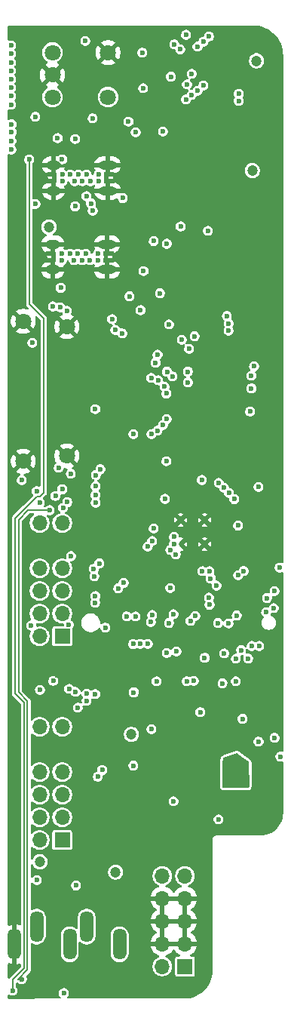
<source format=gbr>
%TF.GenerationSoftware,KiCad,Pcbnew,9.0.2*%
%TF.CreationDate,2025-06-25T16:41:34+02:00*%
%TF.ProjectId,tiliqua-motherboard,74696c69-7175-4612-9d6d-6f7468657262,rev?*%
%TF.SameCoordinates,Original*%
%TF.FileFunction,Copper,L2,Inr*%
%TF.FilePolarity,Positive*%
%FSLAX46Y46*%
G04 Gerber Fmt 4.6, Leading zero omitted, Abs format (unit mm)*
G04 Created by KiCad (PCBNEW 9.0.2) date 2025-06-25 16:41:34*
%MOMM*%
%LPD*%
G01*
G04 APERTURE LIST*
%TA.AperFunction,ComponentPad*%
%ADD10C,0.600000*%
%TD*%
%TA.AperFunction,ComponentPad*%
%ADD11O,1.600000X1.000000*%
%TD*%
%TA.AperFunction,ComponentPad*%
%ADD12O,2.000000X1.000000*%
%TD*%
%TA.AperFunction,ComponentPad*%
%ADD13R,1.700000X1.700000*%
%TD*%
%TA.AperFunction,ComponentPad*%
%ADD14O,1.700000X1.700000*%
%TD*%
%TA.AperFunction,ComponentPad*%
%ADD15C,1.800000*%
%TD*%
%TA.AperFunction,ComponentPad*%
%ADD16C,6.400000*%
%TD*%
%TA.AperFunction,HeatsinkPad*%
%ADD17C,0.500000*%
%TD*%
%TA.AperFunction,ComponentPad*%
%ADD18C,0.700000*%
%TD*%
%TA.AperFunction,ComponentPad*%
%ADD19C,4.400000*%
%TD*%
%TA.AperFunction,ComponentPad*%
%ADD20O,1.500000X3.500000*%
%TD*%
%TA.AperFunction,ViaPad*%
%ADD21C,0.600000*%
%TD*%
%TA.AperFunction,ViaPad*%
%ADD22C,1.200000*%
%TD*%
%TA.AperFunction,Conductor*%
%ADD23C,0.200000*%
%TD*%
G04 APERTURE END LIST*
D10*
%TO.N,GND*%
%TO.C,J5*%
X5565000Y-17145000D03*
%TO.N,/rp2040_jtag/RP2040_USB_VBUS*%
X6465000Y-17145000D03*
%TO.N,Net-(J5-CC1)*%
X7365000Y-17145000D03*
%TO.N,/rp2040_jtag/RP2040_USB_D+*%
X8265000Y-17145000D03*
%TO.N,/rp2040_jtag/RP2040_USB_D-*%
X9165000Y-17145000D03*
%TO.N,/rp2040_jtag/RP2040_USB_VBUS*%
X10515000Y-17145000D03*
%TO.N,GND*%
X11415000Y-17145000D03*
X5565000Y-17895000D03*
%TO.N,/rp2040_jtag/RP2040_USB_VBUS*%
X6465000Y-17895000D03*
%TO.N,Net-(J5-CC2)*%
X9615000Y-17895000D03*
%TO.N,/rp2040_jtag/RP2040_USB_D+*%
X8715000Y-17895000D03*
%TO.N,/rp2040_jtag/RP2040_USB_D-*%
X7815000Y-17895000D03*
%TO.N,/rp2040_jtag/RP2040_USB_VBUS*%
X10515000Y-17895000D03*
%TO.N,GND*%
X11415000Y-17895000D03*
D11*
X5440000Y-18950000D03*
D12*
X11540000Y-18950000D03*
D11*
X5440000Y-16090000D03*
D12*
X11540000Y-16090000D03*
%TD*%
D13*
%TO.N,Net-(J6-Pin_1)*%
%TO.C,J6*%
X20230000Y-105980000D03*
D14*
X17690000Y-105980000D03*
%TO.N,GND*%
X20230000Y-103440000D03*
X17690000Y-103440000D03*
X20230000Y-100900000D03*
X17690000Y-100900000D03*
X20230000Y-98360000D03*
X17690000Y-98360000D03*
%TO.N,Net-(J6-Pin_10)*%
X20230000Y-95820000D03*
X17690000Y-95820000D03*
%TD*%
D15*
%TO.N,GND*%
%TO.C,J10*%
X2065000Y-33600000D03*
X6965000Y-34200000D03*
X6965000Y-48700000D03*
X2065000Y-49300000D03*
%TD*%
D16*
%TO.N,GND*%
%TO.C,H3*%
X23615000Y-47200000D03*
%TD*%
D10*
%TO.N,GND*%
%TO.C,J7*%
X5498750Y-26005000D03*
%TO.N,SC_USB0_VBUS*%
X6398750Y-26005000D03*
%TO.N,/usbc/USB_CC1*%
X7298750Y-26005000D03*
%TO.N,SC_USB0_D+*%
X8198750Y-26005000D03*
%TO.N,SC_USB0_D-*%
X9098750Y-26005000D03*
%TO.N,SC_USB0_VBUS*%
X10448750Y-26005000D03*
%TO.N,GND*%
X11348750Y-26005000D03*
X5498750Y-26755000D03*
%TO.N,SC_USB0_VBUS*%
X6398750Y-26755000D03*
%TO.N,/usbc/USB_CC2*%
X9548750Y-26755000D03*
%TO.N,SC_USB0_D+*%
X8648750Y-26755000D03*
%TO.N,SC_USB0_D-*%
X7748750Y-26755000D03*
%TO.N,SC_USB0_VBUS*%
X10448750Y-26755000D03*
%TO.N,GND*%
X11348750Y-26755000D03*
D11*
X5373750Y-27810000D03*
D12*
X11473750Y-27810000D03*
D11*
X5373750Y-24950000D03*
D12*
X11473750Y-24950000D03*
%TD*%
D17*
%TO.N,GND*%
%TO.C,U2*%
X19740000Y-58600000D03*
X22440000Y-58600000D03*
X19740000Y-55900000D03*
X22440000Y-55900000D03*
%TD*%
D13*
%TO.N,Net-(J3-Pin_1)*%
%TO.C,J3*%
X6440000Y-68950000D03*
D14*
%TO.N,Net-(J3-Pin_2)*%
X6440000Y-66410000D03*
%TO.N,Net-(J3-Pin_3)*%
X6440000Y-63870000D03*
%TO.N,Net-(J3-Pin_4)*%
X6440000Y-61330000D03*
%TO.N,GND*%
X6440000Y-58790000D03*
%TO.N,+3V3*%
X6440000Y-56250000D03*
%TO.N,Net-(J3-Pin_7)*%
X3900000Y-68950000D03*
%TO.N,Net-(J3-Pin_8)*%
X3900000Y-66410000D03*
%TO.N,Net-(J3-Pin_9)*%
X3900000Y-63870000D03*
%TO.N,Net-(J3-Pin_10)*%
X3900000Y-61330000D03*
%TO.N,GND*%
X3900000Y-58790000D03*
%TO.N,+3V3*%
X3900000Y-56250000D03*
%TD*%
D18*
%TO.N,GND*%
%TO.C,H1*%
X27082000Y-23758800D03*
X27565274Y-22592074D03*
X27565274Y-24925526D03*
X28732000Y-22108800D03*
D19*
X28732000Y-23758800D03*
D18*
X28732000Y-25408800D03*
X29898726Y-22592074D03*
X29898726Y-24925526D03*
X30382000Y-23758800D03*
%TD*%
D15*
%TO.N,Net-(R21-Pad2)*%
%TO.C,SW3*%
X5340000Y-3450000D03*
%TO.N,Net-(R14-Pad2)*%
X5340000Y-8450000D03*
%TO.N,GND*%
X5340000Y-5950000D03*
X11590000Y-3450000D03*
%TO.N,Net-(R13-Pad2)*%
X11590000Y-8450000D03*
%TD*%
D13*
%TO.N,Net-(J2-Pin_1)*%
%TO.C,J2*%
X6440000Y-91810000D03*
D14*
%TO.N,Net-(J2-Pin_2)*%
X6440000Y-89270000D03*
%TO.N,Net-(J2-Pin_3)*%
X6440000Y-86730000D03*
%TO.N,Net-(J2-Pin_4)*%
X6440000Y-84190000D03*
%TO.N,GND*%
X6440000Y-81650000D03*
%TO.N,+3V3*%
X6440000Y-79110000D03*
%TO.N,Net-(J2-Pin_7)*%
X3900000Y-91810000D03*
%TO.N,Net-(J2-Pin_8)*%
X3900000Y-89270000D03*
%TO.N,Net-(J2-Pin_9)*%
X3900000Y-86730000D03*
%TO.N,Net-(J2-Pin_10)*%
X3900000Y-84190000D03*
%TO.N,GND*%
X3900000Y-81650000D03*
%TO.N,+3V3*%
X3900000Y-79110000D03*
%TD*%
D18*
%TO.N,GND*%
%TO.C,H2*%
X27082000Y-88842074D03*
X27565274Y-87675348D03*
X27565274Y-90008800D03*
X28732000Y-87192074D03*
D19*
X28732000Y-88842074D03*
D18*
X28732000Y-90492074D03*
X29898726Y-87675348D03*
X29898726Y-90008800D03*
X30382000Y-88842074D03*
%TD*%
D20*
%TO.N,GND*%
%TO.C,J4*%
X1090000Y-103507736D03*
%TO.N,Net-(J4-PadS)*%
X9190000Y-101507736D03*
%TO.N,unconnected-(J4-PadSN)*%
X7290000Y-103507736D03*
%TO.N,Net-(D1-A)*%
X3590000Y-101507736D03*
%TO.N,unconnected-(J4-PadTN)*%
X12890000Y-103507736D03*
%TD*%
D21*
%TO.N,GND*%
X28440000Y-20450000D03*
X23940000Y-79950000D03*
X28433657Y-75199999D03*
X27707566Y-36446090D03*
X24440000Y-1450000D03*
X16440000Y-14450000D03*
X6183657Y-45199999D03*
X18690000Y-700000D03*
X28440000Y-10450000D03*
X17890000Y-60699999D03*
D22*
X17440000Y-78450000D03*
D21*
X29433657Y-81199999D03*
X8444908Y-29593033D03*
X1183657Y-94449999D03*
X19940000Y-84412500D03*
X23756961Y-85950000D03*
X27941496Y-79131619D03*
X1933657Y-949999D03*
X19733657Y-6249999D03*
X28683657Y-82699999D03*
X14440000Y-108450000D03*
X30933657Y-33449999D03*
X29433657Y-83449999D03*
X14533657Y-51649999D03*
X30183657Y-82699999D03*
X2302241Y-73145027D03*
X20933657Y-34449999D03*
X25169540Y-74553293D03*
X6590000Y-22800000D03*
X10492191Y-46051000D03*
X1183657Y-80449999D03*
X5894300Y-73341918D03*
X12933657Y-43949999D03*
X28440000Y-12450000D03*
X29183657Y-76699999D03*
X28433657Y-77449999D03*
X6182657Y-43099999D03*
X12933657Y-44949999D03*
X23863657Y-33699999D03*
X9728569Y-16042335D03*
X8440000Y-108450000D03*
X15202282Y-40289192D03*
X690000Y-20450000D03*
D22*
X22440000Y-74450000D03*
D21*
X1440000Y-42450000D03*
X20333657Y-33049999D03*
X12940000Y-850000D03*
X24933657Y-80949999D03*
X690000Y-28450000D03*
X16433657Y-60699999D03*
X10440000Y-108450000D03*
X14433657Y-50749999D03*
X16440000Y-18450000D03*
X22964998Y-63250002D03*
X940000Y-1699999D03*
X6011000Y-75044099D03*
X1183657Y-92449999D03*
X9497000Y-40152197D03*
X1183657Y-78449999D03*
X28683657Y-81949999D03*
X1440000Y-36450000D03*
X30037427Y-61258448D03*
X13933657Y-35699999D03*
X1440000Y-46450000D03*
X17933657Y-50189999D03*
X28440000Y-74450000D03*
X12933657Y-42949999D03*
X1183657Y-82449999D03*
X23726511Y-82924737D03*
X10065000Y-72709400D03*
X19133657Y-74249999D03*
X1183657Y-88449999D03*
X6243657Y-44149999D03*
X29975971Y-74217349D03*
X1183657Y-84449999D03*
X21133657Y-43049999D03*
X6683657Y-51449999D03*
X30183657Y-81949999D03*
X7340000Y-75950000D03*
X1690000Y-31450000D03*
X30933657Y-38449999D03*
X28683657Y-83449999D03*
X29986855Y-69766042D03*
D22*
X25654247Y-90171510D03*
D21*
X11133657Y-52449999D03*
X24433657Y-81449999D03*
X25933657Y-80949999D03*
X690000Y-26450000D03*
X28433657Y-76699999D03*
X21988362Y-84371891D03*
X18733657Y-38649999D03*
X30957763Y-43449999D03*
X30133657Y-9449999D03*
X1440000Y-44450000D03*
X11433657Y-34699999D03*
X28440000Y-18450000D03*
X15933657Y-59699999D03*
X20940000Y-79450000D03*
X12433657Y-42449999D03*
X17527956Y-67528773D03*
X29433657Y-81949999D03*
X25433657Y-81449999D03*
X20940000Y-84450000D03*
X29183657Y-75199999D03*
X12433657Y-44449999D03*
X6540000Y-75550000D03*
X26440000Y-1450000D03*
X690000Y-30450000D03*
X29183657Y-75949999D03*
X30465000Y-8450000D03*
X12933657Y-41949999D03*
X961272Y-76758440D03*
X30933657Y-48449999D03*
X30183657Y-83449999D03*
X30923657Y-54449999D03*
X28433657Y-75949999D03*
X1440000Y-38450000D03*
X1183657Y-90449999D03*
D22*
X22750000Y-69740000D03*
D21*
X690000Y-24450000D03*
X28440000Y-14450000D03*
X29433657Y-82699999D03*
X1183657Y-86449999D03*
X690000Y-22450000D03*
X28440000Y-1450000D03*
X12192157Y-61199999D03*
X1440000Y-40450000D03*
X6572201Y-38082230D03*
X13533657Y-43428138D03*
X24933657Y-35699999D03*
X10212782Y-22800000D03*
X30957763Y-27999999D03*
X30440000Y-3450000D03*
X17683657Y-43199999D03*
X15933657Y-30449999D03*
X29293518Y-80268986D03*
X1683657Y-10449999D03*
D22*
X10790000Y-90950000D03*
D21*
X26691630Y-79442028D03*
X12440000Y-108450000D03*
X6333657Y-36249999D03*
X19933657Y-21449999D03*
X16440000Y-16450000D03*
D22*
X14219756Y-91350000D03*
D21*
X18440000Y-83450000D03*
X11440000Y-54450000D03*
%TO.N,+3V3*%
X18574281Y-63512070D03*
X10147407Y-65159400D03*
D22*
X27790000Y-16690000D03*
D21*
X10158657Y-43449999D03*
X22185887Y-61625745D03*
X16705127Y-56849999D03*
X17433657Y-30449999D03*
X9860233Y-10820232D03*
X27183657Y-85449999D03*
X26433657Y-83946989D03*
X29340000Y-66250000D03*
X26430137Y-84699999D03*
X10163439Y-64429051D03*
X14481809Y-75235000D03*
X30291970Y-80324999D03*
X17973657Y-53519999D03*
X29440000Y-64650000D03*
X15580000Y-27960000D03*
X27533657Y-43725000D03*
X27183657Y-84699999D03*
X28483657Y-52169999D03*
X14433657Y-46249999D03*
X14433657Y-83449999D03*
X30291971Y-63875624D03*
X6615000Y-108975000D03*
X24933657Y-84699999D03*
X3445735Y-20440000D03*
D22*
X28265000Y-4375000D03*
D21*
X18190000Y-24900000D03*
X25683657Y-83949999D03*
X25683657Y-85449999D03*
X17152566Y-37341090D03*
X10187351Y-52096169D03*
X25683657Y-84699999D03*
X26190000Y-56518666D03*
X24933657Y-83949999D03*
X24933657Y-85449999D03*
X9040000Y-2130000D03*
X13183657Y-34949999D03*
D22*
X14219756Y-79949998D03*
D21*
X14690000Y-12375000D03*
X26433657Y-85449999D03*
X22115000Y-51400000D03*
X5923866Y-13045686D03*
%TO.N,Net-(D1-A)*%
X3590000Y-96300000D03*
%TO.N,Net-(D1-K)*%
X7990000Y-96900000D03*
%TO.N,Net-(D5-K)*%
X22930000Y-1640000D03*
X732000Y-14320000D03*
%TO.N,Net-(D6-K)*%
X20340000Y-1450000D03*
X699500Y-2650000D03*
%TO.N,Net-(D7-K)*%
X17750000Y-12300000D03*
X867626Y-108695513D03*
X2733657Y-15449999D03*
%TO.N,Net-(R15-Pad1)*%
X30841970Y-61231722D03*
X30940000Y-82450000D03*
D22*
%TO.N,+5V*%
X3933657Y-94250000D03*
D21*
X15243657Y-32349999D03*
X16715000Y-24600000D03*
D22*
X4965000Y-23025000D03*
D21*
X21940000Y-77450000D03*
X18940000Y-87450000D03*
%TO.N,Net-(U2-GPIO22{slash}SPI0_SCK{slash}UART1_CTS{slash}I2C1_SDA{slash}PWM3_A{slash}CLOCK_GPIN1{slash}USB_VBUS_DET)*%
X7887249Y-13145306D03*
X19740000Y-22950000D03*
X18133657Y-49300000D03*
D22*
%TO.N,-12V*%
X12440000Y-95400000D03*
D21*
X6440000Y-52450000D03*
%TO.N,+12V*%
X7399998Y-50700000D03*
X23990000Y-89489496D03*
%TO.N,ENC_S*%
X18188322Y-70816957D03*
X24933657Y-32997016D03*
X15533657Y-7449999D03*
%TO.N,ENC_B*%
X13881675Y-11203769D03*
X25133657Y-33849999D03*
X23115000Y-62449999D03*
%TO.N,ENC_A*%
X25133657Y-34649999D03*
X15433657Y-3449999D03*
X22985886Y-61623320D03*
%TO.N,GPDI_HPD*%
X16047383Y-69776945D03*
X3567893Y-52647893D03*
X16933657Y-38239999D03*
X3080000Y-36019999D03*
%TO.N,SC_USB0_ID*%
X7890000Y-20700000D03*
X23765000Y-63249999D03*
%TO.N,FFC_SDIN1*%
X10175982Y-53096276D03*
%TO.N,FFC_BICK*%
X6524828Y-54524629D03*
%TO.N,FFC_LRCK*%
X7015000Y-53892383D03*
%TO.N,ECP5_M10_TDO*%
X25166726Y-52854313D03*
X22440000Y-71350000D03*
%TO.N,/rp2040_jtag/RP2040_USB_D+*%
X10240000Y-50850000D03*
X13243528Y-19775000D03*
%TO.N,FFC_SDOUT1*%
X10200001Y-53949998D03*
%TO.N,EX2_4*%
X22990000Y-65405072D03*
%TO.N,EX2_8*%
X25934832Y-73984400D03*
X8183657Y-76949999D03*
%TO.N,EX2_10*%
X22915205Y-64608574D03*
%TO.N,SC_USB0_VBUS*%
X6277735Y-29849999D03*
X27314999Y-71434400D03*
%TO.N,EX2_9*%
X25940000Y-71450000D03*
X9183657Y-76199999D03*
%TO.N,EX2_3*%
X23940000Y-67450000D03*
%TO.N,ECP5_R11_TDI*%
X25140000Y-67501472D03*
X25766726Y-53550000D03*
%TO.N,EX1_10*%
X7183657Y-67649998D03*
X5433657Y-73949999D03*
%TO.N,ECP5_T10_TCK*%
X24615000Y-52275000D03*
X26042373Y-66600510D03*
%TO.N,EX1_9*%
X10057950Y-62200999D03*
X20840000Y-67227192D03*
%TO.N,ECP5_T11_TMS*%
X24015000Y-51725000D03*
X24633139Y-70859869D03*
%TO.N,/rp2040_jtag/RP2040_USB_D-*%
X10733621Y-50188291D03*
X6438213Y-15445795D03*
%TO.N,EX1_4*%
X19265735Y-70624265D03*
X7433657Y-59949999D03*
%TO.N,PLL_CLK1*%
X18933657Y-66449999D03*
X21228961Y-73935649D03*
%TO.N,RP2040_UART0_TX*%
X26190000Y-62100000D03*
X24440000Y-74225000D03*
%TO.N,Net-(D8-K)*%
X20340000Y-8700000D03*
X714500Y-6440000D03*
%TO.N,Net-(D9-K)*%
X732000Y-13370000D03*
X22290000Y-2220000D03*
%TO.N,Net-(D10-K)*%
X19700000Y-3090000D03*
X699500Y-3575000D03*
%TO.N,Net-(D11-K)*%
X21316610Y-35275163D03*
X22789999Y-23450000D03*
X20455144Y-7017180D03*
X5030000Y-54790000D03*
X1910007Y-107415846D03*
%TO.N,Net-(D12-K)*%
X714500Y-7390000D03*
X20973715Y-8211728D03*
%TO.N,Net-(D13-K)*%
X21640000Y-2780000D03*
X760000Y-12410000D03*
%TO.N,Net-(D14-K)*%
X19030000Y-2520000D03*
X699500Y-4550000D03*
%TO.N,Net-(U12-~{CS})*%
X20565000Y-40450000D03*
X19211908Y-59750536D03*
X20683657Y-36699999D03*
%TO.N,Net-(U12-DO(IO1))*%
X20565000Y-39250000D03*
X18587838Y-59250000D03*
%TO.N,Net-(U12-CLK)*%
X19873045Y-35667478D03*
X27683657Y-39699999D03*
X16540947Y-58247196D03*
X18208396Y-39253410D03*
%TO.N,Net-(U12-DI(IO0))*%
X27690000Y-41125000D03*
X18990000Y-58558430D03*
%TO.N,Net-(U12-IO3)*%
X18989998Y-57758428D03*
X27990000Y-38650000D03*
%TO.N,Net-(D16-K)*%
X714500Y-8340000D03*
X21640000Y-7740000D03*
%TO.N,Net-(D17-K)*%
X760000Y-11490000D03*
X20990000Y-5830000D03*
%TO.N,Net-(D18-K)*%
X699500Y-5500000D03*
X18640000Y-6150000D03*
%TO.N,Net-(D20-K)*%
X714500Y-9290000D03*
X22290000Y-7150000D03*
%TO.N,SC_USB0_D+*%
X28565000Y-70025000D03*
%TO.N,SC_USB0_D-*%
X27715000Y-70025000D03*
%TO.N,Net-(U12-IO2)*%
X18815000Y-39775000D03*
X16026528Y-58859876D03*
%TO.N,Net-(R14-Pad2)*%
X3415784Y-10645686D03*
%TO.N,GPDI_DDC_EN*%
X30201507Y-65779648D03*
X18433657Y-33949999D03*
%TO.N,FFC_PDN_D*%
X9183657Y-75400000D03*
%TO.N,GPDI_D1+*%
X17753658Y-45249999D03*
X16540266Y-66558879D03*
%TO.N,GPDI_CK+*%
X13340521Y-62949479D03*
X17224121Y-40208785D03*
%TO.N,GPDI_D2+*%
X13683657Y-66699999D03*
X16465000Y-46249999D03*
%TO.N,GPDI_D0-*%
X17927526Y-40927008D03*
X9990371Y-61359787D03*
%TO.N,GPDI_CK-*%
X12739479Y-63550521D03*
X16433657Y-39949999D03*
%TO.N,GPDI_D2-*%
X14683657Y-66717326D03*
X17133657Y-45869285D03*
%TO.N,GPDI_D1-*%
X16408628Y-67347977D03*
X18183657Y-44574999D03*
%TO.N,GPDI_D0+*%
X18133657Y-41699999D03*
X10591413Y-60758745D03*
%TO.N,USB_VBUS_EN*%
X13990000Y-30790000D03*
X5390000Y-31925000D03*
X21390000Y-66649999D03*
%TO.N,MOBO_I2C_SCL*%
X5683657Y-53199999D03*
X14410000Y-69810000D03*
X6976137Y-32425000D03*
X10933657Y-83949999D03*
X9665000Y-20375000D03*
X12409392Y-34574265D03*
X26260000Y-8054634D03*
X2953482Y-67718389D03*
%TO.N,RP2040_UART0_RX*%
X26515000Y-70500000D03*
X26826347Y-61615164D03*
%TO.N,USB_INT*%
X9150000Y-19560000D03*
X17029279Y-73991289D03*
X3940000Y-74949999D03*
X1890000Y-51400000D03*
%TO.N,FFC_PDN_CLK*%
X11290000Y-67970000D03*
%TO.N,MOBO_I2C_SDA*%
X3933657Y-53949999D03*
X12033657Y-33350000D03*
X10433657Y-84699999D03*
X15209694Y-69787786D03*
X6185202Y-32025000D03*
X9871131Y-21200000D03*
X6033035Y-50030743D03*
X26260000Y-8863520D03*
X16457467Y-79349998D03*
%TO.N,Net-(U10-EN)*%
X26683657Y-78199999D03*
X28492146Y-80749998D03*
%TO.N,PLL_CLK0*%
X20428324Y-73984400D03*
X18433657Y-67449999D03*
%TO.N,Net-(J8-G8)*%
X10160824Y-75427166D03*
%TO.N,Net-(J8-G7{slash}BUS7)*%
X7931604Y-75172976D03*
%TO.N,Net-(J8-G6{slash}BUS6)*%
X7203040Y-74842523D03*
%TD*%
D23*
%TO.N,Net-(D7-K)*%
X2140000Y-106209314D02*
X905000Y-107444314D01*
X3602190Y-53247893D02*
X1146733Y-55703350D01*
X4338696Y-33270753D02*
X4338696Y-52849999D01*
X2733657Y-31665714D02*
X4338696Y-33270753D01*
X1146733Y-55703350D02*
X1146733Y-75382163D01*
X2140000Y-76375430D02*
X2140000Y-106209314D01*
X905000Y-108658139D02*
X867626Y-108695513D01*
X3940802Y-53247893D02*
X3602190Y-53247893D01*
X2733657Y-15449999D02*
X2733657Y-31665714D01*
X905000Y-107444314D02*
X905000Y-108658139D01*
X1146733Y-75382163D02*
X2140000Y-76375430D01*
X4338696Y-52849999D02*
X3940802Y-53247893D01*
%TO.N,Net-(D11-K)*%
X1546733Y-75216477D02*
X1546733Y-55869036D01*
X1500000Y-107415000D02*
X1909161Y-107415000D01*
X1500000Y-107415000D02*
X2540000Y-106375000D01*
X1546733Y-55869036D02*
X2625769Y-54790000D01*
X1909161Y-107415000D02*
X1910007Y-107415846D01*
X2540000Y-106375000D02*
X2540000Y-76209744D01*
X2625769Y-54790000D02*
X5030000Y-54790000D01*
X2540000Y-76209744D02*
X1546733Y-75216477D01*
%TD*%
%TA.AperFunction,Conductor*%
%TO.N,+3V3*%
G36*
X26163833Y-82098066D02*
G01*
X26986199Y-82704272D01*
X27383369Y-82997045D01*
X27425651Y-83052668D01*
X27433792Y-83096587D01*
X27439729Y-85825729D01*
X27420190Y-85892811D01*
X27367486Y-85938681D01*
X27315729Y-85949999D01*
X24559211Y-85949999D01*
X24492172Y-85930314D01*
X24446417Y-85877510D01*
X24435221Y-85824454D01*
X24469209Y-83096587D01*
X24474097Y-82704270D01*
X24494615Y-82637483D01*
X24547985Y-82592390D01*
X24558107Y-82588440D01*
X26050301Y-82080494D01*
X26120107Y-82077526D01*
X26163833Y-82098066D01*
G37*
%TD.AperFunction*%
%TD*%
%TA.AperFunction,Conductor*%
%TO.N,GND*%
G36*
X19764075Y-103247007D02*
G01*
X19730000Y-103374174D01*
X19730000Y-103505826D01*
X19764075Y-103632993D01*
X19796988Y-103690000D01*
X18123012Y-103690000D01*
X18155925Y-103632993D01*
X18190000Y-103505826D01*
X18190000Y-103374174D01*
X18155925Y-103247007D01*
X18123012Y-103190000D01*
X19796988Y-103190000D01*
X19764075Y-103247007D01*
G37*
%TD.AperFunction*%
%TA.AperFunction,Conductor*%
G36*
X17940000Y-103006988D02*
G01*
X17882993Y-102974075D01*
X17755826Y-102940000D01*
X17624174Y-102940000D01*
X17497007Y-102974075D01*
X17440000Y-103006988D01*
X17440000Y-101333012D01*
X17497007Y-101365925D01*
X17624174Y-101400000D01*
X17755826Y-101400000D01*
X17882993Y-101365925D01*
X17940000Y-101333012D01*
X17940000Y-103006988D01*
G37*
%TD.AperFunction*%
%TA.AperFunction,Conductor*%
G36*
X20480000Y-103006988D02*
G01*
X20422993Y-102974075D01*
X20295826Y-102940000D01*
X20164174Y-102940000D01*
X20037007Y-102974075D01*
X19980000Y-103006988D01*
X19980000Y-101333012D01*
X20037007Y-101365925D01*
X20164174Y-101400000D01*
X20295826Y-101400000D01*
X20422993Y-101365925D01*
X20480000Y-101333012D01*
X20480000Y-103006988D01*
G37*
%TD.AperFunction*%
%TA.AperFunction,Conductor*%
G36*
X19764075Y-100707007D02*
G01*
X19730000Y-100834174D01*
X19730000Y-100965826D01*
X19764075Y-101092993D01*
X19796988Y-101150000D01*
X18123012Y-101150000D01*
X18155925Y-101092993D01*
X18190000Y-100965826D01*
X18190000Y-100834174D01*
X18155925Y-100707007D01*
X18123012Y-100650000D01*
X19796988Y-100650000D01*
X19764075Y-100707007D01*
G37*
%TD.AperFunction*%
%TA.AperFunction,Conductor*%
G36*
X17940000Y-100466988D02*
G01*
X17882993Y-100434075D01*
X17755826Y-100400000D01*
X17624174Y-100400000D01*
X17497007Y-100434075D01*
X17440000Y-100466988D01*
X17440000Y-98793012D01*
X17497007Y-98825925D01*
X17624174Y-98860000D01*
X17755826Y-98860000D01*
X17882993Y-98825925D01*
X17940000Y-98793012D01*
X17940000Y-100466988D01*
G37*
%TD.AperFunction*%
%TA.AperFunction,Conductor*%
G36*
X20480000Y-100466988D02*
G01*
X20422993Y-100434075D01*
X20295826Y-100400000D01*
X20164174Y-100400000D01*
X20037007Y-100434075D01*
X19980000Y-100466988D01*
X19980000Y-98793012D01*
X20037007Y-98825925D01*
X20164174Y-98860000D01*
X20295826Y-98860000D01*
X20422993Y-98825925D01*
X20480000Y-98793012D01*
X20480000Y-100466988D01*
G37*
%TD.AperFunction*%
%TA.AperFunction,Conductor*%
G36*
X19764075Y-98167007D02*
G01*
X19730000Y-98294174D01*
X19730000Y-98425826D01*
X19764075Y-98552993D01*
X19796988Y-98610000D01*
X18123012Y-98610000D01*
X18155925Y-98552993D01*
X18190000Y-98425826D01*
X18190000Y-98294174D01*
X18155925Y-98167007D01*
X18123012Y-98110000D01*
X19796988Y-98110000D01*
X19764075Y-98167007D01*
G37*
%TD.AperFunction*%
%TA.AperFunction,Conductor*%
G36*
X27850863Y-390652D02*
G01*
X28175776Y-406614D01*
X28188070Y-407825D01*
X28501320Y-454291D01*
X28506796Y-455104D01*
X28518925Y-457516D01*
X28831486Y-535809D01*
X28843308Y-539395D01*
X29146699Y-647950D01*
X29158112Y-652678D01*
X29449406Y-790450D01*
X29460288Y-796267D01*
X29736672Y-961925D01*
X29746953Y-968795D01*
X30005752Y-1160734D01*
X30015310Y-1168578D01*
X30089667Y-1235971D01*
X30254061Y-1384969D01*
X30262793Y-1393701D01*
X30461816Y-1613289D01*
X30479183Y-1632450D01*
X30487024Y-1642004D01*
X30673702Y-1893711D01*
X30678966Y-1900808D01*
X30685836Y-1911089D01*
X30851487Y-2187463D01*
X30857315Y-2198368D01*
X30995080Y-2489645D01*
X30999813Y-2501069D01*
X31108363Y-2804449D01*
X31111952Y-2816281D01*
X31190244Y-3128839D01*
X31192656Y-3140967D01*
X31239933Y-3459687D01*
X31241145Y-3471993D01*
X31257111Y-3796996D01*
X31257263Y-3803178D01*
X31257263Y-60612970D01*
X31237261Y-60681091D01*
X31183605Y-60727584D01*
X31113331Y-60737688D01*
X31068267Y-60722091D01*
X31056005Y-60715012D01*
X31056000Y-60715010D01*
X31055999Y-60715010D01*
X30914971Y-60677222D01*
X30768969Y-60677222D01*
X30682656Y-60700349D01*
X30627936Y-60715011D01*
X30501502Y-60788008D01*
X30501492Y-60788016D01*
X30398264Y-60891244D01*
X30398256Y-60891254D01*
X30325259Y-61017688D01*
X30304132Y-61096535D01*
X30287470Y-61158721D01*
X30287470Y-61304723D01*
X30317533Y-61416922D01*
X30325259Y-61445755D01*
X30398256Y-61572189D01*
X30398264Y-61572199D01*
X30501492Y-61675427D01*
X30501497Y-61675431D01*
X30501499Y-61675433D01*
X30501500Y-61675434D01*
X30501502Y-61675435D01*
X30627936Y-61748432D01*
X30627938Y-61748432D01*
X30627941Y-61748434D01*
X30768969Y-61786222D01*
X30768971Y-61786222D01*
X30914969Y-61786222D01*
X30914971Y-61786222D01*
X31055999Y-61748434D01*
X31068262Y-61741354D01*
X31137258Y-61724616D01*
X31204350Y-61747836D01*
X31248237Y-61803643D01*
X31257263Y-61850473D01*
X31257263Y-81796743D01*
X31237261Y-81864864D01*
X31183605Y-81911357D01*
X31113331Y-81921461D01*
X31098652Y-81918450D01*
X31013001Y-81895500D01*
X30866999Y-81895500D01*
X30781348Y-81918450D01*
X30725966Y-81933289D01*
X30599532Y-82006286D01*
X30599522Y-82006294D01*
X30496294Y-82109522D01*
X30496286Y-82109532D01*
X30423289Y-82235966D01*
X30423288Y-82235971D01*
X30385500Y-82376999D01*
X30385500Y-82523001D01*
X30395755Y-82561274D01*
X30423289Y-82664033D01*
X30496286Y-82790467D01*
X30496294Y-82790477D01*
X30599522Y-82893705D01*
X30599527Y-82893709D01*
X30599529Y-82893711D01*
X30599530Y-82893712D01*
X30599532Y-82893713D01*
X30725966Y-82966710D01*
X30725968Y-82966710D01*
X30725971Y-82966712D01*
X30866999Y-83004500D01*
X30867001Y-83004500D01*
X31012998Y-83004500D01*
X31013001Y-83004500D01*
X31098655Y-82981549D01*
X31169628Y-82983239D01*
X31228424Y-83023033D01*
X31256372Y-83088297D01*
X31257263Y-83103256D01*
X31257263Y-88754993D01*
X31257033Y-88762601D01*
X31239311Y-89055578D01*
X31237477Y-89070682D01*
X31185258Y-89355633D01*
X31181617Y-89370407D01*
X31095427Y-89646999D01*
X31090031Y-89661225D01*
X30971138Y-89925394D01*
X30964068Y-89938866D01*
X30814194Y-90186790D01*
X30805550Y-90199313D01*
X30626882Y-90427365D01*
X30616792Y-90438753D01*
X30411953Y-90643592D01*
X30400565Y-90653682D01*
X30172513Y-90832350D01*
X30159990Y-90840994D01*
X29912066Y-90990868D01*
X29898594Y-90997938D01*
X29634425Y-91116831D01*
X29620199Y-91122227D01*
X29343607Y-91208417D01*
X29328833Y-91212058D01*
X29043882Y-91264277D01*
X29028777Y-91266111D01*
X28735787Y-91283833D01*
X28728657Y-91284062D01*
X28728393Y-91284063D01*
X28674416Y-91284063D01*
X28673708Y-91284270D01*
X28664200Y-91284306D01*
X28664196Y-91284305D01*
X28664183Y-91284306D01*
X23731549Y-91302299D01*
X23731089Y-91302300D01*
X23679272Y-91302300D01*
X23678260Y-91302433D01*
X23678257Y-91302432D01*
X23677842Y-91302487D01*
X23627620Y-91316139D01*
X23627619Y-91316138D01*
X23627178Y-91316257D01*
X23577413Y-91329593D01*
X23576770Y-91329963D01*
X23576053Y-91330159D01*
X23576027Y-91330173D01*
X23576023Y-91330175D01*
X23531228Y-91356253D01*
X23531229Y-91356254D01*
X23530751Y-91356532D01*
X23486087Y-91382320D01*
X23485561Y-91382845D01*
X23484920Y-91383219D01*
X23484907Y-91383232D01*
X23484902Y-91383235D01*
X23448452Y-91419951D01*
X23448133Y-91420272D01*
X23411518Y-91456888D01*
X23410965Y-91457609D01*
X23410961Y-91457614D01*
X23410639Y-91458032D01*
X23384878Y-91503027D01*
X23384611Y-91503493D01*
X23358793Y-91548213D01*
X23358600Y-91548931D01*
X23358232Y-91549575D01*
X23358228Y-91549588D01*
X23358227Y-91549591D01*
X23351583Y-91574754D01*
X23344984Y-91599744D01*
X23344954Y-91599859D01*
X23331499Y-91650074D01*
X23331367Y-91651082D01*
X23331365Y-91651084D01*
X23331310Y-91651509D01*
X23331499Y-91703300D01*
X23331500Y-91703760D01*
X23331500Y-106431507D01*
X23331327Y-106438102D01*
X23314482Y-106759503D01*
X23313104Y-106772619D01*
X23263271Y-107087254D01*
X23260529Y-107100154D01*
X23178082Y-107407851D01*
X23174006Y-107420394D01*
X23059848Y-107717785D01*
X23054484Y-107729833D01*
X22909864Y-108013668D01*
X22903269Y-108025091D01*
X22729777Y-108292244D01*
X22722025Y-108302913D01*
X22521547Y-108550483D01*
X22512722Y-108560284D01*
X22287484Y-108785522D01*
X22277683Y-108794347D01*
X22030113Y-108994825D01*
X22019444Y-109002577D01*
X21752291Y-109176069D01*
X21740868Y-109182664D01*
X21457033Y-109327284D01*
X21444985Y-109332648D01*
X21147594Y-109446806D01*
X21135051Y-109450882D01*
X20827354Y-109533329D01*
X20814454Y-109536071D01*
X20499819Y-109585904D01*
X20486703Y-109587282D01*
X20182944Y-109603202D01*
X20165300Y-109604127D01*
X20158731Y-109604300D01*
X20104417Y-109604300D01*
X20104381Y-109604309D01*
X20096077Y-109604311D01*
X20096077Y-109604312D01*
X7071510Y-109606887D01*
X7003385Y-109586898D01*
X6956882Y-109533252D01*
X6946764Y-109462980D01*
X6976244Y-109398393D01*
X6982376Y-109391805D01*
X7058711Y-109315471D01*
X7131712Y-109189029D01*
X7169500Y-109048001D01*
X7169500Y-108901999D01*
X7131712Y-108760971D01*
X7131710Y-108760968D01*
X7131710Y-108760966D01*
X7058713Y-108634532D01*
X7058705Y-108634522D01*
X6955477Y-108531294D01*
X6955467Y-108531286D01*
X6829033Y-108458289D01*
X6812372Y-108453824D01*
X6688001Y-108420500D01*
X6541999Y-108420500D01*
X6455686Y-108443627D01*
X6400966Y-108458289D01*
X6274532Y-108531286D01*
X6274522Y-108531294D01*
X6171294Y-108634522D01*
X6171286Y-108634532D01*
X6098289Y-108760966D01*
X6090457Y-108790198D01*
X6060500Y-108901999D01*
X6060500Y-109048001D01*
X6093824Y-109172372D01*
X6098289Y-109189033D01*
X6171286Y-109315467D01*
X6171294Y-109315477D01*
X6247790Y-109391973D01*
X6281816Y-109454285D01*
X6276751Y-109525100D01*
X6234204Y-109581936D01*
X6167684Y-109606747D01*
X6158720Y-109607068D01*
X458524Y-109608195D01*
X390399Y-109588206D01*
X343896Y-109534560D01*
X332499Y-109482195D01*
X332499Y-109245077D01*
X352501Y-109176956D01*
X406157Y-109130463D01*
X476431Y-109120359D01*
X521500Y-109135958D01*
X527152Y-109139221D01*
X527155Y-109139224D01*
X653597Y-109212225D01*
X794625Y-109250013D01*
X794627Y-109250013D01*
X940625Y-109250013D01*
X940627Y-109250013D01*
X1081655Y-109212225D01*
X1081658Y-109212223D01*
X1081659Y-109212223D01*
X1144876Y-109175724D01*
X1208097Y-109139224D01*
X1311337Y-109035984D01*
X1384338Y-108909542D01*
X1422126Y-108768514D01*
X1422126Y-108622512D01*
X1384338Y-108481484D01*
X1384336Y-108481481D01*
X1384336Y-108481479D01*
X1311339Y-108355045D01*
X1311331Y-108355035D01*
X1296405Y-108340109D01*
X1262379Y-108277797D01*
X1259500Y-108251014D01*
X1259500Y-107881769D01*
X1266657Y-107857393D01*
X1269674Y-107832167D01*
X1276487Y-107823915D01*
X1279502Y-107813648D01*
X1298703Y-107797010D01*
X1314878Y-107777421D01*
X1325070Y-107774163D01*
X1333158Y-107767155D01*
X1358308Y-107763538D01*
X1382504Y-107755805D01*
X1398660Y-107757736D01*
X1403432Y-107757051D01*
X1418101Y-107760060D01*
X1453329Y-107769500D01*
X1453330Y-107769500D01*
X1456442Y-107770334D01*
X1512922Y-107802943D01*
X1569536Y-107859557D01*
X1569537Y-107859558D01*
X1569539Y-107859559D01*
X1695973Y-107932556D01*
X1695975Y-107932556D01*
X1695978Y-107932558D01*
X1837006Y-107970346D01*
X1837008Y-107970346D01*
X1983006Y-107970346D01*
X1983008Y-107970346D01*
X2124036Y-107932558D01*
X2124039Y-107932556D01*
X2124040Y-107932556D01*
X2187257Y-107896057D01*
X2250478Y-107859557D01*
X2353718Y-107756317D01*
X2426719Y-107629875D01*
X2464507Y-107488847D01*
X2464507Y-107342845D01*
X2426719Y-107201817D01*
X2426717Y-107201814D01*
X2426717Y-107201812D01*
X2397391Y-107151018D01*
X2380653Y-107082023D01*
X2403873Y-107014931D01*
X2417404Y-106998934D01*
X2823671Y-106592668D01*
X2870341Y-106511832D01*
X2894500Y-106421671D01*
X2894500Y-106328329D01*
X2894500Y-103486848D01*
X2914502Y-103418727D01*
X2968158Y-103372234D01*
X3038432Y-103362130D01*
X3090503Y-103382084D01*
X3114189Y-103397911D01*
X3114190Y-103397911D01*
X3114191Y-103397912D01*
X3296998Y-103473633D01*
X3491065Y-103512236D01*
X3688935Y-103512236D01*
X3883002Y-103473633D01*
X4065809Y-103397912D01*
X4230331Y-103287982D01*
X4370246Y-103148067D01*
X4480176Y-102983545D01*
X4555897Y-102800738D01*
X4594500Y-102606671D01*
X4594500Y-102408797D01*
X6285500Y-102408797D01*
X6285500Y-104606674D01*
X6302293Y-104691096D01*
X6324103Y-104800738D01*
X6399824Y-104983545D01*
X6509754Y-105148067D01*
X6649669Y-105287982D01*
X6814191Y-105397912D01*
X6996998Y-105473633D01*
X7191065Y-105512236D01*
X7388935Y-105512236D01*
X7583002Y-105473633D01*
X7765809Y-105397912D01*
X7930331Y-105287982D01*
X8070246Y-105148067D01*
X8180176Y-104983545D01*
X8255897Y-104800738D01*
X8294500Y-104606671D01*
X8294500Y-103337003D01*
X8314502Y-103268882D01*
X8368158Y-103222389D01*
X8438432Y-103212285D01*
X8503012Y-103241779D01*
X8509595Y-103247908D01*
X8549669Y-103287982D01*
X8714191Y-103397912D01*
X8896998Y-103473633D01*
X9091065Y-103512236D01*
X9288935Y-103512236D01*
X9483002Y-103473633D01*
X9665809Y-103397912D01*
X9830331Y-103287982D01*
X9970246Y-103148067D01*
X10080176Y-102983545D01*
X10155897Y-102800738D01*
X10194500Y-102606671D01*
X10194500Y-102408797D01*
X11885500Y-102408797D01*
X11885500Y-104606674D01*
X11902293Y-104691096D01*
X11924103Y-104800738D01*
X11999824Y-104983545D01*
X12109754Y-105148067D01*
X12249669Y-105287982D01*
X12414191Y-105397912D01*
X12596998Y-105473633D01*
X12791065Y-105512236D01*
X12988935Y-105512236D01*
X13183002Y-105473633D01*
X13365809Y-105397912D01*
X13530331Y-105287982D01*
X13670246Y-105148067D01*
X13780176Y-104983545D01*
X13855897Y-104800738D01*
X13894500Y-104606671D01*
X13894500Y-102408801D01*
X13855897Y-102214734D01*
X13780176Y-102031927D01*
X13670246Y-101867405D01*
X13530331Y-101727490D01*
X13365809Y-101617560D01*
X13326918Y-101601451D01*
X13183005Y-101541840D01*
X13183002Y-101541839D01*
X12988938Y-101503236D01*
X12988935Y-101503236D01*
X12791065Y-101503236D01*
X12791061Y-101503236D01*
X12596997Y-101541839D01*
X12596994Y-101541840D01*
X12414190Y-101617560D01*
X12249673Y-101727487D01*
X12249666Y-101727492D01*
X12109756Y-101867402D01*
X12109751Y-101867409D01*
X11999824Y-102031926D01*
X11924104Y-102214730D01*
X11924103Y-102214733D01*
X11885500Y-102408797D01*
X10194500Y-102408797D01*
X10194500Y-100408801D01*
X10155897Y-100214734D01*
X10080176Y-100031927D01*
X9970246Y-99867405D01*
X9830331Y-99727490D01*
X9665809Y-99617560D01*
X9582376Y-99583001D01*
X9483005Y-99541840D01*
X9483002Y-99541839D01*
X9288938Y-99503236D01*
X9288935Y-99503236D01*
X9091065Y-99503236D01*
X9091061Y-99503236D01*
X8896997Y-99541839D01*
X8896994Y-99541840D01*
X8714190Y-99617560D01*
X8549673Y-99727487D01*
X8549666Y-99727492D01*
X8409756Y-99867402D01*
X8409751Y-99867409D01*
X8299824Y-100031926D01*
X8224104Y-100214730D01*
X8224103Y-100214733D01*
X8185500Y-100408797D01*
X8185500Y-101678469D01*
X8165498Y-101746590D01*
X8111842Y-101793083D01*
X8041568Y-101803187D01*
X7976988Y-101773693D01*
X7970405Y-101767564D01*
X7930333Y-101727492D01*
X7930331Y-101727490D01*
X7765809Y-101617560D01*
X7726918Y-101601451D01*
X7583005Y-101541840D01*
X7583002Y-101541839D01*
X7388938Y-101503236D01*
X7388935Y-101503236D01*
X7191065Y-101503236D01*
X7191061Y-101503236D01*
X6996997Y-101541839D01*
X6996994Y-101541840D01*
X6814190Y-101617560D01*
X6649673Y-101727487D01*
X6649666Y-101727492D01*
X6509756Y-101867402D01*
X6509751Y-101867409D01*
X6399824Y-102031926D01*
X6324104Y-102214730D01*
X6324103Y-102214733D01*
X6285500Y-102408797D01*
X4594500Y-102408797D01*
X4594500Y-100408801D01*
X4555897Y-100214734D01*
X4480176Y-100031927D01*
X4370246Y-99867405D01*
X4230331Y-99727490D01*
X4065809Y-99617560D01*
X3982376Y-99583001D01*
X3883005Y-99541840D01*
X3883002Y-99541839D01*
X3688938Y-99503236D01*
X3688935Y-99503236D01*
X3491065Y-99503236D01*
X3491061Y-99503236D01*
X3296997Y-99541839D01*
X3296994Y-99541840D01*
X3114190Y-99617560D01*
X3114188Y-99617561D01*
X3090500Y-99633389D01*
X3022747Y-99654603D01*
X2954281Y-99635819D01*
X2906838Y-99583001D01*
X2894500Y-99528623D01*
X2894500Y-98110000D01*
X16362769Y-98110000D01*
X17256988Y-98110000D01*
X17224075Y-98167007D01*
X17190000Y-98294174D01*
X17190000Y-98425826D01*
X17224075Y-98552993D01*
X17256988Y-98610000D01*
X16362769Y-98610000D01*
X16373243Y-98676130D01*
X16438904Y-98878215D01*
X16438907Y-98878221D01*
X16535379Y-99067557D01*
X16660280Y-99239468D01*
X16660282Y-99239471D01*
X16810528Y-99389717D01*
X16810531Y-99389719D01*
X16982445Y-99514622D01*
X16988553Y-99517735D01*
X17040167Y-99566484D01*
X17057231Y-99635399D01*
X17034328Y-99702600D01*
X16988553Y-99742265D01*
X16982445Y-99745377D01*
X16810531Y-99870280D01*
X16810528Y-99870282D01*
X16660282Y-100020528D01*
X16660280Y-100020531D01*
X16535379Y-100192442D01*
X16438907Y-100381778D01*
X16438904Y-100381784D01*
X16373243Y-100583869D01*
X16362769Y-100650000D01*
X17256988Y-100650000D01*
X17224075Y-100707007D01*
X17190000Y-100834174D01*
X17190000Y-100965826D01*
X17224075Y-101092993D01*
X17256988Y-101150000D01*
X16362769Y-101150000D01*
X16373243Y-101216130D01*
X16438904Y-101418215D01*
X16438907Y-101418221D01*
X16535379Y-101607557D01*
X16660280Y-101779468D01*
X16660282Y-101779471D01*
X16810528Y-101929717D01*
X16810531Y-101929719D01*
X16982445Y-102054622D01*
X16988553Y-102057735D01*
X17040167Y-102106484D01*
X17057231Y-102175399D01*
X17034328Y-102242600D01*
X16988553Y-102282265D01*
X16982445Y-102285377D01*
X16810531Y-102410280D01*
X16810528Y-102410282D01*
X16660282Y-102560528D01*
X16660280Y-102560531D01*
X16535379Y-102732442D01*
X16438907Y-102921778D01*
X16438904Y-102921784D01*
X16373243Y-103123869D01*
X16362769Y-103190000D01*
X17256988Y-103190000D01*
X17224075Y-103247007D01*
X17190000Y-103374174D01*
X17190000Y-103505826D01*
X17224075Y-103632993D01*
X17256988Y-103690000D01*
X16362769Y-103690000D01*
X16373243Y-103756130D01*
X16438904Y-103958215D01*
X16438907Y-103958221D01*
X16535379Y-104147557D01*
X16660280Y-104319468D01*
X16660282Y-104319471D01*
X16810528Y-104469717D01*
X16810531Y-104469719D01*
X16982442Y-104594620D01*
X17171778Y-104691092D01*
X17171787Y-104691096D01*
X17258739Y-104719348D01*
X17317345Y-104759421D01*
X17344983Y-104824817D01*
X17332877Y-104894774D01*
X17284871Y-104947081D01*
X17268033Y-104955585D01*
X17266030Y-104956414D01*
X17111112Y-105035349D01*
X16970464Y-105137536D01*
X16847536Y-105260464D01*
X16745349Y-105401112D01*
X16666421Y-105556017D01*
X16666418Y-105556023D01*
X16612698Y-105721357D01*
X16612697Y-105721360D01*
X16612697Y-105721362D01*
X16585500Y-105893074D01*
X16585500Y-106066926D01*
X16612697Y-106238638D01*
X16666420Y-106403981D01*
X16745347Y-106558884D01*
X16745349Y-106558887D01*
X16847536Y-106699535D01*
X16970464Y-106822463D01*
X17015342Y-106855069D01*
X17111116Y-106924653D01*
X17266019Y-107003580D01*
X17431362Y-107057303D01*
X17603074Y-107084500D01*
X17603077Y-107084500D01*
X17776923Y-107084500D01*
X17776926Y-107084500D01*
X17948638Y-107057303D01*
X18113981Y-107003580D01*
X18268884Y-106924653D01*
X18409533Y-106822465D01*
X18532465Y-106699533D01*
X18634653Y-106558884D01*
X18713580Y-106403981D01*
X18767303Y-106238638D01*
X18794500Y-106066926D01*
X18794500Y-105893074D01*
X18767303Y-105721362D01*
X18713580Y-105556019D01*
X18634653Y-105401116D01*
X18532465Y-105260467D01*
X18532463Y-105260464D01*
X18409535Y-105137536D01*
X18268887Y-105035349D01*
X18268886Y-105035348D01*
X18268884Y-105035347D01*
X18113981Y-104956420D01*
X18113978Y-104956419D01*
X18111972Y-104955588D01*
X18111327Y-104955068D01*
X18109570Y-104954173D01*
X18109758Y-104953803D01*
X18056693Y-104911038D01*
X18034275Y-104843673D01*
X18051836Y-104774883D01*
X18103800Y-104726506D01*
X18121260Y-104719347D01*
X18208222Y-104691092D01*
X18397557Y-104594620D01*
X18569468Y-104469719D01*
X18569471Y-104469717D01*
X18719717Y-104319471D01*
X18719719Y-104319468D01*
X18844620Y-104147557D01*
X18847732Y-104141451D01*
X18896480Y-104089835D01*
X18965395Y-104072768D01*
X19032596Y-104095668D01*
X19072268Y-104141451D01*
X19075379Y-104147557D01*
X19200280Y-104319468D01*
X19200282Y-104319471D01*
X19350528Y-104469717D01*
X19350531Y-104469719D01*
X19522445Y-104594622D01*
X19606074Y-104637233D01*
X19657690Y-104685981D01*
X19674756Y-104754895D01*
X19651856Y-104822097D01*
X19596258Y-104866250D01*
X19548873Y-104875500D01*
X19354936Y-104875500D01*
X19354926Y-104875501D01*
X19280699Y-104890265D01*
X19196515Y-104946516D01*
X19140266Y-105030697D01*
X19125500Y-105104930D01*
X19125500Y-106855063D01*
X19125501Y-106855073D01*
X19140265Y-106929300D01*
X19196516Y-107013484D01*
X19280697Y-107069733D01*
X19280699Y-107069734D01*
X19354933Y-107084500D01*
X21105066Y-107084499D01*
X21105069Y-107084498D01*
X21105073Y-107084498D01*
X21154326Y-107074701D01*
X21179301Y-107069734D01*
X21263484Y-107013484D01*
X21319734Y-106929301D01*
X21334500Y-106855067D01*
X21334499Y-105104934D01*
X21334498Y-105104930D01*
X21334498Y-105104926D01*
X21319734Y-105030699D01*
X21288226Y-104983545D01*
X21263484Y-104946516D01*
X21263483Y-104946515D01*
X21179302Y-104890266D01*
X21105069Y-104875500D01*
X20911129Y-104875500D01*
X20843008Y-104855498D01*
X20796515Y-104801842D01*
X20786411Y-104731568D01*
X20815905Y-104666988D01*
X20853926Y-104637233D01*
X20937557Y-104594620D01*
X21109468Y-104469719D01*
X21109471Y-104469717D01*
X21259717Y-104319471D01*
X21259719Y-104319468D01*
X21384620Y-104147557D01*
X21481092Y-103958221D01*
X21481095Y-103958215D01*
X21546756Y-103756130D01*
X21557231Y-103690000D01*
X20663012Y-103690000D01*
X20695925Y-103632993D01*
X20730000Y-103505826D01*
X20730000Y-103374174D01*
X20695925Y-103247007D01*
X20663012Y-103190000D01*
X21557230Y-103190000D01*
X21546756Y-103123869D01*
X21481095Y-102921784D01*
X21481092Y-102921778D01*
X21384620Y-102732442D01*
X21259719Y-102560531D01*
X21259717Y-102560528D01*
X21109471Y-102410282D01*
X21109468Y-102410280D01*
X20937557Y-102285379D01*
X20931451Y-102282268D01*
X20879835Y-102233520D01*
X20862768Y-102164605D01*
X20885668Y-102097404D01*
X20931451Y-102057732D01*
X20937557Y-102054620D01*
X21109468Y-101929719D01*
X21109471Y-101929717D01*
X21259717Y-101779471D01*
X21259719Y-101779468D01*
X21384620Y-101607557D01*
X21481092Y-101418221D01*
X21481095Y-101418215D01*
X21546756Y-101216130D01*
X21557231Y-101150000D01*
X20663012Y-101150000D01*
X20695925Y-101092993D01*
X20730000Y-100965826D01*
X20730000Y-100834174D01*
X20695925Y-100707007D01*
X20663012Y-100650000D01*
X21557230Y-100650000D01*
X21546756Y-100583869D01*
X21481095Y-100381784D01*
X21481092Y-100381778D01*
X21384620Y-100192442D01*
X21259719Y-100020531D01*
X21259717Y-100020528D01*
X21109471Y-99870282D01*
X21109468Y-99870280D01*
X20937557Y-99745379D01*
X20931451Y-99742268D01*
X20879835Y-99693520D01*
X20862768Y-99624605D01*
X20885668Y-99557404D01*
X20931451Y-99517732D01*
X20937557Y-99514620D01*
X21109468Y-99389719D01*
X21109471Y-99389717D01*
X21259717Y-99239471D01*
X21259719Y-99239468D01*
X21384620Y-99067557D01*
X21481092Y-98878221D01*
X21481095Y-98878215D01*
X21546756Y-98676130D01*
X21557231Y-98610000D01*
X20663012Y-98610000D01*
X20695925Y-98552993D01*
X20730000Y-98425826D01*
X20730000Y-98294174D01*
X20695925Y-98167007D01*
X20663012Y-98110000D01*
X21557230Y-98110000D01*
X21546756Y-98043869D01*
X21481095Y-97841784D01*
X21481092Y-97841778D01*
X21384620Y-97652442D01*
X21259719Y-97480531D01*
X21259717Y-97480528D01*
X21109471Y-97330282D01*
X21109468Y-97330280D01*
X20937557Y-97205379D01*
X20748221Y-97108907D01*
X20748215Y-97108904D01*
X20661259Y-97080651D01*
X20602653Y-97040578D01*
X20575016Y-96975181D01*
X20587123Y-96905224D01*
X20635129Y-96852918D01*
X20651987Y-96844405D01*
X20653967Y-96843584D01*
X20653981Y-96843580D01*
X20808884Y-96764653D01*
X20949533Y-96662465D01*
X21072465Y-96539533D01*
X21174653Y-96398884D01*
X21253580Y-96243981D01*
X21307303Y-96078638D01*
X21334500Y-95906926D01*
X21334500Y-95733074D01*
X21307303Y-95561362D01*
X21253580Y-95396019D01*
X21174653Y-95241116D01*
X21075395Y-95104500D01*
X21072463Y-95100464D01*
X20949535Y-94977536D01*
X20808887Y-94875349D01*
X20808886Y-94875348D01*
X20808884Y-94875347D01*
X20653981Y-94796420D01*
X20653978Y-94796419D01*
X20653976Y-94796418D01*
X20488642Y-94742698D01*
X20488640Y-94742697D01*
X20488638Y-94742697D01*
X20316926Y-94715500D01*
X20143074Y-94715500D01*
X19971362Y-94742697D01*
X19971360Y-94742697D01*
X19971357Y-94742698D01*
X19806023Y-94796418D01*
X19806017Y-94796421D01*
X19651112Y-94875349D01*
X19510464Y-94977536D01*
X19387536Y-95100464D01*
X19285349Y-95241112D01*
X19206421Y-95396017D01*
X19206418Y-95396023D01*
X19152698Y-95561357D01*
X19152697Y-95561360D01*
X19152697Y-95561362D01*
X19125500Y-95733074D01*
X19125500Y-95906926D01*
X19150337Y-96063736D01*
X19152698Y-96078642D01*
X19200902Y-96227000D01*
X19206420Y-96243981D01*
X19277401Y-96383289D01*
X19285349Y-96398887D01*
X19387536Y-96539535D01*
X19510464Y-96662463D01*
X19542813Y-96685966D01*
X19651116Y-96764653D01*
X19806019Y-96843580D01*
X19806029Y-96843583D01*
X19808018Y-96844407D01*
X19808662Y-96844926D01*
X19810430Y-96845827D01*
X19810240Y-96846198D01*
X19863300Y-96888954D01*
X19885724Y-96956316D01*
X19868168Y-97025108D01*
X19816208Y-97073488D01*
X19798740Y-97080651D01*
X19711784Y-97108904D01*
X19711778Y-97108907D01*
X19522442Y-97205379D01*
X19350531Y-97330280D01*
X19350528Y-97330282D01*
X19200282Y-97480528D01*
X19200280Y-97480531D01*
X19075377Y-97652445D01*
X19072265Y-97658553D01*
X19023516Y-97710167D01*
X18954601Y-97727231D01*
X18887400Y-97704328D01*
X18847735Y-97658553D01*
X18844622Y-97652445D01*
X18719719Y-97480531D01*
X18719717Y-97480528D01*
X18569471Y-97330282D01*
X18569468Y-97330280D01*
X18397557Y-97205379D01*
X18208221Y-97108907D01*
X18208215Y-97108904D01*
X18121259Y-97080651D01*
X18062653Y-97040578D01*
X18035016Y-96975181D01*
X18047123Y-96905224D01*
X18095129Y-96852918D01*
X18111987Y-96844405D01*
X18113967Y-96843584D01*
X18113981Y-96843580D01*
X18268884Y-96764653D01*
X18409533Y-96662465D01*
X18532465Y-96539533D01*
X18634653Y-96398884D01*
X18713580Y-96243981D01*
X18767303Y-96078638D01*
X18794500Y-95906926D01*
X18794500Y-95733074D01*
X18767303Y-95561362D01*
X18713580Y-95396019D01*
X18634653Y-95241116D01*
X18535395Y-95104500D01*
X18532463Y-95100464D01*
X18409535Y-94977536D01*
X18268887Y-94875349D01*
X18268886Y-94875348D01*
X18268884Y-94875347D01*
X18113981Y-94796420D01*
X18113978Y-94796419D01*
X18113976Y-94796418D01*
X17948642Y-94742698D01*
X17948640Y-94742697D01*
X17948638Y-94742697D01*
X17776926Y-94715500D01*
X17603074Y-94715500D01*
X17431362Y-94742697D01*
X17431360Y-94742697D01*
X17431357Y-94742698D01*
X17266023Y-94796418D01*
X17266017Y-94796421D01*
X17111112Y-94875349D01*
X16970464Y-94977536D01*
X16847536Y-95100464D01*
X16745349Y-95241112D01*
X16666421Y-95396017D01*
X16666418Y-95396023D01*
X16612698Y-95561357D01*
X16612697Y-95561360D01*
X16612697Y-95561362D01*
X16585500Y-95733074D01*
X16585500Y-95906926D01*
X16610337Y-96063736D01*
X16612698Y-96078642D01*
X16660902Y-96227000D01*
X16666420Y-96243981D01*
X16737401Y-96383289D01*
X16745349Y-96398887D01*
X16847536Y-96539535D01*
X16970464Y-96662463D01*
X17002813Y-96685966D01*
X17111116Y-96764653D01*
X17266019Y-96843580D01*
X17266029Y-96843583D01*
X17268018Y-96844407D01*
X17268662Y-96844926D01*
X17270430Y-96845827D01*
X17270240Y-96846198D01*
X17323300Y-96888954D01*
X17345724Y-96956316D01*
X17328168Y-97025108D01*
X17276208Y-97073488D01*
X17258740Y-97080651D01*
X17171784Y-97108904D01*
X17171778Y-97108907D01*
X16982442Y-97205379D01*
X16810531Y-97330280D01*
X16810528Y-97330282D01*
X16660282Y-97480528D01*
X16660280Y-97480531D01*
X16535379Y-97652442D01*
X16438907Y-97841778D01*
X16438904Y-97841784D01*
X16373243Y-98043869D01*
X16362769Y-98110000D01*
X2894500Y-98110000D01*
X2894500Y-96674598D01*
X2914502Y-96606477D01*
X2968158Y-96559984D01*
X3038432Y-96549880D01*
X3103012Y-96579374D01*
X3129619Y-96611598D01*
X3146286Y-96640467D01*
X3146294Y-96640477D01*
X3249522Y-96743705D01*
X3249527Y-96743709D01*
X3249529Y-96743711D01*
X3249530Y-96743712D01*
X3249532Y-96743713D01*
X3375966Y-96816710D01*
X3375968Y-96816710D01*
X3375971Y-96816712D01*
X3516999Y-96854500D01*
X3517001Y-96854500D01*
X3662999Y-96854500D01*
X3663001Y-96854500D01*
X3765637Y-96826999D01*
X7435500Y-96826999D01*
X7435500Y-96973001D01*
X7468824Y-97097372D01*
X7473289Y-97114033D01*
X7546286Y-97240467D01*
X7546294Y-97240477D01*
X7649522Y-97343705D01*
X7649527Y-97343709D01*
X7649529Y-97343711D01*
X7649530Y-97343712D01*
X7649532Y-97343713D01*
X7775966Y-97416710D01*
X7775968Y-97416710D01*
X7775971Y-97416712D01*
X7916999Y-97454500D01*
X7917001Y-97454500D01*
X8062999Y-97454500D01*
X8063001Y-97454500D01*
X8204029Y-97416712D01*
X8204032Y-97416710D01*
X8204033Y-97416710D01*
X8267250Y-97380211D01*
X8330471Y-97343711D01*
X8433711Y-97240471D01*
X8506712Y-97114029D01*
X8544500Y-96973001D01*
X8544500Y-96826999D01*
X8506712Y-96685971D01*
X8506710Y-96685968D01*
X8506710Y-96685966D01*
X8433713Y-96559532D01*
X8433705Y-96559522D01*
X8330477Y-96456294D01*
X8330467Y-96456286D01*
X8204033Y-96383289D01*
X8165637Y-96373001D01*
X8063001Y-96345500D01*
X7916999Y-96345500D01*
X7830686Y-96368627D01*
X7775966Y-96383289D01*
X7649532Y-96456286D01*
X7649522Y-96456294D01*
X7546294Y-96559522D01*
X7546286Y-96559532D01*
X7473289Y-96685966D01*
X7473288Y-96685971D01*
X7435500Y-96826999D01*
X3765637Y-96826999D01*
X3804029Y-96816712D01*
X3804032Y-96816710D01*
X3804033Y-96816710D01*
X3894203Y-96764650D01*
X3930471Y-96743711D01*
X3930477Y-96743705D01*
X3944537Y-96729646D01*
X4033705Y-96640477D01*
X4033711Y-96640471D01*
X4091986Y-96539535D01*
X4106710Y-96514033D01*
X4106710Y-96514032D01*
X4106712Y-96514029D01*
X4144500Y-96373001D01*
X4144500Y-96226999D01*
X4106712Y-96085971D01*
X4106710Y-96085968D01*
X4106710Y-96085966D01*
X4033713Y-95959532D01*
X4033712Y-95959530D01*
X4033711Y-95959529D01*
X4033709Y-95959527D01*
X4033705Y-95959522D01*
X3930477Y-95856294D01*
X3930467Y-95856286D01*
X3804033Y-95783289D01*
X3787372Y-95778824D01*
X3663001Y-95745500D01*
X3516999Y-95745500D01*
X3430686Y-95768627D01*
X3375966Y-95783289D01*
X3249532Y-95856286D01*
X3249522Y-95856294D01*
X3146294Y-95959522D01*
X3146288Y-95959530D01*
X3129619Y-95988402D01*
X3078235Y-96037395D01*
X3008522Y-96050830D01*
X2942611Y-96024443D01*
X2901429Y-95966610D01*
X2894500Y-95925401D01*
X2894500Y-95315836D01*
X11585500Y-95315836D01*
X11585500Y-95484163D01*
X11618338Y-95649249D01*
X11618340Y-95649254D01*
X11673859Y-95783288D01*
X11682752Y-95804758D01*
X11776266Y-95944712D01*
X11895288Y-96063734D01*
X12035242Y-96157248D01*
X12190751Y-96221662D01*
X12355839Y-96254500D01*
X12355840Y-96254500D01*
X12524160Y-96254500D01*
X12524161Y-96254500D01*
X12689249Y-96221662D01*
X12844758Y-96157248D01*
X12984712Y-96063734D01*
X13103734Y-95944712D01*
X13197248Y-95804758D01*
X13261662Y-95649249D01*
X13294500Y-95484161D01*
X13294500Y-95315839D01*
X13261662Y-95150751D01*
X13197248Y-94995242D01*
X13103734Y-94855288D01*
X12984712Y-94736266D01*
X12844758Y-94642752D01*
X12689254Y-94578340D01*
X12689249Y-94578338D01*
X12524163Y-94545500D01*
X12524161Y-94545500D01*
X12355839Y-94545500D01*
X12355836Y-94545500D01*
X12190750Y-94578338D01*
X12190745Y-94578340D01*
X12035241Y-94642752D01*
X11895292Y-94736263D01*
X11895285Y-94736268D01*
X11776268Y-94855285D01*
X11776263Y-94855292D01*
X11682752Y-94995241D01*
X11618340Y-95150745D01*
X11618338Y-95150750D01*
X11585500Y-95315836D01*
X2894500Y-95315836D01*
X2894500Y-94607614D01*
X2914502Y-94539493D01*
X2968158Y-94493000D01*
X3038432Y-94482896D01*
X3103012Y-94512390D01*
X3136908Y-94559395D01*
X3176409Y-94654758D01*
X3269923Y-94794712D01*
X3388945Y-94913734D01*
X3528899Y-95007248D01*
X3684408Y-95071662D01*
X3849496Y-95104500D01*
X3849497Y-95104500D01*
X4017817Y-95104500D01*
X4017818Y-95104500D01*
X4182906Y-95071662D01*
X4338415Y-95007248D01*
X4478369Y-94913734D01*
X4597391Y-94794712D01*
X4690905Y-94654758D01*
X4755319Y-94499249D01*
X4788157Y-94334161D01*
X4788157Y-94165839D01*
X4755319Y-94000751D01*
X4690905Y-93845242D01*
X4597391Y-93705288D01*
X4478369Y-93586266D01*
X4338415Y-93492752D01*
X4182906Y-93428338D01*
X4017820Y-93395500D01*
X4017818Y-93395500D01*
X3849496Y-93395500D01*
X3849493Y-93395500D01*
X3684407Y-93428338D01*
X3684402Y-93428340D01*
X3528898Y-93492752D01*
X3388949Y-93586263D01*
X3388942Y-93586268D01*
X3269925Y-93705285D01*
X3269920Y-93705292D01*
X3176409Y-93845242D01*
X3136909Y-93940603D01*
X3092360Y-93995884D01*
X3024997Y-94018305D01*
X2956206Y-94000747D01*
X2907827Y-93948784D01*
X2894500Y-93892385D01*
X2894500Y-92670689D01*
X2914502Y-92602568D01*
X2968158Y-92556075D01*
X3038432Y-92545971D01*
X3103012Y-92575465D01*
X3109595Y-92581594D01*
X3180464Y-92652463D01*
X3225342Y-92685069D01*
X3321116Y-92754653D01*
X3476019Y-92833580D01*
X3641362Y-92887303D01*
X3813074Y-92914500D01*
X3813077Y-92914500D01*
X3986923Y-92914500D01*
X3986926Y-92914500D01*
X4158638Y-92887303D01*
X4323981Y-92833580D01*
X4478884Y-92754653D01*
X4619533Y-92652465D01*
X4742465Y-92529533D01*
X4844653Y-92388884D01*
X4923580Y-92233981D01*
X4977303Y-92068638D01*
X5004500Y-91896926D01*
X5004500Y-91723074D01*
X4977303Y-91551362D01*
X4923580Y-91386019D01*
X4844653Y-91231116D01*
X4765540Y-91122227D01*
X4742463Y-91090464D01*
X4619535Y-90967536D01*
X4574657Y-90934930D01*
X5335500Y-90934930D01*
X5335500Y-92685063D01*
X5335501Y-92685073D01*
X5350265Y-92759300D01*
X5406516Y-92843484D01*
X5490697Y-92899733D01*
X5490699Y-92899734D01*
X5564933Y-92914500D01*
X7315066Y-92914499D01*
X7315069Y-92914498D01*
X7315073Y-92914498D01*
X7364326Y-92904701D01*
X7389301Y-92899734D01*
X7473484Y-92843484D01*
X7529734Y-92759301D01*
X7544500Y-92685067D01*
X7544499Y-90934934D01*
X7544498Y-90934930D01*
X7544498Y-90934926D01*
X7529734Y-90860699D01*
X7513933Y-90837051D01*
X7473484Y-90776516D01*
X7407907Y-90732698D01*
X7389302Y-90720266D01*
X7315067Y-90705500D01*
X5564936Y-90705500D01*
X5564926Y-90705501D01*
X5490699Y-90720265D01*
X5406515Y-90776516D01*
X5350266Y-90860697D01*
X5335500Y-90934930D01*
X4574657Y-90934930D01*
X4478887Y-90865349D01*
X4478886Y-90865348D01*
X4478884Y-90865347D01*
X4323981Y-90786420D01*
X4323978Y-90786419D01*
X4323976Y-90786418D01*
X4158642Y-90732698D01*
X4158640Y-90732697D01*
X4158638Y-90732697D01*
X3986926Y-90705500D01*
X3813074Y-90705500D01*
X3641362Y-90732697D01*
X3641360Y-90732697D01*
X3641357Y-90732698D01*
X3476023Y-90786418D01*
X3476017Y-90786421D01*
X3321112Y-90865349D01*
X3180464Y-90967536D01*
X3180461Y-90967539D01*
X3109595Y-91038406D01*
X3047283Y-91072432D01*
X2976468Y-91067367D01*
X2919632Y-91024820D01*
X2894821Y-90958300D01*
X2894500Y-90949311D01*
X2894500Y-90130689D01*
X2914502Y-90062568D01*
X2968158Y-90016075D01*
X3038432Y-90005971D01*
X3103012Y-90035465D01*
X3109595Y-90041594D01*
X3180464Y-90112463D01*
X3180467Y-90112465D01*
X3321116Y-90214653D01*
X3476019Y-90293580D01*
X3641362Y-90347303D01*
X3813074Y-90374500D01*
X3813077Y-90374500D01*
X3986923Y-90374500D01*
X3986926Y-90374500D01*
X4158638Y-90347303D01*
X4323981Y-90293580D01*
X4478884Y-90214653D01*
X4619533Y-90112465D01*
X4742465Y-89989533D01*
X4844653Y-89848884D01*
X4923580Y-89693981D01*
X4977303Y-89528638D01*
X5004500Y-89356926D01*
X5004500Y-89183074D01*
X5335500Y-89183074D01*
X5335500Y-89356926D01*
X5362697Y-89528638D01*
X5362698Y-89528642D01*
X5401154Y-89646999D01*
X5416420Y-89693981D01*
X5495347Y-89848884D01*
X5495349Y-89848887D01*
X5597536Y-89989535D01*
X5720464Y-90112463D01*
X5720467Y-90112465D01*
X5861116Y-90214653D01*
X6016019Y-90293580D01*
X6181362Y-90347303D01*
X6353074Y-90374500D01*
X6353077Y-90374500D01*
X6526923Y-90374500D01*
X6526926Y-90374500D01*
X6698638Y-90347303D01*
X6863981Y-90293580D01*
X7018884Y-90214653D01*
X7159533Y-90112465D01*
X7282465Y-89989533D01*
X7384653Y-89848884D01*
X7463580Y-89693981D01*
X7517303Y-89528638D01*
X7535065Y-89416495D01*
X23435500Y-89416495D01*
X23435500Y-89562497D01*
X23451144Y-89620881D01*
X23473289Y-89703529D01*
X23546286Y-89829963D01*
X23546294Y-89829973D01*
X23649522Y-89933201D01*
X23649527Y-89933205D01*
X23649529Y-89933207D01*
X23649530Y-89933208D01*
X23649532Y-89933209D01*
X23775966Y-90006206D01*
X23775968Y-90006206D01*
X23775971Y-90006208D01*
X23916999Y-90043996D01*
X23917001Y-90043996D01*
X24062999Y-90043996D01*
X24063001Y-90043996D01*
X24204029Y-90006208D01*
X24204032Y-90006206D01*
X24204033Y-90006206D01*
X24320669Y-89938866D01*
X24330471Y-89933207D01*
X24433711Y-89829967D01*
X24506712Y-89703525D01*
X24544500Y-89562497D01*
X24544500Y-89416495D01*
X24506712Y-89275467D01*
X24506710Y-89275464D01*
X24506710Y-89275462D01*
X24433713Y-89149028D01*
X24433705Y-89149018D01*
X24330477Y-89045790D01*
X24330467Y-89045782D01*
X24204033Y-88972785D01*
X24187372Y-88968320D01*
X24063001Y-88934996D01*
X23916999Y-88934996D01*
X23830686Y-88958123D01*
X23775966Y-88972785D01*
X23649532Y-89045782D01*
X23649522Y-89045790D01*
X23546294Y-89149018D01*
X23546286Y-89149028D01*
X23473289Y-89275462D01*
X23473288Y-89275467D01*
X23435500Y-89416495D01*
X7535065Y-89416495D01*
X7544500Y-89356926D01*
X7544500Y-89183074D01*
X7517303Y-89011362D01*
X7463580Y-88846019D01*
X7384653Y-88691116D01*
X7282465Y-88550467D01*
X7282463Y-88550464D01*
X7159535Y-88427536D01*
X7018887Y-88325349D01*
X7018886Y-88325348D01*
X7018884Y-88325347D01*
X6863981Y-88246420D01*
X6863978Y-88246419D01*
X6863976Y-88246418D01*
X6698642Y-88192698D01*
X6698640Y-88192697D01*
X6698638Y-88192697D01*
X6526926Y-88165500D01*
X6353074Y-88165500D01*
X6181362Y-88192697D01*
X6181360Y-88192697D01*
X6181357Y-88192698D01*
X6016023Y-88246418D01*
X6016017Y-88246421D01*
X5861112Y-88325349D01*
X5720464Y-88427536D01*
X5597536Y-88550464D01*
X5495349Y-88691112D01*
X5416421Y-88846017D01*
X5416418Y-88846023D01*
X5362698Y-89011357D01*
X5362697Y-89011360D01*
X5362697Y-89011362D01*
X5335500Y-89183074D01*
X5004500Y-89183074D01*
X4977303Y-89011362D01*
X4923580Y-88846019D01*
X4844653Y-88691116D01*
X4742465Y-88550467D01*
X4742463Y-88550464D01*
X4619535Y-88427536D01*
X4478887Y-88325349D01*
X4478886Y-88325348D01*
X4478884Y-88325347D01*
X4323981Y-88246420D01*
X4323978Y-88246419D01*
X4323976Y-88246418D01*
X4158642Y-88192698D01*
X4158640Y-88192697D01*
X4158638Y-88192697D01*
X3986926Y-88165500D01*
X3813074Y-88165500D01*
X3641362Y-88192697D01*
X3641360Y-88192697D01*
X3641357Y-88192698D01*
X3476023Y-88246418D01*
X3476017Y-88246421D01*
X3321112Y-88325349D01*
X3180464Y-88427536D01*
X3180461Y-88427539D01*
X3109595Y-88498406D01*
X3047283Y-88532432D01*
X2976468Y-88527367D01*
X2919632Y-88484820D01*
X2894821Y-88418300D01*
X2894500Y-88409311D01*
X2894500Y-87590689D01*
X2914502Y-87522568D01*
X2968158Y-87476075D01*
X3038432Y-87465971D01*
X3103012Y-87495465D01*
X3109595Y-87501594D01*
X3180464Y-87572463D01*
X3180467Y-87572465D01*
X3321116Y-87674653D01*
X3476019Y-87753580D01*
X3641362Y-87807303D01*
X3813074Y-87834500D01*
X3813077Y-87834500D01*
X3986923Y-87834500D01*
X3986926Y-87834500D01*
X4158638Y-87807303D01*
X4323981Y-87753580D01*
X4478884Y-87674653D01*
X4619533Y-87572465D01*
X4742465Y-87449533D01*
X4844653Y-87308884D01*
X4923580Y-87153981D01*
X4977303Y-86988638D01*
X5004500Y-86816926D01*
X5004500Y-86643074D01*
X5335500Y-86643074D01*
X5335500Y-86816926D01*
X5362697Y-86988638D01*
X5362698Y-86988642D01*
X5401977Y-87109532D01*
X5416420Y-87153981D01*
X5458196Y-87235971D01*
X5495349Y-87308887D01*
X5597536Y-87449535D01*
X5720464Y-87572463D01*
X5720467Y-87572465D01*
X5861116Y-87674653D01*
X6016019Y-87753580D01*
X6181362Y-87807303D01*
X6353074Y-87834500D01*
X6353077Y-87834500D01*
X6526923Y-87834500D01*
X6526926Y-87834500D01*
X6698638Y-87807303D01*
X6863981Y-87753580D01*
X7018884Y-87674653D01*
X7159533Y-87572465D01*
X7282465Y-87449533D01*
X7335164Y-87376999D01*
X18385500Y-87376999D01*
X18385500Y-87523001D01*
X18398754Y-87572465D01*
X18423289Y-87664033D01*
X18496286Y-87790467D01*
X18496294Y-87790477D01*
X18599522Y-87893705D01*
X18599527Y-87893709D01*
X18599529Y-87893711D01*
X18599530Y-87893712D01*
X18599532Y-87893713D01*
X18725966Y-87966710D01*
X18725968Y-87966710D01*
X18725971Y-87966712D01*
X18866999Y-88004500D01*
X18867001Y-88004500D01*
X19012999Y-88004500D01*
X19013001Y-88004500D01*
X19154029Y-87966712D01*
X19154032Y-87966710D01*
X19154033Y-87966710D01*
X19217250Y-87930211D01*
X19280471Y-87893711D01*
X19383711Y-87790471D01*
X19420211Y-87727250D01*
X19456710Y-87664033D01*
X19456710Y-87664032D01*
X19456712Y-87664029D01*
X19494500Y-87523001D01*
X19494500Y-87376999D01*
X19456712Y-87235971D01*
X19456710Y-87235968D01*
X19456710Y-87235966D01*
X19383713Y-87109532D01*
X19383705Y-87109522D01*
X19280477Y-87006294D01*
X19280467Y-87006286D01*
X19154033Y-86933289D01*
X19137372Y-86928824D01*
X19013001Y-86895500D01*
X18866999Y-86895500D01*
X18780686Y-86918627D01*
X18725966Y-86933289D01*
X18599532Y-87006286D01*
X18599522Y-87006294D01*
X18496294Y-87109522D01*
X18496286Y-87109532D01*
X18423289Y-87235966D01*
X18423288Y-87235971D01*
X18385500Y-87376999D01*
X7335164Y-87376999D01*
X7384653Y-87308884D01*
X7463580Y-87153981D01*
X7517303Y-86988638D01*
X7544500Y-86816926D01*
X7544500Y-86643074D01*
X7517303Y-86471362D01*
X7463580Y-86306019D01*
X7384653Y-86151116D01*
X7282465Y-86010467D01*
X7282463Y-86010464D01*
X7159535Y-85887536D01*
X7068244Y-85821209D01*
X24175741Y-85821209D01*
X24175742Y-85821236D01*
X24179675Y-85861336D01*
X24181313Y-85878034D01*
X24192509Y-85931090D01*
X24192511Y-85931099D01*
X24192514Y-85931111D01*
X24200196Y-85959458D01*
X24200197Y-85959460D01*
X24250296Y-86047441D01*
X24250302Y-86047449D01*
X24296048Y-86100243D01*
X24296060Y-86100256D01*
X24329340Y-86132369D01*
X24329342Y-86132370D01*
X24419060Y-86179302D01*
X24486099Y-86198987D01*
X24559211Y-86209499D01*
X27315725Y-86209499D01*
X27315729Y-86209499D01*
X27371165Y-86203508D01*
X27422922Y-86192190D01*
X27449973Y-86184722D01*
X27537850Y-86134427D01*
X27590554Y-86088557D01*
X27622600Y-86055200D01*
X27669337Y-85965380D01*
X27688876Y-85898298D01*
X27699228Y-85825164D01*
X27698925Y-85686268D01*
X27703216Y-85653401D01*
X27738157Y-85523000D01*
X27738157Y-85376998D01*
X27702182Y-85242738D01*
X27697890Y-85210408D01*
X27697306Y-84942312D01*
X27701598Y-84909440D01*
X27738157Y-84773000D01*
X27738157Y-84626998D01*
X27700537Y-84486598D01*
X27696245Y-84454266D01*
X27696233Y-84448638D01*
X27693291Y-83096022D01*
X27688946Y-83049291D01*
X27680805Y-83005372D01*
X27676610Y-82986641D01*
X27666893Y-82966710D01*
X27632242Y-82895632D01*
X27632141Y-82895499D01*
X27589958Y-82840006D01*
X27537346Y-82788164D01*
X27537344Y-82788162D01*
X27537341Y-82788159D01*
X26317818Y-81889191D01*
X26317810Y-81889185D01*
X26274165Y-81863189D01*
X26274159Y-81863186D01*
X26230432Y-81842645D01*
X26209144Y-81833778D01*
X26209138Y-81833776D01*
X26144612Y-81823769D01*
X26109084Y-81818260D01*
X26109081Y-81818260D01*
X26039279Y-81821227D01*
X25966681Y-81834836D01*
X24474448Y-82342795D01*
X24463794Y-82346684D01*
X24453647Y-82350644D01*
X24380508Y-82394169D01*
X24380501Y-82394173D01*
X24327144Y-82439254D01*
X24327141Y-82439257D01*
X24294601Y-82472151D01*
X24246558Y-82561274D01*
X24226039Y-82628060D01*
X24226038Y-82628063D01*
X24214617Y-82701035D01*
X24214616Y-82701040D01*
X24175741Y-85821209D01*
X7068244Y-85821209D01*
X7018887Y-85785349D01*
X7018886Y-85785348D01*
X7018884Y-85785347D01*
X6863981Y-85706420D01*
X6863978Y-85706419D01*
X6863976Y-85706418D01*
X6698642Y-85652698D01*
X6698640Y-85652697D01*
X6698638Y-85652697D01*
X6526926Y-85625500D01*
X6353074Y-85625500D01*
X6181362Y-85652697D01*
X6181360Y-85652697D01*
X6181357Y-85652698D01*
X6016023Y-85706418D01*
X6016017Y-85706421D01*
X5861112Y-85785349D01*
X5720464Y-85887536D01*
X5597536Y-86010464D01*
X5495349Y-86151112D01*
X5416421Y-86306017D01*
X5416418Y-86306023D01*
X5362698Y-86471357D01*
X5362697Y-86471360D01*
X5362697Y-86471362D01*
X5335500Y-86643074D01*
X5004500Y-86643074D01*
X4977303Y-86471362D01*
X4923580Y-86306019D01*
X4844653Y-86151116D01*
X4742465Y-86010467D01*
X4742463Y-86010464D01*
X4619535Y-85887536D01*
X4478887Y-85785349D01*
X4478886Y-85785348D01*
X4478884Y-85785347D01*
X4323981Y-85706420D01*
X4323978Y-85706419D01*
X4323976Y-85706418D01*
X4158642Y-85652698D01*
X4158640Y-85652697D01*
X4158638Y-85652697D01*
X3986926Y-85625500D01*
X3813074Y-85625500D01*
X3641362Y-85652697D01*
X3641360Y-85652697D01*
X3641357Y-85652698D01*
X3476023Y-85706418D01*
X3476017Y-85706421D01*
X3321112Y-85785349D01*
X3180464Y-85887536D01*
X3180461Y-85887539D01*
X3109595Y-85958406D01*
X3047283Y-85992432D01*
X2976468Y-85987367D01*
X2919632Y-85944820D01*
X2894821Y-85878300D01*
X2894500Y-85869311D01*
X2894500Y-85050689D01*
X2914502Y-84982568D01*
X2968158Y-84936075D01*
X3038432Y-84925971D01*
X3103012Y-84955465D01*
X3109595Y-84961594D01*
X3180464Y-85032463D01*
X3180467Y-85032465D01*
X3321116Y-85134653D01*
X3476019Y-85213580D01*
X3641362Y-85267303D01*
X3813074Y-85294500D01*
X3813077Y-85294500D01*
X3986923Y-85294500D01*
X3986926Y-85294500D01*
X4158638Y-85267303D01*
X4323981Y-85213580D01*
X4478884Y-85134653D01*
X4619533Y-85032465D01*
X4742465Y-84909533D01*
X4844653Y-84768884D01*
X4923580Y-84613981D01*
X4977303Y-84448638D01*
X5004500Y-84276926D01*
X5004500Y-84103074D01*
X5335500Y-84103074D01*
X5335500Y-84276926D01*
X5362697Y-84448638D01*
X5362698Y-84448642D01*
X5405314Y-84579802D01*
X5416420Y-84613981D01*
X5423053Y-84626999D01*
X5495349Y-84768887D01*
X5597536Y-84909535D01*
X5720464Y-85032463D01*
X5720467Y-85032465D01*
X5861116Y-85134653D01*
X6016019Y-85213580D01*
X6181362Y-85267303D01*
X6353074Y-85294500D01*
X6353077Y-85294500D01*
X6526923Y-85294500D01*
X6526926Y-85294500D01*
X6698638Y-85267303D01*
X6863981Y-85213580D01*
X7018884Y-85134653D01*
X7159533Y-85032465D01*
X7282465Y-84909533D01*
X7384653Y-84768884D01*
X7456948Y-84626998D01*
X9879157Y-84626998D01*
X9879157Y-84773000D01*
X9912481Y-84897371D01*
X9916946Y-84914032D01*
X9989943Y-85040466D01*
X9989951Y-85040476D01*
X10093179Y-85143704D01*
X10093184Y-85143708D01*
X10093186Y-85143710D01*
X10093187Y-85143711D01*
X10093189Y-85143712D01*
X10219623Y-85216709D01*
X10219625Y-85216709D01*
X10219628Y-85216711D01*
X10360656Y-85254499D01*
X10360658Y-85254499D01*
X10506656Y-85254499D01*
X10506658Y-85254499D01*
X10647686Y-85216711D01*
X10647689Y-85216709D01*
X10647690Y-85216709D01*
X10710907Y-85180210D01*
X10774128Y-85143710D01*
X10877368Y-85040470D01*
X10922907Y-84961594D01*
X10950367Y-84914032D01*
X10950367Y-84914031D01*
X10950369Y-84914028D01*
X10988157Y-84773000D01*
X10988157Y-84626998D01*
X10987633Y-84623020D01*
X10988157Y-84619658D01*
X10988157Y-84618740D01*
X10988300Y-84618740D01*
X10998569Y-84552870D01*
X11045695Y-84499770D01*
X11079936Y-84484864D01*
X11147686Y-84466711D01*
X11274128Y-84393710D01*
X11377368Y-84290470D01*
X11439250Y-84183287D01*
X11450367Y-84164032D01*
X11450367Y-84164031D01*
X11450369Y-84164028D01*
X11488157Y-84023000D01*
X11488157Y-83876998D01*
X11450369Y-83735970D01*
X11450367Y-83735967D01*
X11450367Y-83735965D01*
X11377370Y-83609531D01*
X11377362Y-83609521D01*
X11274134Y-83506293D01*
X11274124Y-83506285D01*
X11224888Y-83477859D01*
X11147690Y-83433288D01*
X11131029Y-83428823D01*
X11006658Y-83395499D01*
X10860656Y-83395499D01*
X10775165Y-83418406D01*
X10719623Y-83433288D01*
X10593189Y-83506285D01*
X10593179Y-83506293D01*
X10489951Y-83609521D01*
X10489943Y-83609531D01*
X10416946Y-83735965D01*
X10379157Y-83876999D01*
X10379157Y-84022997D01*
X10379682Y-84026986D01*
X10379157Y-84030351D01*
X10379157Y-84031258D01*
X10379016Y-84031258D01*
X10368740Y-84097135D01*
X10321611Y-84150232D01*
X10287371Y-84165135D01*
X10258551Y-84172857D01*
X10219623Y-84183288D01*
X10093189Y-84256285D01*
X10093179Y-84256293D01*
X9989951Y-84359521D01*
X9989943Y-84359531D01*
X9916946Y-84485965D01*
X9916945Y-84485970D01*
X9879157Y-84626998D01*
X7456948Y-84626998D01*
X7463580Y-84613981D01*
X7517303Y-84448638D01*
X7544500Y-84276926D01*
X7544500Y-84103074D01*
X7517303Y-83931362D01*
X7463580Y-83766019D01*
X7384653Y-83611116D01*
X7308491Y-83506288D01*
X7282463Y-83470464D01*
X7188997Y-83376998D01*
X13879157Y-83376998D01*
X13879157Y-83523000D01*
X13912481Y-83647371D01*
X13916946Y-83664032D01*
X13989943Y-83790466D01*
X13989951Y-83790476D01*
X14093179Y-83893704D01*
X14093184Y-83893708D01*
X14093186Y-83893710D01*
X14093187Y-83893711D01*
X14093189Y-83893712D01*
X14219623Y-83966709D01*
X14219625Y-83966709D01*
X14219628Y-83966711D01*
X14360656Y-84004499D01*
X14360658Y-84004499D01*
X14506656Y-84004499D01*
X14506658Y-84004499D01*
X14647686Y-83966711D01*
X14647689Y-83966709D01*
X14647690Y-83966709D01*
X14710907Y-83930210D01*
X14774128Y-83893710D01*
X14877368Y-83790470D01*
X14950369Y-83664028D01*
X14988157Y-83523000D01*
X14988157Y-83376998D01*
X14950369Y-83235970D01*
X14950367Y-83235967D01*
X14950367Y-83235965D01*
X14877370Y-83109531D01*
X14877362Y-83109521D01*
X14774134Y-83006293D01*
X14774124Y-83006285D01*
X14647690Y-82933288D01*
X14631029Y-82928823D01*
X14506658Y-82895499D01*
X14360656Y-82895499D01*
X14274343Y-82918626D01*
X14219623Y-82933288D01*
X14093189Y-83006285D01*
X14093179Y-83006293D01*
X13989951Y-83109521D01*
X13989943Y-83109531D01*
X13916946Y-83235965D01*
X13916945Y-83235970D01*
X13879157Y-83376998D01*
X7188997Y-83376998D01*
X7159535Y-83347536D01*
X7018887Y-83245349D01*
X7018886Y-83245348D01*
X7018884Y-83245347D01*
X6863981Y-83166420D01*
X6863978Y-83166419D01*
X6863976Y-83166418D01*
X6698642Y-83112698D01*
X6698640Y-83112697D01*
X6698638Y-83112697D01*
X6526926Y-83085500D01*
X6353074Y-83085500D01*
X6181362Y-83112697D01*
X6181360Y-83112697D01*
X6181357Y-83112698D01*
X6016023Y-83166418D01*
X6016017Y-83166421D01*
X5861112Y-83245349D01*
X5720464Y-83347536D01*
X5597536Y-83470464D01*
X5495349Y-83611112D01*
X5416421Y-83766017D01*
X5416418Y-83766023D01*
X5362698Y-83931357D01*
X5362697Y-83931360D01*
X5362697Y-83931362D01*
X5335500Y-84103074D01*
X5004500Y-84103074D01*
X4977303Y-83931362D01*
X4923580Y-83766019D01*
X4844653Y-83611116D01*
X4768491Y-83506288D01*
X4742463Y-83470464D01*
X4619535Y-83347536D01*
X4478887Y-83245349D01*
X4478886Y-83245348D01*
X4478884Y-83245347D01*
X4323981Y-83166420D01*
X4323978Y-83166419D01*
X4323976Y-83166418D01*
X4158642Y-83112698D01*
X4158640Y-83112697D01*
X4158638Y-83112697D01*
X3986926Y-83085500D01*
X3813074Y-83085500D01*
X3641362Y-83112697D01*
X3641360Y-83112697D01*
X3641357Y-83112698D01*
X3476023Y-83166418D01*
X3476017Y-83166421D01*
X3321112Y-83245349D01*
X3180464Y-83347536D01*
X3180461Y-83347539D01*
X3109595Y-83418406D01*
X3047283Y-83452432D01*
X2976468Y-83447367D01*
X2919632Y-83404820D01*
X2894821Y-83338300D01*
X2894500Y-83329311D01*
X2894500Y-79970689D01*
X2914502Y-79902568D01*
X2968158Y-79856075D01*
X3038432Y-79845971D01*
X3103012Y-79875465D01*
X3109595Y-79881594D01*
X3180464Y-79952463D01*
X3180467Y-79952465D01*
X3321116Y-80054653D01*
X3476019Y-80133580D01*
X3641362Y-80187303D01*
X3813074Y-80214500D01*
X3813077Y-80214500D01*
X3986923Y-80214500D01*
X3986926Y-80214500D01*
X4158638Y-80187303D01*
X4323981Y-80133580D01*
X4478884Y-80054653D01*
X4619533Y-79952465D01*
X4742465Y-79829533D01*
X4844653Y-79688884D01*
X4923580Y-79533981D01*
X4977303Y-79368638D01*
X5004500Y-79196926D01*
X5004500Y-79023074D01*
X5335500Y-79023074D01*
X5335500Y-79196926D01*
X5362697Y-79368638D01*
X5362698Y-79368642D01*
X5374604Y-79405286D01*
X5416420Y-79533981D01*
X5495347Y-79688884D01*
X5495349Y-79688887D01*
X5597536Y-79829535D01*
X5720464Y-79952463D01*
X5720467Y-79952465D01*
X5861116Y-80054653D01*
X6016019Y-80133580D01*
X6181362Y-80187303D01*
X6353074Y-80214500D01*
X6353077Y-80214500D01*
X6526923Y-80214500D01*
X6526926Y-80214500D01*
X6698638Y-80187303D01*
X6863981Y-80133580D01*
X7018884Y-80054653D01*
X7159533Y-79952465D01*
X7246164Y-79865834D01*
X13365256Y-79865834D01*
X13365256Y-80034161D01*
X13385032Y-80133580D01*
X13398094Y-80199247D01*
X13462508Y-80354756D01*
X13556022Y-80494710D01*
X13675044Y-80613732D01*
X13814998Y-80707246D01*
X13970507Y-80771660D01*
X14135595Y-80804498D01*
X14135596Y-80804498D01*
X14303916Y-80804498D01*
X14303917Y-80804498D01*
X14469005Y-80771660D01*
X14624514Y-80707246D01*
X14669785Y-80676997D01*
X27937646Y-80676997D01*
X27937646Y-80822999D01*
X27942660Y-80841711D01*
X27975435Y-80964031D01*
X28048432Y-81090465D01*
X28048440Y-81090475D01*
X28151668Y-81193703D01*
X28151673Y-81193707D01*
X28151675Y-81193709D01*
X28151676Y-81193710D01*
X28151678Y-81193711D01*
X28278112Y-81266708D01*
X28278114Y-81266708D01*
X28278117Y-81266710D01*
X28419145Y-81304498D01*
X28419147Y-81304498D01*
X28565145Y-81304498D01*
X28565147Y-81304498D01*
X28706175Y-81266710D01*
X28706178Y-81266708D01*
X28706179Y-81266708D01*
X28769396Y-81230209D01*
X28832617Y-81193709D01*
X28935857Y-81090469D01*
X29008858Y-80964027D01*
X29046646Y-80822999D01*
X29046646Y-80676997D01*
X29008858Y-80535969D01*
X29008856Y-80535966D01*
X29008856Y-80535964D01*
X28935859Y-80409530D01*
X28935851Y-80409520D01*
X28832623Y-80306292D01*
X28832613Y-80306284D01*
X28738587Y-80251998D01*
X29737470Y-80251998D01*
X29737470Y-80398000D01*
X29763382Y-80494705D01*
X29775259Y-80539032D01*
X29848256Y-80665466D01*
X29848264Y-80665476D01*
X29951492Y-80768704D01*
X29951497Y-80768708D01*
X29951499Y-80768710D01*
X29951500Y-80768711D01*
X29951502Y-80768712D01*
X30077936Y-80841709D01*
X30077938Y-80841709D01*
X30077941Y-80841711D01*
X30218969Y-80879499D01*
X30218971Y-80879499D01*
X30364969Y-80879499D01*
X30364971Y-80879499D01*
X30505999Y-80841711D01*
X30506002Y-80841709D01*
X30506003Y-80841709D01*
X30627333Y-80771659D01*
X30632441Y-80768710D01*
X30735681Y-80665470D01*
X30772181Y-80602249D01*
X30808680Y-80539032D01*
X30808680Y-80539031D01*
X30808682Y-80539028D01*
X30846470Y-80398000D01*
X30846470Y-80251998D01*
X30808682Y-80110970D01*
X30808680Y-80110967D01*
X30808680Y-80110965D01*
X30735683Y-79984531D01*
X30735675Y-79984521D01*
X30632447Y-79881293D01*
X30632437Y-79881285D01*
X30506003Y-79808288D01*
X30451600Y-79793711D01*
X30364971Y-79770499D01*
X30218969Y-79770499D01*
X30132656Y-79793626D01*
X30077936Y-79808288D01*
X29951502Y-79881285D01*
X29951492Y-79881293D01*
X29848264Y-79984521D01*
X29848256Y-79984531D01*
X29775259Y-80110965D01*
X29769199Y-80133581D01*
X29737470Y-80251998D01*
X28738587Y-80251998D01*
X28706179Y-80233287D01*
X28689518Y-80228822D01*
X28565147Y-80195498D01*
X28419145Y-80195498D01*
X28348228Y-80214500D01*
X28278112Y-80233287D01*
X28151678Y-80306284D01*
X28151668Y-80306292D01*
X28048440Y-80409520D01*
X28048432Y-80409530D01*
X27975435Y-80535964D01*
X27975434Y-80535969D01*
X27937646Y-80676997D01*
X14669785Y-80676997D01*
X14764468Y-80613732D01*
X14883490Y-80494710D01*
X14977004Y-80354756D01*
X15041418Y-80199247D01*
X15074256Y-80034159D01*
X15074256Y-79865837D01*
X15041418Y-79700749D01*
X14977004Y-79545240D01*
X14883490Y-79405286D01*
X14764468Y-79286264D01*
X14750599Y-79276997D01*
X15902967Y-79276997D01*
X15902967Y-79422999D01*
X15932703Y-79533976D01*
X15940756Y-79564031D01*
X16013753Y-79690465D01*
X16013761Y-79690475D01*
X16116989Y-79793703D01*
X16116994Y-79793707D01*
X16116996Y-79793709D01*
X16116997Y-79793710D01*
X16116999Y-79793711D01*
X16243433Y-79866708D01*
X16243435Y-79866708D01*
X16243438Y-79866710D01*
X16384466Y-79904498D01*
X16384468Y-79904498D01*
X16530466Y-79904498D01*
X16530468Y-79904498D01*
X16671496Y-79866710D01*
X16671499Y-79866708D01*
X16671500Y-79866708D01*
X16772688Y-79808287D01*
X16797938Y-79793709D01*
X16901178Y-79690469D01*
X16937678Y-79627248D01*
X16974177Y-79564031D01*
X16974177Y-79564030D01*
X16974179Y-79564027D01*
X17011967Y-79422999D01*
X17011967Y-79276997D01*
X16974179Y-79135969D01*
X16974177Y-79135966D01*
X16974177Y-79135964D01*
X16901180Y-79009530D01*
X16901172Y-79009520D01*
X16797944Y-78906292D01*
X16797934Y-78906284D01*
X16671500Y-78833287D01*
X16654839Y-78828822D01*
X16530468Y-78795498D01*
X16384466Y-78795498D01*
X16298153Y-78818625D01*
X16243433Y-78833287D01*
X16116999Y-78906284D01*
X16116989Y-78906292D01*
X16013761Y-79009520D01*
X16013753Y-79009530D01*
X15940756Y-79135964D01*
X15940755Y-79135969D01*
X15902967Y-79276997D01*
X14750599Y-79276997D01*
X14624514Y-79192750D01*
X14469005Y-79128336D01*
X14303919Y-79095498D01*
X14303917Y-79095498D01*
X14135595Y-79095498D01*
X14135592Y-79095498D01*
X13970506Y-79128336D01*
X13970501Y-79128338D01*
X13814997Y-79192750D01*
X13675048Y-79286261D01*
X13675041Y-79286266D01*
X13556024Y-79405283D01*
X13556019Y-79405290D01*
X13462508Y-79545239D01*
X13398096Y-79700743D01*
X13398094Y-79700748D01*
X13365256Y-79865834D01*
X7246164Y-79865834D01*
X7282465Y-79829533D01*
X7384653Y-79688884D01*
X7463580Y-79533981D01*
X7517303Y-79368638D01*
X7544500Y-79196926D01*
X7544500Y-79023074D01*
X7517303Y-78851362D01*
X7463580Y-78686019D01*
X7384653Y-78531116D01*
X7282465Y-78390467D01*
X7282463Y-78390464D01*
X7159535Y-78267536D01*
X7018887Y-78165349D01*
X7018886Y-78165348D01*
X7018884Y-78165347D01*
X6943620Y-78126998D01*
X26129157Y-78126998D01*
X26129157Y-78273000D01*
X26160631Y-78390464D01*
X26166946Y-78414032D01*
X26239943Y-78540466D01*
X26239951Y-78540476D01*
X26343179Y-78643704D01*
X26343184Y-78643708D01*
X26343186Y-78643710D01*
X26343187Y-78643711D01*
X26343189Y-78643712D01*
X26469623Y-78716709D01*
X26469625Y-78716709D01*
X26469628Y-78716711D01*
X26610656Y-78754499D01*
X26610658Y-78754499D01*
X26756656Y-78754499D01*
X26756658Y-78754499D01*
X26897686Y-78716711D01*
X26897689Y-78716709D01*
X26897690Y-78716709D01*
X27012308Y-78650534D01*
X27024128Y-78643710D01*
X27127368Y-78540470D01*
X27200369Y-78414028D01*
X27238157Y-78273000D01*
X27238157Y-78126998D01*
X27200369Y-77985970D01*
X27200367Y-77985967D01*
X27200367Y-77985965D01*
X27127370Y-77859531D01*
X27127362Y-77859521D01*
X27024134Y-77756293D01*
X27024124Y-77756285D01*
X26897690Y-77683288D01*
X26825828Y-77664033D01*
X26756658Y-77645499D01*
X26610656Y-77645499D01*
X26541486Y-77664033D01*
X26469623Y-77683288D01*
X26343189Y-77756285D01*
X26343179Y-77756293D01*
X26239951Y-77859521D01*
X26239943Y-77859531D01*
X26166946Y-77985965D01*
X26161980Y-78004500D01*
X26129157Y-78126998D01*
X6943620Y-78126998D01*
X6863981Y-78086420D01*
X6863978Y-78086419D01*
X6863976Y-78086418D01*
X6698642Y-78032698D01*
X6698640Y-78032697D01*
X6698638Y-78032697D01*
X6526926Y-78005500D01*
X6353074Y-78005500D01*
X6181362Y-78032697D01*
X6181360Y-78032697D01*
X6181357Y-78032698D01*
X6016023Y-78086418D01*
X6016017Y-78086421D01*
X5861112Y-78165349D01*
X5720464Y-78267536D01*
X5597536Y-78390464D01*
X5495349Y-78531112D01*
X5416421Y-78686017D01*
X5416418Y-78686023D01*
X5362698Y-78851357D01*
X5362697Y-78851360D01*
X5362697Y-78851362D01*
X5335500Y-79023074D01*
X5004500Y-79023074D01*
X4977303Y-78851362D01*
X4923580Y-78686019D01*
X4844653Y-78531116D01*
X4742465Y-78390467D01*
X4742463Y-78390464D01*
X4619535Y-78267536D01*
X4478887Y-78165349D01*
X4478886Y-78165348D01*
X4478884Y-78165347D01*
X4323981Y-78086420D01*
X4323978Y-78086419D01*
X4323976Y-78086418D01*
X4158642Y-78032698D01*
X4158640Y-78032697D01*
X4158638Y-78032697D01*
X3986926Y-78005500D01*
X3813074Y-78005500D01*
X3641362Y-78032697D01*
X3641360Y-78032697D01*
X3641357Y-78032698D01*
X3476023Y-78086418D01*
X3476017Y-78086421D01*
X3321112Y-78165349D01*
X3180464Y-78267536D01*
X3180461Y-78267539D01*
X3109595Y-78338406D01*
X3047283Y-78372432D01*
X2976468Y-78367367D01*
X2919632Y-78324820D01*
X2894821Y-78258300D01*
X2894500Y-78249311D01*
X2894500Y-76163073D01*
X2894499Y-76163069D01*
X2884834Y-76126999D01*
X2870341Y-76072912D01*
X2823671Y-75992076D01*
X2757668Y-75926073D01*
X1938138Y-75106543D01*
X1923193Y-75079174D01*
X1906337Y-75052946D01*
X1905431Y-75046647D01*
X1904112Y-75044231D01*
X1901233Y-75017448D01*
X1901233Y-74876998D01*
X3385500Y-74876998D01*
X3385500Y-75023000D01*
X3396195Y-75062914D01*
X3423289Y-75164032D01*
X3496286Y-75290466D01*
X3496294Y-75290476D01*
X3599522Y-75393704D01*
X3599527Y-75393708D01*
X3599529Y-75393710D01*
X3599530Y-75393711D01*
X3599532Y-75393712D01*
X3725966Y-75466709D01*
X3725968Y-75466709D01*
X3725971Y-75466711D01*
X3866999Y-75504499D01*
X3867001Y-75504499D01*
X4012999Y-75504499D01*
X4013001Y-75504499D01*
X4154029Y-75466711D01*
X4154032Y-75466709D01*
X4154033Y-75466709D01*
X4243992Y-75414771D01*
X4280471Y-75393710D01*
X4383711Y-75290470D01*
X4428359Y-75213137D01*
X4456710Y-75164032D01*
X4456710Y-75164031D01*
X4456712Y-75164028D01*
X4494500Y-75023000D01*
X4494500Y-74876998D01*
X4465702Y-74769522D01*
X6648540Y-74769522D01*
X6648540Y-74915524D01*
X6666743Y-74983460D01*
X6686329Y-75056556D01*
X6759326Y-75182990D01*
X6759334Y-75183000D01*
X6862562Y-75286228D01*
X6862567Y-75286232D01*
X6862569Y-75286234D01*
X6862570Y-75286235D01*
X6862572Y-75286236D01*
X6989006Y-75359233D01*
X6989008Y-75359233D01*
X6989011Y-75359235D01*
X7130039Y-75397023D01*
X7130041Y-75397023D01*
X7276040Y-75397023D01*
X7276041Y-75397023D01*
X7307908Y-75388484D01*
X7378884Y-75390172D01*
X7437680Y-75429966D01*
X7449639Y-75447190D01*
X7487890Y-75513443D01*
X7487898Y-75513453D01*
X7591126Y-75616681D01*
X7591131Y-75616685D01*
X7591133Y-75616687D01*
X7591134Y-75616688D01*
X7591136Y-75616689D01*
X7717570Y-75689686D01*
X7717572Y-75689686D01*
X7717575Y-75689688D01*
X7858603Y-75727476D01*
X7858605Y-75727476D01*
X8004603Y-75727476D01*
X8004605Y-75727476D01*
X8145633Y-75689688D01*
X8145636Y-75689686D01*
X8145637Y-75689686D01*
X8229626Y-75641195D01*
X8272075Y-75616687D01*
X8375315Y-75513447D01*
X8403999Y-75463763D01*
X8455380Y-75414771D01*
X8525094Y-75401334D01*
X8591005Y-75427721D01*
X8632188Y-75485552D01*
X8634821Y-75494142D01*
X8656614Y-75575471D01*
X8666946Y-75614033D01*
X8737941Y-75736999D01*
X8754679Y-75805994D01*
X8737941Y-75862999D01*
X8666946Y-75985965D01*
X8629157Y-76126999D01*
X8629157Y-76273002D01*
X8643597Y-76326895D01*
X8641907Y-76397871D01*
X8602111Y-76456666D01*
X8536847Y-76484613D01*
X8466833Y-76472839D01*
X8458901Y-76468629D01*
X8397686Y-76433287D01*
X8256658Y-76395499D01*
X8110656Y-76395499D01*
X8024343Y-76418626D01*
X7969623Y-76433288D01*
X7843189Y-76506285D01*
X7843179Y-76506293D01*
X7739951Y-76609521D01*
X7739943Y-76609531D01*
X7666946Y-76735965D01*
X7666945Y-76735970D01*
X7629157Y-76876998D01*
X7629157Y-77023000D01*
X7652340Y-77109522D01*
X7666946Y-77164032D01*
X7739943Y-77290466D01*
X7739951Y-77290476D01*
X7843179Y-77393704D01*
X7843184Y-77393708D01*
X7843186Y-77393710D01*
X7843187Y-77393711D01*
X7843189Y-77393712D01*
X7969623Y-77466709D01*
X7969625Y-77466709D01*
X7969628Y-77466711D01*
X8110656Y-77504499D01*
X8110658Y-77504499D01*
X8256656Y-77504499D01*
X8256658Y-77504499D01*
X8397686Y-77466711D01*
X8397689Y-77466709D01*
X8397690Y-77466709D01*
X8460907Y-77430210D01*
X8524128Y-77393710D01*
X8540839Y-77376999D01*
X21385500Y-77376999D01*
X21385500Y-77523001D01*
X21418323Y-77645499D01*
X21423289Y-77664033D01*
X21496286Y-77790467D01*
X21496294Y-77790477D01*
X21599522Y-77893705D01*
X21599527Y-77893709D01*
X21599529Y-77893711D01*
X21599530Y-77893712D01*
X21599532Y-77893713D01*
X21725966Y-77966710D01*
X21725968Y-77966710D01*
X21725971Y-77966712D01*
X21866999Y-78004500D01*
X21867001Y-78004500D01*
X22012999Y-78004500D01*
X22013001Y-78004500D01*
X22154029Y-77966712D01*
X22154032Y-77966710D01*
X22154033Y-77966710D01*
X22217250Y-77930211D01*
X22280471Y-77893711D01*
X22383711Y-77790471D01*
X22445593Y-77683288D01*
X22456710Y-77664033D01*
X22456710Y-77664032D01*
X22456712Y-77664029D01*
X22494500Y-77523001D01*
X22494500Y-77376999D01*
X22456712Y-77235971D01*
X22456710Y-77235968D01*
X22456710Y-77235966D01*
X22383713Y-77109532D01*
X22383705Y-77109522D01*
X22280477Y-77006294D01*
X22280467Y-77006286D01*
X22154033Y-76933289D01*
X22137372Y-76928824D01*
X22013001Y-76895500D01*
X21866999Y-76895500D01*
X21780686Y-76918627D01*
X21725966Y-76933289D01*
X21599532Y-77006286D01*
X21599522Y-77006294D01*
X21496294Y-77109522D01*
X21496286Y-77109532D01*
X21423289Y-77235966D01*
X21402162Y-77314813D01*
X21385500Y-77376999D01*
X8540839Y-77376999D01*
X8627368Y-77290470D01*
X8700369Y-77164028D01*
X8738157Y-77023000D01*
X8738157Y-76876998D01*
X8723716Y-76823103D01*
X8725406Y-76752127D01*
X8765200Y-76693332D01*
X8830465Y-76665384D01*
X8900478Y-76677158D01*
X8908424Y-76681375D01*
X8969622Y-76716708D01*
X8969623Y-76716708D01*
X8969628Y-76716711D01*
X9110656Y-76754499D01*
X9110658Y-76754499D01*
X9256656Y-76754499D01*
X9256658Y-76754499D01*
X9397686Y-76716711D01*
X9397689Y-76716709D01*
X9397690Y-76716709D01*
X9486587Y-76665384D01*
X9524128Y-76643710D01*
X9627368Y-76540470D01*
X9700369Y-76414028D01*
X9738157Y-76273000D01*
X9738157Y-76126998D01*
X9720657Y-76061686D01*
X9722347Y-75990711D01*
X9762141Y-75931916D01*
X9827406Y-75903968D01*
X9897419Y-75915742D01*
X9905354Y-75919952D01*
X9946795Y-75943878D01*
X10087823Y-75981666D01*
X10087825Y-75981666D01*
X10233823Y-75981666D01*
X10233825Y-75981666D01*
X10374853Y-75943878D01*
X10374856Y-75943876D01*
X10374857Y-75943876D01*
X10443979Y-75903968D01*
X10501295Y-75870877D01*
X10604535Y-75767637D01*
X10677536Y-75641195D01*
X10715324Y-75500167D01*
X10715324Y-75354165D01*
X10677536Y-75213137D01*
X10660136Y-75183000D01*
X10648011Y-75161999D01*
X13927309Y-75161999D01*
X13927309Y-75308001D01*
X13950275Y-75393712D01*
X13965098Y-75449033D01*
X14038095Y-75575467D01*
X14038103Y-75575477D01*
X14141331Y-75678705D01*
X14141336Y-75678709D01*
X14141338Y-75678711D01*
X14141339Y-75678712D01*
X14141341Y-75678713D01*
X14267775Y-75751710D01*
X14267777Y-75751710D01*
X14267780Y-75751712D01*
X14408808Y-75789500D01*
X14408810Y-75789500D01*
X14554808Y-75789500D01*
X14554810Y-75789500D01*
X14695838Y-75751712D01*
X14695841Y-75751710D01*
X14695842Y-75751710D01*
X14803267Y-75689688D01*
X14822280Y-75678711D01*
X14925520Y-75575471D01*
X14984681Y-75473001D01*
X14998519Y-75449033D01*
X14998519Y-75449032D01*
X14998521Y-75449029D01*
X15036309Y-75308001D01*
X15036309Y-75161999D01*
X14998521Y-75020971D01*
X14998519Y-75020968D01*
X14998519Y-75020966D01*
X14925522Y-74894532D01*
X14925514Y-74894522D01*
X14822286Y-74791294D01*
X14822276Y-74791286D01*
X14695842Y-74718289D01*
X14679181Y-74713824D01*
X14554810Y-74680500D01*
X14408808Y-74680500D01*
X14322495Y-74703627D01*
X14267775Y-74718289D01*
X14141341Y-74791286D01*
X14141331Y-74791294D01*
X14038103Y-74894522D01*
X14038095Y-74894532D01*
X13965098Y-75020966D01*
X13952057Y-75069638D01*
X13927309Y-75161999D01*
X10648011Y-75161999D01*
X10604537Y-75086698D01*
X10604529Y-75086688D01*
X10501301Y-74983460D01*
X10501291Y-74983452D01*
X10374857Y-74910455D01*
X10358196Y-74905990D01*
X10233825Y-74872666D01*
X10087823Y-74872666D01*
X10006217Y-74894532D01*
X9946790Y-74910455D01*
X9820356Y-74983452D01*
X9820350Y-74983457D01*
X9774918Y-75028889D01*
X9712605Y-75062914D01*
X9641789Y-75057848D01*
X9596728Y-75028888D01*
X9524134Y-74956294D01*
X9524124Y-74956286D01*
X9397690Y-74883289D01*
X9374211Y-74876998D01*
X9256658Y-74845500D01*
X9110656Y-74845500D01*
X9024343Y-74868627D01*
X8969623Y-74883289D01*
X8843189Y-74956286D01*
X8843179Y-74956294D01*
X8739951Y-75059522D01*
X8739941Y-75059535D01*
X8711260Y-75109212D01*
X8659877Y-75158205D01*
X8590163Y-75171640D01*
X8524253Y-75145253D01*
X8483071Y-75087420D01*
X8480441Y-75078843D01*
X8448316Y-74958947D01*
X8446784Y-74956294D01*
X8375317Y-74832508D01*
X8375309Y-74832498D01*
X8272081Y-74729270D01*
X8272071Y-74729262D01*
X8145637Y-74656265D01*
X8128976Y-74651800D01*
X8004605Y-74618476D01*
X7858603Y-74618476D01*
X7858598Y-74618476D01*
X7826731Y-74627015D01*
X7755755Y-74625324D01*
X7696960Y-74585529D01*
X7685004Y-74568308D01*
X7646753Y-74502055D01*
X7646745Y-74502045D01*
X7543517Y-74398817D01*
X7543507Y-74398809D01*
X7417073Y-74325812D01*
X7400412Y-74321347D01*
X7276041Y-74288023D01*
X7130039Y-74288023D01*
X7043726Y-74311150D01*
X6989006Y-74325812D01*
X6862572Y-74398809D01*
X6862562Y-74398817D01*
X6759334Y-74502045D01*
X6759326Y-74502055D01*
X6686329Y-74628489D01*
X6675552Y-74668711D01*
X6648540Y-74769522D01*
X4465702Y-74769522D01*
X4456712Y-74735970D01*
X4456710Y-74735967D01*
X4456710Y-74735965D01*
X4383713Y-74609531D01*
X4383705Y-74609521D01*
X4280477Y-74506293D01*
X4280467Y-74506285D01*
X4154033Y-74433288D01*
X4111013Y-74421761D01*
X4013001Y-74395499D01*
X3866999Y-74395499D01*
X3780686Y-74418626D01*
X3725966Y-74433288D01*
X3599532Y-74506285D01*
X3599522Y-74506293D01*
X3496294Y-74609521D01*
X3496286Y-74609531D01*
X3423289Y-74735965D01*
X3402162Y-74814812D01*
X3385500Y-74876998D01*
X1901233Y-74876998D01*
X1901233Y-73876998D01*
X4879157Y-73876998D01*
X4879157Y-74023000D01*
X4912481Y-74147371D01*
X4916946Y-74164032D01*
X4989943Y-74290466D01*
X4989951Y-74290476D01*
X5093179Y-74393704D01*
X5093184Y-74393708D01*
X5093186Y-74393710D01*
X5093187Y-74393711D01*
X5093189Y-74393712D01*
X5219623Y-74466709D01*
X5219625Y-74466709D01*
X5219628Y-74466711D01*
X5360656Y-74504499D01*
X5360658Y-74504499D01*
X5506656Y-74504499D01*
X5506658Y-74504499D01*
X5647686Y-74466711D01*
X5647689Y-74466709D01*
X5647690Y-74466709D01*
X5771029Y-74395499D01*
X5774128Y-74393710D01*
X5877368Y-74290470D01*
X5950369Y-74164028D01*
X5988157Y-74023000D01*
X5988157Y-73918288D01*
X16474779Y-73918288D01*
X16474779Y-74064290D01*
X16501505Y-74164032D01*
X16512568Y-74205322D01*
X16585565Y-74331756D01*
X16585573Y-74331766D01*
X16688801Y-74434994D01*
X16688806Y-74434998D01*
X16688808Y-74435000D01*
X16688809Y-74435001D01*
X16688811Y-74435002D01*
X16815245Y-74507999D01*
X16815247Y-74507999D01*
X16815250Y-74508001D01*
X16956278Y-74545789D01*
X16956280Y-74545789D01*
X17102278Y-74545789D01*
X17102280Y-74545789D01*
X17243308Y-74508001D01*
X17243311Y-74507999D01*
X17243312Y-74507999D01*
X17314828Y-74466709D01*
X17369750Y-74435000D01*
X17472990Y-74331760D01*
X17545991Y-74205318D01*
X17583779Y-74064290D01*
X17583779Y-73918288D01*
X17581933Y-73911399D01*
X19873824Y-73911399D01*
X19873824Y-74057401D01*
X19907148Y-74181772D01*
X19911613Y-74198433D01*
X19984610Y-74324867D01*
X19984618Y-74324877D01*
X20087846Y-74428105D01*
X20087851Y-74428109D01*
X20087853Y-74428111D01*
X20087854Y-74428112D01*
X20087856Y-74428113D01*
X20214290Y-74501110D01*
X20214292Y-74501110D01*
X20214295Y-74501112D01*
X20355323Y-74538900D01*
X20355325Y-74538900D01*
X20501323Y-74538900D01*
X20501325Y-74538900D01*
X20642353Y-74501112D01*
X20642356Y-74501110D01*
X20642357Y-74501110D01*
X20705574Y-74464611D01*
X20768795Y-74428111D01*
X20775146Y-74421759D01*
X20837455Y-74387734D01*
X20908271Y-74392796D01*
X20927243Y-74401734D01*
X21014927Y-74452359D01*
X21014929Y-74452359D01*
X21014932Y-74452361D01*
X21155960Y-74490149D01*
X21155962Y-74490149D01*
X21301960Y-74490149D01*
X21301962Y-74490149D01*
X21442990Y-74452361D01*
X21442993Y-74452359D01*
X21442994Y-74452359D01*
X21546160Y-74392796D01*
X21569432Y-74379360D01*
X21672672Y-74276120D01*
X21744333Y-74151999D01*
X23885500Y-74151999D01*
X23885500Y-74298001D01*
X23911624Y-74395499D01*
X23923289Y-74439033D01*
X23996286Y-74565467D01*
X23996294Y-74565477D01*
X24099522Y-74668705D01*
X24099527Y-74668709D01*
X24099529Y-74668711D01*
X24099530Y-74668712D01*
X24099532Y-74668713D01*
X24225966Y-74741710D01*
X24225968Y-74741710D01*
X24225971Y-74741712D01*
X24366999Y-74779500D01*
X24367001Y-74779500D01*
X24512999Y-74779500D01*
X24513001Y-74779500D01*
X24654029Y-74741712D01*
X24654032Y-74741710D01*
X24654033Y-74741710D01*
X24717250Y-74705211D01*
X24780471Y-74668711D01*
X24883711Y-74565471D01*
X24956712Y-74439029D01*
X24994500Y-74298001D01*
X24994500Y-74151999D01*
X24956712Y-74010971D01*
X24956710Y-74010968D01*
X24956710Y-74010966D01*
X24930830Y-73966141D01*
X24899225Y-73911399D01*
X25380332Y-73911399D01*
X25380332Y-74057401D01*
X25413656Y-74181772D01*
X25418121Y-74198433D01*
X25491118Y-74324867D01*
X25491126Y-74324877D01*
X25594354Y-74428105D01*
X25594359Y-74428109D01*
X25594361Y-74428111D01*
X25594362Y-74428112D01*
X25594364Y-74428113D01*
X25720798Y-74501110D01*
X25720800Y-74501110D01*
X25720803Y-74501112D01*
X25861831Y-74538900D01*
X25861833Y-74538900D01*
X26007831Y-74538900D01*
X26007833Y-74538900D01*
X26148861Y-74501112D01*
X26148864Y-74501110D01*
X26148865Y-74501110D01*
X26212082Y-74464611D01*
X26275303Y-74428111D01*
X26378543Y-74324871D01*
X26415043Y-74261650D01*
X26451542Y-74198433D01*
X26451542Y-74198432D01*
X26451544Y-74198429D01*
X26489332Y-74057401D01*
X26489332Y-73911399D01*
X26451544Y-73770371D01*
X26451542Y-73770368D01*
X26451542Y-73770366D01*
X26378545Y-73643932D01*
X26378537Y-73643922D01*
X26275309Y-73540694D01*
X26275299Y-73540686D01*
X26148865Y-73467689D01*
X26132204Y-73463224D01*
X26007833Y-73429900D01*
X25861831Y-73429900D01*
X25775518Y-73453027D01*
X25720798Y-73467689D01*
X25594364Y-73540686D01*
X25594354Y-73540694D01*
X25491126Y-73643922D01*
X25491118Y-73643932D01*
X25418121Y-73770366D01*
X25415193Y-73781294D01*
X25380332Y-73911399D01*
X24899225Y-73911399D01*
X24883713Y-73884532D01*
X24883705Y-73884522D01*
X24780477Y-73781294D01*
X24780467Y-73781286D01*
X24654033Y-73708289D01*
X24637372Y-73703824D01*
X24513001Y-73670500D01*
X24366999Y-73670500D01*
X24280686Y-73693627D01*
X24225966Y-73708289D01*
X24099532Y-73781286D01*
X24099522Y-73781294D01*
X23996294Y-73884522D01*
X23996286Y-73884532D01*
X23923289Y-74010966D01*
X23923288Y-74010971D01*
X23885500Y-74151999D01*
X21744333Y-74151999D01*
X21745673Y-74149678D01*
X21783461Y-74008650D01*
X21783461Y-73862648D01*
X21745673Y-73721620D01*
X21745671Y-73721617D01*
X21745671Y-73721615D01*
X21672674Y-73595181D01*
X21672666Y-73595171D01*
X21569438Y-73491943D01*
X21569428Y-73491935D01*
X21442994Y-73418938D01*
X21426333Y-73414473D01*
X21301962Y-73381149D01*
X21155960Y-73381149D01*
X21102405Y-73395499D01*
X21014927Y-73418938D01*
X20888493Y-73491935D01*
X20888485Y-73491941D01*
X20882133Y-73498294D01*
X20819819Y-73532317D01*
X20749004Y-73527249D01*
X20730041Y-73518314D01*
X20642357Y-73467689D01*
X20625696Y-73463224D01*
X20501325Y-73429900D01*
X20355323Y-73429900D01*
X20269010Y-73453027D01*
X20214290Y-73467689D01*
X20087856Y-73540686D01*
X20087846Y-73540694D01*
X19984618Y-73643922D01*
X19984610Y-73643932D01*
X19911613Y-73770366D01*
X19908685Y-73781294D01*
X19873824Y-73911399D01*
X17581933Y-73911399D01*
X17545991Y-73777260D01*
X17545989Y-73777257D01*
X17545989Y-73777255D01*
X17472992Y-73650821D01*
X17472984Y-73650811D01*
X17369756Y-73547583D01*
X17369746Y-73547575D01*
X17243312Y-73474578D01*
X17217598Y-73467688D01*
X17102280Y-73436789D01*
X16956278Y-73436789D01*
X16869965Y-73459916D01*
X16815245Y-73474578D01*
X16688811Y-73547575D01*
X16688801Y-73547583D01*
X16585573Y-73650811D01*
X16585565Y-73650821D01*
X16512568Y-73777255D01*
X16512567Y-73777260D01*
X16474779Y-73918288D01*
X5988157Y-73918288D01*
X5988157Y-73876998D01*
X5950369Y-73735970D01*
X5950367Y-73735967D01*
X5950367Y-73735965D01*
X5877370Y-73609531D01*
X5877362Y-73609521D01*
X5774134Y-73506293D01*
X5774124Y-73506285D01*
X5647690Y-73433288D01*
X5594134Y-73418938D01*
X5506658Y-73395499D01*
X5360656Y-73395499D01*
X5274343Y-73418626D01*
X5219623Y-73433288D01*
X5093189Y-73506285D01*
X5093179Y-73506293D01*
X4989951Y-73609521D01*
X4989943Y-73609531D01*
X4916946Y-73735965D01*
X4895819Y-73814812D01*
X4879157Y-73876998D01*
X1901233Y-73876998D01*
X1901233Y-70743956D01*
X17633822Y-70743956D01*
X17633822Y-70889958D01*
X17653859Y-70964736D01*
X17671611Y-71030990D01*
X17744608Y-71157424D01*
X17744616Y-71157434D01*
X17847844Y-71260662D01*
X17847849Y-71260666D01*
X17847851Y-71260668D01*
X17847852Y-71260669D01*
X17847854Y-71260670D01*
X17974288Y-71333667D01*
X17974290Y-71333667D01*
X17974293Y-71333669D01*
X18115321Y-71371457D01*
X18115323Y-71371457D01*
X18261321Y-71371457D01*
X18261323Y-71371457D01*
X18402351Y-71333669D01*
X18402354Y-71333667D01*
X18402355Y-71333667D01*
X18500505Y-71277000D01*
X18500507Y-71276999D01*
X21885500Y-71276999D01*
X21885500Y-71423001D01*
X21908114Y-71507399D01*
X21923289Y-71564033D01*
X21996286Y-71690467D01*
X21996294Y-71690477D01*
X22099522Y-71793705D01*
X22099527Y-71793709D01*
X22099529Y-71793711D01*
X22099530Y-71793712D01*
X22099532Y-71793713D01*
X22225966Y-71866710D01*
X22225968Y-71866710D01*
X22225971Y-71866712D01*
X22366999Y-71904500D01*
X22367001Y-71904500D01*
X22512999Y-71904500D01*
X22513001Y-71904500D01*
X22654029Y-71866712D01*
X22654032Y-71866710D01*
X22654033Y-71866710D01*
X22717250Y-71830211D01*
X22780471Y-71793711D01*
X22883711Y-71690471D01*
X22956712Y-71564029D01*
X22994500Y-71423001D01*
X22994500Y-71276999D01*
X22956712Y-71135971D01*
X22956710Y-71135968D01*
X22956710Y-71135966D01*
X22883713Y-71009532D01*
X22883705Y-71009522D01*
X22780477Y-70906294D01*
X22780470Y-70906288D01*
X22748324Y-70887729D01*
X22748322Y-70887727D01*
X22654033Y-70833289D01*
X22637372Y-70828824D01*
X22513001Y-70795500D01*
X22366999Y-70795500D01*
X22293660Y-70815151D01*
X22225966Y-70833289D01*
X22099532Y-70906286D01*
X22099522Y-70906294D01*
X21996294Y-71009522D01*
X21996286Y-71009532D01*
X21923289Y-71135966D01*
X21906039Y-71200346D01*
X21885500Y-71276999D01*
X18500507Y-71276999D01*
X18528793Y-71260668D01*
X18632033Y-71157428D01*
X18690002Y-71057021D01*
X18741383Y-71008030D01*
X18811096Y-70994593D01*
X18877007Y-71020980D01*
X18888215Y-71030928D01*
X18925257Y-71067970D01*
X18925262Y-71067974D01*
X18925264Y-71067976D01*
X18925265Y-71067977D01*
X18925267Y-71067978D01*
X19051701Y-71140975D01*
X19051703Y-71140975D01*
X19051706Y-71140977D01*
X19192734Y-71178765D01*
X19192736Y-71178765D01*
X19338734Y-71178765D01*
X19338736Y-71178765D01*
X19479764Y-71140977D01*
X19479766Y-71140975D01*
X19479768Y-71140975D01*
X19542985Y-71104476D01*
X19606206Y-71067976D01*
X19709446Y-70964736D01*
X19782447Y-70838294D01*
X19796226Y-70786868D01*
X24078639Y-70786868D01*
X24078639Y-70932870D01*
X24101104Y-71016712D01*
X24116428Y-71073902D01*
X24189425Y-71200336D01*
X24189433Y-71200346D01*
X24292661Y-71303574D01*
X24292666Y-71303578D01*
X24292668Y-71303580D01*
X24292669Y-71303581D01*
X24292671Y-71303582D01*
X24419105Y-71376579D01*
X24419107Y-71376579D01*
X24419110Y-71376581D01*
X24560138Y-71414369D01*
X24560140Y-71414369D01*
X24706138Y-71414369D01*
X24706140Y-71414369D01*
X24845608Y-71376999D01*
X25385500Y-71376999D01*
X25385500Y-71523001D01*
X25418824Y-71647372D01*
X25423289Y-71664033D01*
X25496286Y-71790467D01*
X25496294Y-71790477D01*
X25599522Y-71893705D01*
X25599527Y-71893709D01*
X25599529Y-71893711D01*
X25599530Y-71893712D01*
X25599532Y-71893713D01*
X25725966Y-71966710D01*
X25725968Y-71966710D01*
X25725971Y-71966712D01*
X25866999Y-72004500D01*
X25867001Y-72004500D01*
X26012999Y-72004500D01*
X26013001Y-72004500D01*
X26154029Y-71966712D01*
X26154032Y-71966710D01*
X26154033Y-71966710D01*
X26217250Y-71930211D01*
X26280471Y-71893711D01*
X26383711Y-71790471D01*
X26456712Y-71664029D01*
X26494500Y-71523001D01*
X26494500Y-71376999D01*
X26456712Y-71235971D01*
X26456710Y-71235967D01*
X26453706Y-71228713D01*
X26446120Y-71158123D01*
X26477902Y-71094637D01*
X26538962Y-71058413D01*
X26546579Y-71056718D01*
X26558243Y-71054500D01*
X26588001Y-71054500D01*
X26660750Y-71035007D01*
X26665310Y-71034140D01*
X26696200Y-71037167D01*
X26727212Y-71037905D01*
X26731187Y-71040595D01*
X26735968Y-71041064D01*
X26760316Y-71060309D01*
X26786008Y-71077698D01*
X26787898Y-71082111D01*
X26791666Y-71085090D01*
X26801742Y-71114440D01*
X26813957Y-71142962D01*
X26813160Y-71147697D01*
X26814720Y-71152239D01*
X26807329Y-71182374D01*
X26802184Y-71212976D01*
X26798380Y-71220142D01*
X26798289Y-71220363D01*
X26798287Y-71220371D01*
X26760499Y-71361399D01*
X26760499Y-71507401D01*
X26793823Y-71631772D01*
X26798288Y-71648433D01*
X26871285Y-71774867D01*
X26871293Y-71774877D01*
X26974521Y-71878105D01*
X26974526Y-71878109D01*
X26974528Y-71878111D01*
X26974529Y-71878112D01*
X26974531Y-71878113D01*
X27100965Y-71951110D01*
X27100967Y-71951110D01*
X27100970Y-71951112D01*
X27241998Y-71988900D01*
X27242000Y-71988900D01*
X27387998Y-71988900D01*
X27388000Y-71988900D01*
X27529028Y-71951112D01*
X27529031Y-71951110D01*
X27529032Y-71951110D01*
X27628460Y-71893705D01*
X27655470Y-71878111D01*
X27758710Y-71774871D01*
X27807438Y-71690471D01*
X27831709Y-71648433D01*
X27831709Y-71648432D01*
X27831711Y-71648429D01*
X27869499Y-71507401D01*
X27869499Y-71361399D01*
X27831711Y-71220371D01*
X27831709Y-71220368D01*
X27831709Y-71220366D01*
X27758712Y-71093932D01*
X27758704Y-71093922D01*
X27655476Y-70990694D01*
X27655466Y-70990686D01*
X27529032Y-70917689D01*
X27512371Y-70913224D01*
X27388000Y-70879900D01*
X27241998Y-70879900D01*
X27241997Y-70879900D01*
X27173760Y-70898184D01*
X27102784Y-70896494D01*
X27043988Y-70856699D01*
X27016041Y-70791435D01*
X27027815Y-70721421D01*
X27031622Y-70714246D01*
X27031709Y-70714036D01*
X27031709Y-70714032D01*
X27031712Y-70714029D01*
X27069500Y-70573001D01*
X27069500Y-70467873D01*
X27089502Y-70399752D01*
X27143158Y-70353259D01*
X27213432Y-70343155D01*
X27278012Y-70372649D01*
X27284595Y-70378778D01*
X27374522Y-70468705D01*
X27374527Y-70468709D01*
X27374529Y-70468711D01*
X27374530Y-70468712D01*
X27374532Y-70468713D01*
X27500966Y-70541710D01*
X27500968Y-70541710D01*
X27500971Y-70541712D01*
X27641999Y-70579500D01*
X27642001Y-70579500D01*
X27787999Y-70579500D01*
X27788001Y-70579500D01*
X27929029Y-70541712D01*
X27929032Y-70541710D01*
X27929033Y-70541710D01*
X28042016Y-70476479D01*
X28055471Y-70468711D01*
X28055477Y-70468705D01*
X28062023Y-70463683D01*
X28063933Y-70466172D01*
X28113168Y-70439262D01*
X28183986Y-70444299D01*
X28216712Y-70465331D01*
X28217977Y-70463683D01*
X28224532Y-70468713D01*
X28350966Y-70541710D01*
X28350968Y-70541710D01*
X28350971Y-70541712D01*
X28491999Y-70579500D01*
X28492001Y-70579500D01*
X28637999Y-70579500D01*
X28638001Y-70579500D01*
X28779029Y-70541712D01*
X28779032Y-70541710D01*
X28779033Y-70541710D01*
X28892016Y-70476479D01*
X28905471Y-70468711D01*
X29008711Y-70365471D01*
X29073234Y-70253713D01*
X29081710Y-70239033D01*
X29081710Y-70239032D01*
X29081712Y-70239029D01*
X29119500Y-70098001D01*
X29119500Y-69951999D01*
X29081712Y-69810971D01*
X29081710Y-69810968D01*
X29081710Y-69810966D01*
X29008713Y-69684532D01*
X29008705Y-69684522D01*
X28905477Y-69581294D01*
X28905467Y-69581286D01*
X28779033Y-69508289D01*
X28762372Y-69503824D01*
X28638001Y-69470500D01*
X28491999Y-69470500D01*
X28405686Y-69493627D01*
X28350966Y-69508289D01*
X28224532Y-69581286D01*
X28217977Y-69586317D01*
X28216071Y-69583833D01*
X28166783Y-69610748D01*
X28095968Y-69605683D01*
X28063281Y-69584676D01*
X28062023Y-69586317D01*
X28055467Y-69581286D01*
X27929033Y-69508289D01*
X27912372Y-69503824D01*
X27788001Y-69470500D01*
X27641999Y-69470500D01*
X27555686Y-69493627D01*
X27500966Y-69508289D01*
X27374532Y-69581286D01*
X27374522Y-69581294D01*
X27271294Y-69684522D01*
X27271286Y-69684532D01*
X27198289Y-69810966D01*
X27194511Y-69825066D01*
X27162242Y-69945500D01*
X27160500Y-69952000D01*
X27160500Y-70057127D01*
X27140498Y-70125248D01*
X27086842Y-70171741D01*
X27016568Y-70181845D01*
X26951988Y-70152351D01*
X26945405Y-70146222D01*
X26855477Y-70056294D01*
X26855467Y-70056286D01*
X26729033Y-69983289D01*
X26712372Y-69978824D01*
X26588001Y-69945500D01*
X26441999Y-69945500D01*
X26355686Y-69968627D01*
X26300966Y-69983289D01*
X26174532Y-70056286D01*
X26174522Y-70056294D01*
X26071294Y-70159522D01*
X26071286Y-70159532D01*
X25998289Y-70285966D01*
X25982966Y-70343155D01*
X25960500Y-70426999D01*
X25960500Y-70573001D01*
X25998288Y-70714029D01*
X25998289Y-70714032D01*
X26001294Y-70721287D01*
X26008880Y-70791877D01*
X25977098Y-70855363D01*
X25916038Y-70891587D01*
X25884883Y-70895500D01*
X25866999Y-70895500D01*
X25784192Y-70917688D01*
X25725966Y-70933289D01*
X25599532Y-71006286D01*
X25599522Y-71006294D01*
X25496294Y-71109522D01*
X25496286Y-71109532D01*
X25423289Y-71235966D01*
X25416670Y-71260670D01*
X25385500Y-71376999D01*
X24845608Y-71376999D01*
X24847168Y-71376581D01*
X24847171Y-71376579D01*
X24847172Y-71376579D01*
X24921494Y-71333669D01*
X24973610Y-71303580D01*
X24973616Y-71303574D01*
X24997545Y-71279646D01*
X25076844Y-71200346D01*
X25076850Y-71200340D01*
X25129284Y-71109522D01*
X25149849Y-71073902D01*
X25149849Y-71073901D01*
X25149851Y-71073898D01*
X25187639Y-70932870D01*
X25187639Y-70786868D01*
X25149851Y-70645840D01*
X25149849Y-70645837D01*
X25149849Y-70645835D01*
X25076852Y-70519401D01*
X25076844Y-70519391D01*
X24973616Y-70416163D01*
X24973606Y-70416155D01*
X24847172Y-70343158D01*
X24830511Y-70338693D01*
X24706140Y-70305369D01*
X24560138Y-70305369D01*
X24480492Y-70326710D01*
X24419105Y-70343158D01*
X24292671Y-70416155D01*
X24292661Y-70416163D01*
X24189433Y-70519391D01*
X24189425Y-70519401D01*
X24116428Y-70645835D01*
X24098156Y-70714029D01*
X24078639Y-70786868D01*
X19796226Y-70786868D01*
X19820235Y-70697266D01*
X19820235Y-70551264D01*
X19782447Y-70410236D01*
X19782445Y-70410233D01*
X19782445Y-70410231D01*
X19709448Y-70283797D01*
X19709440Y-70283787D01*
X19606212Y-70180559D01*
X19606202Y-70180551D01*
X19479768Y-70107554D01*
X19444115Y-70098001D01*
X19338736Y-70069765D01*
X19192734Y-70069765D01*
X19106421Y-70092892D01*
X19051701Y-70107554D01*
X18925267Y-70180551D01*
X18925257Y-70180559D01*
X18822029Y-70283787D01*
X18822021Y-70283797D01*
X18764055Y-70384198D01*
X18712672Y-70433191D01*
X18642958Y-70446627D01*
X18577048Y-70420240D01*
X18565841Y-70410293D01*
X18528799Y-70373251D01*
X18528789Y-70373243D01*
X18402355Y-70300246D01*
X18377764Y-70293657D01*
X18261323Y-70262457D01*
X18115321Y-70262457D01*
X18035716Y-70283787D01*
X17974288Y-70300246D01*
X17847854Y-70373243D01*
X17847844Y-70373251D01*
X17744616Y-70476479D01*
X17744608Y-70476489D01*
X17671611Y-70602923D01*
X17671610Y-70602928D01*
X17633822Y-70743956D01*
X1901233Y-70743956D01*
X1901233Y-67645388D01*
X2398982Y-67645388D01*
X2398982Y-67791390D01*
X2418445Y-67864027D01*
X2436771Y-67932422D01*
X2509768Y-68058856D01*
X2509776Y-68058866D01*
X2613004Y-68162094D01*
X2613009Y-68162098D01*
X2613011Y-68162100D01*
X2613012Y-68162101D01*
X2613014Y-68162102D01*
X2739448Y-68235099D01*
X2739450Y-68235099D01*
X2739453Y-68235101D01*
X2840097Y-68262068D01*
X2900718Y-68299018D01*
X2931739Y-68362879D01*
X2923311Y-68433374D01*
X2919751Y-68440976D01*
X2876423Y-68526011D01*
X2876418Y-68526023D01*
X2822698Y-68691357D01*
X2822697Y-68691360D01*
X2822697Y-68691362D01*
X2795500Y-68863074D01*
X2795500Y-69036926D01*
X2822697Y-69208638D01*
X2822698Y-69208642D01*
X2873920Y-69366289D01*
X2876420Y-69373981D01*
X2955347Y-69528884D01*
X2955349Y-69528887D01*
X3057536Y-69669535D01*
X3180464Y-69792463D01*
X3225342Y-69825069D01*
X3321116Y-69894653D01*
X3476019Y-69973580D01*
X3641362Y-70027303D01*
X3813074Y-70054500D01*
X3813077Y-70054500D01*
X3986923Y-70054500D01*
X3986926Y-70054500D01*
X4158638Y-70027303D01*
X4323981Y-69973580D01*
X4478884Y-69894653D01*
X4619533Y-69792465D01*
X4742465Y-69669533D01*
X4844653Y-69528884D01*
X4923580Y-69373981D01*
X4977303Y-69208638D01*
X5004500Y-69036926D01*
X5004500Y-68863074D01*
X4977303Y-68691362D01*
X4923580Y-68526019D01*
X4844653Y-68371116D01*
X4800589Y-68310467D01*
X4742463Y-68230464D01*
X4619535Y-68107536D01*
X4478887Y-68005349D01*
X4478886Y-68005348D01*
X4478884Y-68005347D01*
X4323981Y-67926420D01*
X4323978Y-67926419D01*
X4323976Y-67926418D01*
X4158642Y-67872698D01*
X4158640Y-67872697D01*
X4158638Y-67872697D01*
X3986926Y-67845500D01*
X3813074Y-67845500D01*
X3653693Y-67870744D01*
X3636792Y-67868559D01*
X3620012Y-67871518D01*
X3602313Y-67864103D01*
X3583282Y-67861644D01*
X3570245Y-67850670D01*
X3554529Y-67844086D01*
X3543647Y-67828279D01*
X3528968Y-67815922D01*
X3523644Y-67799221D01*
X3514272Y-67785607D01*
X3509201Y-67753914D01*
X3508045Y-67750288D01*
X3507982Y-67748300D01*
X3507982Y-67645388D01*
X3504281Y-67631576D01*
X3503820Y-67617028D01*
X3509226Y-67596194D01*
X3509737Y-67574680D01*
X3517965Y-67562520D01*
X3521654Y-67548307D01*
X3537465Y-67533704D01*
X3549526Y-67515881D01*
X3563022Y-67510099D01*
X3573809Y-67500138D01*
X3595002Y-67496401D01*
X3614788Y-67487927D01*
X3640322Y-67488412D01*
X3643727Y-67487812D01*
X3645389Y-67488508D01*
X3649461Y-67488585D01*
X3813074Y-67514500D01*
X3813077Y-67514500D01*
X3986923Y-67514500D01*
X3986926Y-67514500D01*
X4158638Y-67487303D01*
X4323981Y-67433580D01*
X4478884Y-67354653D01*
X4619533Y-67252465D01*
X4742465Y-67129533D01*
X4844653Y-66988884D01*
X4923580Y-66833981D01*
X4977303Y-66668638D01*
X5004500Y-66496926D01*
X5004500Y-66323074D01*
X5335500Y-66323074D01*
X5335500Y-66496926D01*
X5362697Y-66668638D01*
X5362698Y-66668642D01*
X5412877Y-66823079D01*
X5416420Y-66833981D01*
X5493247Y-66984762D01*
X5495349Y-66988887D01*
X5597536Y-67129535D01*
X5720464Y-67252463D01*
X5751452Y-67274977D01*
X5861116Y-67354653D01*
X6016019Y-67433580D01*
X6181362Y-67487303D01*
X6353074Y-67514500D01*
X6353077Y-67514500D01*
X6503157Y-67514500D01*
X6511982Y-67517091D01*
X6521089Y-67515782D01*
X6545514Y-67526937D01*
X6571278Y-67534502D01*
X6577302Y-67541455D01*
X6585669Y-67545276D01*
X6600183Y-67567861D01*
X6617771Y-67588158D01*
X6620095Y-67598844D01*
X6624053Y-67605002D01*
X6629157Y-67640500D01*
X6629157Y-67719500D01*
X6609155Y-67787621D01*
X6555499Y-67834114D01*
X6503157Y-67845500D01*
X5564936Y-67845500D01*
X5564926Y-67845501D01*
X5490699Y-67860265D01*
X5406515Y-67916516D01*
X5350266Y-68000697D01*
X5335500Y-68074930D01*
X5335500Y-69825063D01*
X5335501Y-69825073D01*
X5350265Y-69899300D01*
X5406516Y-69983484D01*
X5490697Y-70039733D01*
X5490699Y-70039734D01*
X5564933Y-70054500D01*
X7315066Y-70054499D01*
X7315069Y-70054498D01*
X7315073Y-70054498D01*
X7364326Y-70044701D01*
X7389301Y-70039734D01*
X7473484Y-69983484D01*
X7529734Y-69899301D01*
X7544500Y-69825067D01*
X7544500Y-69736999D01*
X13855500Y-69736999D01*
X13855500Y-69883001D01*
X13873988Y-69951999D01*
X13893289Y-70024033D01*
X13966286Y-70150467D01*
X13966294Y-70150477D01*
X14069522Y-70253705D01*
X14069527Y-70253709D01*
X14069529Y-70253711D01*
X14069530Y-70253712D01*
X14069532Y-70253713D01*
X14195966Y-70326710D01*
X14195968Y-70326710D01*
X14195971Y-70326712D01*
X14336999Y-70364500D01*
X14337001Y-70364500D01*
X14482999Y-70364500D01*
X14483001Y-70364500D01*
X14624029Y-70326712D01*
X14624032Y-70326710D01*
X14624033Y-70326710D01*
X14698365Y-70283794D01*
X14750471Y-70253711D01*
X14750477Y-70253704D01*
X14751180Y-70253166D01*
X14751892Y-70252890D01*
X14757623Y-70249582D01*
X14758138Y-70250475D01*
X14817399Y-70227562D01*
X14886948Y-70241824D01*
X14890889Y-70244006D01*
X14995660Y-70304496D01*
X14995662Y-70304496D01*
X14995665Y-70304498D01*
X15136693Y-70342286D01*
X15136695Y-70342286D01*
X15282693Y-70342286D01*
X15282695Y-70342286D01*
X15423723Y-70304498D01*
X15423726Y-70304496D01*
X15423727Y-70304496D01*
X15511684Y-70253714D01*
X15550165Y-70231497D01*
X15550169Y-70231492D01*
X15556717Y-70226469D01*
X15558472Y-70228757D01*
X15608499Y-70201424D01*
X15679316Y-70206470D01*
X15699207Y-70217483D01*
X15699760Y-70216527D01*
X15833349Y-70293655D01*
X15833351Y-70293655D01*
X15833354Y-70293657D01*
X15974382Y-70331445D01*
X15974384Y-70331445D01*
X16120382Y-70331445D01*
X16120384Y-70331445D01*
X16261412Y-70293657D01*
X16261415Y-70293655D01*
X16261416Y-70293655D01*
X16369073Y-70231499D01*
X16387854Y-70220656D01*
X16491094Y-70117416D01*
X16543122Y-70027301D01*
X16564093Y-69990978D01*
X16564093Y-69990977D01*
X16564095Y-69990974D01*
X16601883Y-69849946D01*
X16601883Y-69703944D01*
X16564095Y-69562916D01*
X16564093Y-69562913D01*
X16564093Y-69562911D01*
X16491096Y-69436477D01*
X16491088Y-69436467D01*
X16387860Y-69333239D01*
X16387850Y-69333231D01*
X16261416Y-69260234D01*
X16243748Y-69255500D01*
X16120384Y-69222445D01*
X15974382Y-69222445D01*
X15888069Y-69245572D01*
X15833349Y-69260234D01*
X15706915Y-69333231D01*
X15700360Y-69338262D01*
X15698610Y-69335981D01*
X15648512Y-69363321D01*
X15577697Y-69358237D01*
X15557866Y-69347251D01*
X15557317Y-69348204D01*
X15423727Y-69271075D01*
X15383263Y-69260233D01*
X15282695Y-69233286D01*
X15136693Y-69233286D01*
X15050380Y-69256413D01*
X14995660Y-69271075D01*
X14869217Y-69344077D01*
X14868498Y-69344630D01*
X14867782Y-69344906D01*
X14862071Y-69348204D01*
X14861556Y-69347312D01*
X14802275Y-69370224D01*
X14732728Y-69355952D01*
X14728804Y-69353779D01*
X14624033Y-69293289D01*
X14607372Y-69288824D01*
X14483001Y-69255500D01*
X14336999Y-69255500D01*
X14278876Y-69271074D01*
X14195966Y-69293289D01*
X14069532Y-69366286D01*
X14069522Y-69366294D01*
X13966294Y-69469522D01*
X13966286Y-69469532D01*
X13893289Y-69595966D01*
X13874573Y-69665818D01*
X13855500Y-69736999D01*
X7544500Y-69736999D01*
X7544499Y-68125527D01*
X7564501Y-68057407D01*
X7581404Y-68036432D01*
X7627368Y-67990469D01*
X7683230Y-67893713D01*
X7700367Y-67864031D01*
X7700367Y-67864030D01*
X7700369Y-67864027D01*
X7738157Y-67722999D01*
X7738157Y-67576997D01*
X7700369Y-67435969D01*
X7700366Y-67435965D01*
X7700366Y-67435962D01*
X7672530Y-67387749D01*
X7672528Y-67387746D01*
X7639726Y-67330932D01*
X8589500Y-67330932D01*
X8589500Y-67537867D01*
X8615963Y-67670903D01*
X8629870Y-67740820D01*
X8709059Y-67931998D01*
X8804565Y-68074934D01*
X8824024Y-68104056D01*
X8824029Y-68104062D01*
X8970337Y-68250370D01*
X8970343Y-68250375D01*
X8970345Y-68250377D01*
X9142402Y-68365341D01*
X9333580Y-68444530D01*
X9536535Y-68484900D01*
X9536536Y-68484900D01*
X9743464Y-68484900D01*
X9743465Y-68484900D01*
X9946420Y-68444530D01*
X10137598Y-68365341D01*
X10309655Y-68250377D01*
X10455977Y-68104055D01*
X10512672Y-68019203D01*
X10567147Y-67973678D01*
X10637591Y-67964829D01*
X10701635Y-67995470D01*
X10738946Y-68055872D01*
X10739125Y-68056532D01*
X10751861Y-68104062D01*
X10773289Y-68184033D01*
X10846286Y-68310467D01*
X10846294Y-68310477D01*
X10949522Y-68413705D01*
X10949527Y-68413709D01*
X10949529Y-68413711D01*
X10949530Y-68413712D01*
X10949532Y-68413713D01*
X11075966Y-68486710D01*
X11075968Y-68486710D01*
X11075971Y-68486712D01*
X11216999Y-68524500D01*
X11217001Y-68524500D01*
X11362999Y-68524500D01*
X11363001Y-68524500D01*
X11504029Y-68486712D01*
X11504032Y-68486710D01*
X11504033Y-68486710D01*
X11583246Y-68440976D01*
X11630471Y-68413711D01*
X11733711Y-68310471D01*
X11795103Y-68204136D01*
X11806710Y-68184033D01*
X11806710Y-68184032D01*
X11806712Y-68184029D01*
X11844500Y-68043001D01*
X11844500Y-67896999D01*
X11806712Y-67755971D01*
X11806710Y-67755968D01*
X11806710Y-67755966D01*
X11733713Y-67629532D01*
X11733705Y-67629522D01*
X11630477Y-67526294D01*
X11630467Y-67526286D01*
X11504033Y-67453289D01*
X11487372Y-67448824D01*
X11363001Y-67415500D01*
X11216999Y-67415500D01*
X11140633Y-67435962D01*
X11075966Y-67453289D01*
X10949532Y-67526286D01*
X10949522Y-67526294D01*
X10905595Y-67570222D01*
X10843283Y-67604248D01*
X10772468Y-67599183D01*
X10715632Y-67556636D01*
X10690821Y-67490116D01*
X10690500Y-67481127D01*
X10690500Y-67330936D01*
X10690499Y-67330932D01*
X10679369Y-67274976D01*
X15854128Y-67274976D01*
X15854128Y-67420978D01*
X15885448Y-67537867D01*
X15891917Y-67562010D01*
X15964914Y-67688444D01*
X15964922Y-67688454D01*
X16068150Y-67791682D01*
X16068155Y-67791686D01*
X16068157Y-67791688D01*
X16068158Y-67791689D01*
X16068160Y-67791690D01*
X16194594Y-67864687D01*
X16194596Y-67864687D01*
X16194599Y-67864689D01*
X16335627Y-67902477D01*
X16335629Y-67902477D01*
X16481627Y-67902477D01*
X16481629Y-67902477D01*
X16622657Y-67864689D01*
X16622660Y-67864687D01*
X16622661Y-67864687D01*
X16707124Y-67815922D01*
X16749099Y-67791688D01*
X16852339Y-67688448D01*
X16910241Y-67588158D01*
X16925338Y-67562010D01*
X16925338Y-67562009D01*
X16925340Y-67562006D01*
X16963128Y-67420978D01*
X16963128Y-67376998D01*
X17879157Y-67376998D01*
X17879157Y-67523000D01*
X17893626Y-67576998D01*
X17916946Y-67664032D01*
X17989943Y-67790466D01*
X17989951Y-67790476D01*
X18093179Y-67893704D01*
X18093184Y-67893708D01*
X18093186Y-67893710D01*
X18093187Y-67893711D01*
X18093189Y-67893712D01*
X18219623Y-67966709D01*
X18219625Y-67966709D01*
X18219628Y-67966711D01*
X18360656Y-68004499D01*
X18360658Y-68004499D01*
X18506656Y-68004499D01*
X18506658Y-68004499D01*
X18647686Y-67966711D01*
X18647689Y-67966709D01*
X18647690Y-67966709D01*
X18717476Y-67926418D01*
X18774128Y-67893710D01*
X18877368Y-67790470D01*
X18936270Y-67688448D01*
X18950367Y-67664032D01*
X18950368Y-67664029D01*
X18950369Y-67664028D01*
X18988157Y-67523000D01*
X18988157Y-67376998D01*
X18950369Y-67235970D01*
X18950367Y-67235966D01*
X18950367Y-67235965D01*
X18934761Y-67208935D01*
X18934760Y-67208934D01*
X18924278Y-67190779D01*
X18915402Y-67154191D01*
X20285500Y-67154191D01*
X20285500Y-67300193D01*
X20316396Y-67415500D01*
X20323289Y-67441225D01*
X20396286Y-67567659D01*
X20396294Y-67567669D01*
X20499522Y-67670897D01*
X20499527Y-67670901D01*
X20499529Y-67670903D01*
X20499530Y-67670904D01*
X20499532Y-67670905D01*
X20625966Y-67743902D01*
X20625968Y-67743902D01*
X20625971Y-67743904D01*
X20766999Y-67781692D01*
X20767001Y-67781692D01*
X20912999Y-67781692D01*
X20913001Y-67781692D01*
X21054029Y-67743904D01*
X21054032Y-67743902D01*
X21054033Y-67743902D01*
X21132735Y-67698463D01*
X21180471Y-67670903D01*
X21283711Y-67567663D01*
X21356712Y-67441221D01*
X21373920Y-67376999D01*
X23385500Y-67376999D01*
X23385500Y-67523001D01*
X23418293Y-67645388D01*
X23423289Y-67664033D01*
X23496286Y-67790467D01*
X23496294Y-67790477D01*
X23599522Y-67893705D01*
X23599527Y-67893709D01*
X23599529Y-67893711D01*
X23599530Y-67893712D01*
X23599532Y-67893713D01*
X23725966Y-67966710D01*
X23725968Y-67966710D01*
X23725971Y-67966712D01*
X23866999Y-68004500D01*
X23867001Y-68004500D01*
X24012999Y-68004500D01*
X24013001Y-68004500D01*
X24154029Y-67966712D01*
X24154032Y-67966710D01*
X24154033Y-67966710D01*
X24240971Y-67916516D01*
X24280471Y-67893711D01*
X24383711Y-67790471D01*
X24416022Y-67734505D01*
X24467404Y-67685513D01*
X24537117Y-67672076D01*
X24603028Y-67698463D01*
X24634260Y-67734506D01*
X24696286Y-67841939D01*
X24696294Y-67841949D01*
X24799522Y-67945177D01*
X24799527Y-67945181D01*
X24799529Y-67945183D01*
X24799530Y-67945184D01*
X24799532Y-67945185D01*
X24925966Y-68018182D01*
X24925968Y-68018182D01*
X24925971Y-68018184D01*
X25066999Y-68055972D01*
X25067001Y-68055972D01*
X25212999Y-68055972D01*
X25213001Y-68055972D01*
X25354029Y-68018184D01*
X25354032Y-68018182D01*
X25354033Y-68018182D01*
X25431116Y-67973678D01*
X25480471Y-67945183D01*
X25583711Y-67841943D01*
X25656712Y-67715501D01*
X25694500Y-67574473D01*
X25694500Y-67428471D01*
X25656712Y-67287443D01*
X25656710Y-67287440D01*
X25656709Y-67287435D01*
X25653550Y-67279807D01*
X25655733Y-67278902D01*
X25641863Y-67221711D01*
X25665087Y-67154620D01*
X25720897Y-67110736D01*
X25791572Y-67103991D01*
X25820420Y-67114753D01*
X25820708Y-67114060D01*
X25828336Y-67117219D01*
X25828341Y-67117220D01*
X25828344Y-67117222D01*
X25969372Y-67155010D01*
X25969374Y-67155010D01*
X26115372Y-67155010D01*
X26115374Y-67155010D01*
X26256402Y-67117222D01*
X26256405Y-67117220D01*
X26256406Y-67117220D01*
X26359319Y-67057803D01*
X26382844Y-67044221D01*
X26486084Y-66940981D01*
X26553697Y-66823872D01*
X26559083Y-66814543D01*
X26559083Y-66814542D01*
X26559085Y-66814539D01*
X26596873Y-66673511D01*
X26596873Y-66527509D01*
X26559085Y-66386481D01*
X26559083Y-66386478D01*
X26559083Y-66386476D01*
X26486086Y-66260042D01*
X26486078Y-66260032D01*
X26403045Y-66176999D01*
X28785500Y-66176999D01*
X28785500Y-66323001D01*
X28812635Y-66424270D01*
X28823289Y-66464033D01*
X28896286Y-66590467D01*
X28896294Y-66590477D01*
X28999522Y-66693705D01*
X28999527Y-66693709D01*
X28999529Y-66693711D01*
X28999530Y-66693712D01*
X28999532Y-66693713D01*
X29015232Y-66702777D01*
X29064226Y-66754159D01*
X29077664Y-66823872D01*
X29051278Y-66889783D01*
X29041331Y-66900991D01*
X29018210Y-66924112D01*
X29018208Y-66924115D01*
X28930606Y-67055220D01*
X28870265Y-67200897D01*
X28870263Y-67200902D01*
X28839500Y-67355555D01*
X28839500Y-67513244D01*
X28851721Y-67574680D01*
X28870263Y-67667897D01*
X28930606Y-67813579D01*
X29018211Y-67944689D01*
X29129711Y-68056189D01*
X29260821Y-68143794D01*
X29406503Y-68204137D01*
X29561158Y-68234900D01*
X29561159Y-68234900D01*
X29718841Y-68234900D01*
X29718842Y-68234900D01*
X29873497Y-68204137D01*
X30019179Y-68143794D01*
X30150289Y-68056189D01*
X30261789Y-67944689D01*
X30349394Y-67813579D01*
X30409737Y-67667897D01*
X30440500Y-67513242D01*
X30440500Y-67355558D01*
X30409737Y-67200903D01*
X30349394Y-67055221D01*
X30261789Y-66924111D01*
X30150289Y-66812611D01*
X30019179Y-66725006D01*
X29965513Y-66702777D01*
X29899210Y-66675313D01*
X29843929Y-66630764D01*
X29821508Y-66563401D01*
X29829577Y-66514325D01*
X29833193Y-66504764D01*
X29856712Y-66464029D01*
X29876409Y-66390515D01*
X29878633Y-66384638D01*
X29896397Y-66361135D01*
X29911728Y-66335984D01*
X29917543Y-66333158D01*
X29921443Y-66328000D01*
X29949095Y-66317832D01*
X29975589Y-66304962D01*
X29983120Y-66305320D01*
X29988077Y-66303498D01*
X29999856Y-66306117D01*
X30029089Y-66307509D01*
X30128506Y-66334148D01*
X30128509Y-66334148D01*
X30274506Y-66334148D01*
X30274508Y-66334148D01*
X30415536Y-66296360D01*
X30415539Y-66296358D01*
X30415540Y-66296358D01*
X30484948Y-66256285D01*
X30541978Y-66223359D01*
X30645218Y-66120119D01*
X30718219Y-65993677D01*
X30756007Y-65852649D01*
X30756007Y-65706647D01*
X30718219Y-65565619D01*
X30718217Y-65565616D01*
X30718217Y-65565614D01*
X30645220Y-65439180D01*
X30645212Y-65439170D01*
X30541984Y-65335942D01*
X30541974Y-65335934D01*
X30415540Y-65262937D01*
X30398879Y-65258472D01*
X30274508Y-65225148D01*
X30128506Y-65225148D01*
X30004134Y-65258472D01*
X29987474Y-65262937D01*
X29926507Y-65298136D01*
X29926452Y-65298168D01*
X29861036Y-65335937D01*
X29856585Y-65340387D01*
X29856580Y-65340391D01*
X29757801Y-65439170D01*
X29757793Y-65439180D01*
X29684795Y-65565616D01*
X29666728Y-65633043D01*
X29629776Y-65693665D01*
X29565915Y-65724686D01*
X29512412Y-65722137D01*
X29413001Y-65695500D01*
X29266999Y-65695500D01*
X29198329Y-65713900D01*
X29125966Y-65733289D01*
X28999532Y-65806286D01*
X28999522Y-65806294D01*
X28896294Y-65909522D01*
X28896286Y-65909532D01*
X28823289Y-66035966D01*
X28803579Y-66109528D01*
X28785500Y-66176999D01*
X26403045Y-66176999D01*
X26382850Y-66156804D01*
X26382840Y-66156796D01*
X26256406Y-66083799D01*
X26239745Y-66079334D01*
X26115374Y-66046010D01*
X25969372Y-66046010D01*
X25883059Y-66069137D01*
X25828339Y-66083799D01*
X25701905Y-66156796D01*
X25701895Y-66156804D01*
X25598667Y-66260032D01*
X25598659Y-66260042D01*
X25525662Y-66386476D01*
X25504882Y-66464029D01*
X25487873Y-66527509D01*
X25487873Y-66673511D01*
X25525145Y-66812613D01*
X25525663Y-66814546D01*
X25528823Y-66822175D01*
X25526639Y-66823079D01*
X25540508Y-66880280D01*
X25517279Y-66947369D01*
X25461466Y-66991249D01*
X25390790Y-66997988D01*
X25361951Y-66987229D01*
X25361665Y-66987922D01*
X25354036Y-66984762D01*
X25354029Y-66984760D01*
X25213001Y-66946972D01*
X25066999Y-66946972D01*
X24980922Y-66970036D01*
X24925966Y-66984761D01*
X24799532Y-67057758D01*
X24799522Y-67057766D01*
X24696294Y-67160994D01*
X24696284Y-67161007D01*
X24663976Y-67216966D01*
X24612593Y-67265959D01*
X24542880Y-67279394D01*
X24476969Y-67253007D01*
X24445739Y-67216965D01*
X24383713Y-67109532D01*
X24383705Y-67109522D01*
X24280477Y-67006294D01*
X24280467Y-67006286D01*
X24154033Y-66933289D01*
X24137372Y-66928824D01*
X24013001Y-66895500D01*
X23866999Y-66895500D01*
X23797851Y-66914028D01*
X23725966Y-66933289D01*
X23599532Y-67006286D01*
X23599522Y-67006294D01*
X23496294Y-67109522D01*
X23496286Y-67109532D01*
X23423289Y-67235966D01*
X23412915Y-67274683D01*
X23385500Y-67376999D01*
X21373920Y-67376999D01*
X21394500Y-67300193D01*
X21394500Y-67298222D01*
X21396874Y-67288888D01*
X21411317Y-67264496D01*
X21422785Y-67238571D01*
X21429158Y-67234367D01*
X21433048Y-67227798D01*
X21458389Y-67215084D01*
X21482050Y-67199478D01*
X21486337Y-67198246D01*
X21604029Y-67166711D01*
X21604032Y-67166709D01*
X21604033Y-67166709D01*
X21694023Y-67114753D01*
X21730471Y-67093710D01*
X21833711Y-66990470D01*
X21883481Y-66904266D01*
X21906710Y-66864032D01*
X21906710Y-66864031D01*
X21906712Y-66864028D01*
X21944500Y-66723000D01*
X21944500Y-66576998D01*
X21906712Y-66435970D01*
X21906710Y-66435967D01*
X21906710Y-66435965D01*
X21833713Y-66309531D01*
X21833705Y-66309521D01*
X21730477Y-66206293D01*
X21730467Y-66206285D01*
X21604033Y-66133288D01*
X21554907Y-66120125D01*
X21463001Y-66095499D01*
X21316999Y-66095499D01*
X21243604Y-66115165D01*
X21175966Y-66133288D01*
X21049532Y-66206285D01*
X21049522Y-66206293D01*
X20946294Y-66309521D01*
X20946286Y-66309531D01*
X20873289Y-66435965D01*
X20865325Y-66465687D01*
X20839144Y-66563401D01*
X20833363Y-66584975D01*
X20831205Y-66584396D01*
X20807195Y-66638641D01*
X20747922Y-66677721D01*
X20743624Y-66678954D01*
X20625969Y-66710480D01*
X20499532Y-66783478D01*
X20499522Y-66783486D01*
X20396294Y-66886714D01*
X20396286Y-66886724D01*
X20323289Y-67013158D01*
X20311328Y-67057797D01*
X20285500Y-67154191D01*
X18915402Y-67154191D01*
X18907540Y-67121784D01*
X18930760Y-67054692D01*
X18986567Y-67010804D01*
X19000787Y-67006071D01*
X19006654Y-67004499D01*
X19006658Y-67004499D01*
X19147686Y-66966711D01*
X19274128Y-66893710D01*
X19377368Y-66790470D01*
X19413868Y-66727249D01*
X19450367Y-66664032D01*
X19450367Y-66664031D01*
X19450369Y-66664028D01*
X19488157Y-66523000D01*
X19488157Y-66376998D01*
X19450369Y-66235970D01*
X19450367Y-66235967D01*
X19450367Y-66235965D01*
X19377370Y-66109531D01*
X19377362Y-66109521D01*
X19274134Y-66006293D01*
X19274124Y-66006285D01*
X19147690Y-65933288D01*
X19131029Y-65928823D01*
X19006658Y-65895499D01*
X18860656Y-65895499D01*
X18808284Y-65909532D01*
X18719623Y-65933288D01*
X18593189Y-66006285D01*
X18593179Y-66006293D01*
X18489951Y-66109521D01*
X18489943Y-66109531D01*
X18416946Y-66235965D01*
X18406857Y-66273620D01*
X18379157Y-66376998D01*
X18379157Y-66523000D01*
X18393626Y-66576998D01*
X18416946Y-66664032D01*
X18443035Y-66709219D01*
X18459773Y-66778215D01*
X18436552Y-66845307D01*
X18380745Y-66889194D01*
X18366527Y-66893926D01*
X18360656Y-66895499D01*
X18329229Y-66903919D01*
X18219623Y-66933288D01*
X18093189Y-67006285D01*
X18093179Y-67006293D01*
X17989951Y-67109521D01*
X17989943Y-67109531D01*
X17916946Y-67235965D01*
X17897236Y-67309527D01*
X17879157Y-67376998D01*
X16963128Y-67376998D01*
X16963128Y-67274976D01*
X16925340Y-67133948D01*
X16909274Y-67106122D01*
X16892537Y-67037128D01*
X16915757Y-66970036D01*
X16929293Y-66954033D01*
X16983977Y-66899350D01*
X17028534Y-66822175D01*
X17056976Y-66772912D01*
X17056976Y-66772911D01*
X17056978Y-66772908D01*
X17094766Y-66631880D01*
X17094766Y-66485878D01*
X17056978Y-66344850D01*
X17056976Y-66344847D01*
X17056976Y-66344845D01*
X16983979Y-66218411D01*
X16983971Y-66218401D01*
X16880743Y-66115173D01*
X16880733Y-66115165D01*
X16754299Y-66042168D01*
X16731152Y-66035966D01*
X16613267Y-66004379D01*
X16467265Y-66004379D01*
X16380952Y-66027506D01*
X16326232Y-66042168D01*
X16199798Y-66115165D01*
X16199788Y-66115173D01*
X16096560Y-66218401D01*
X16096552Y-66218411D01*
X16023555Y-66344845D01*
X16014940Y-66376998D01*
X15985766Y-66485878D01*
X15985766Y-66631880D01*
X16023554Y-66772908D01*
X16023555Y-66772910D01*
X16023556Y-66772913D01*
X16039617Y-66800731D01*
X16056356Y-66869726D01*
X16033137Y-66936818D01*
X16019595Y-66952827D01*
X15964919Y-67007503D01*
X15964914Y-67007509D01*
X15891917Y-67133943D01*
X15874357Y-67199478D01*
X15854128Y-67274976D01*
X10679369Y-67274976D01*
X10650130Y-67127980D01*
X10570941Y-66936802D01*
X10455977Y-66764745D01*
X10455975Y-66764743D01*
X10455970Y-66764737D01*
X10318231Y-66626998D01*
X13129157Y-66626998D01*
X13129157Y-66773000D01*
X13157902Y-66880280D01*
X13166946Y-66914032D01*
X13239943Y-67040466D01*
X13239951Y-67040476D01*
X13343179Y-67143704D01*
X13343184Y-67143708D01*
X13343186Y-67143710D01*
X13343187Y-67143711D01*
X13343189Y-67143712D01*
X13469623Y-67216709D01*
X13469625Y-67216709D01*
X13469628Y-67216711D01*
X13610656Y-67254499D01*
X13610658Y-67254499D01*
X13756656Y-67254499D01*
X13756658Y-67254499D01*
X13897686Y-67216711D01*
X13897689Y-67216709D01*
X13897690Y-67216709D01*
X13989177Y-67163889D01*
X14024128Y-67143710D01*
X14085899Y-67081938D01*
X14148209Y-67047915D01*
X14219025Y-67052979D01*
X14264088Y-67081940D01*
X14343179Y-67161031D01*
X14343184Y-67161035D01*
X14343186Y-67161037D01*
X14343187Y-67161038D01*
X14343189Y-67161039D01*
X14469623Y-67234036D01*
X14469625Y-67234036D01*
X14469628Y-67234038D01*
X14610656Y-67271826D01*
X14610658Y-67271826D01*
X14756656Y-67271826D01*
X14756658Y-67271826D01*
X14897686Y-67234038D01*
X14897689Y-67234036D01*
X14897690Y-67234036D01*
X15014300Y-67166711D01*
X15024128Y-67161037D01*
X15127368Y-67057797D01*
X15179956Y-66966711D01*
X15200367Y-66931359D01*
X15200367Y-66931358D01*
X15200369Y-66931355D01*
X15238157Y-66790327D01*
X15238157Y-66644325D01*
X15200369Y-66503297D01*
X15200367Y-66503294D01*
X15200367Y-66503292D01*
X15127370Y-66376858D01*
X15127362Y-66376848D01*
X15024134Y-66273620D01*
X15024124Y-66273612D01*
X14897690Y-66200615D01*
X14881029Y-66196150D01*
X14756658Y-66162826D01*
X14610656Y-66162826D01*
X14534294Y-66183287D01*
X14469623Y-66200615D01*
X14343189Y-66273612D01*
X14343183Y-66273617D01*
X14281415Y-66335385D01*
X14219102Y-66369410D01*
X14148287Y-66364344D01*
X14103225Y-66335384D01*
X14024134Y-66256293D01*
X14024124Y-66256285D01*
X13897690Y-66183288D01*
X13874219Y-66176999D01*
X13756658Y-66145499D01*
X13610656Y-66145499D01*
X13524343Y-66168626D01*
X13469623Y-66183288D01*
X13343189Y-66256285D01*
X13343179Y-66256293D01*
X13239951Y-66359521D01*
X13239943Y-66359531D01*
X13166946Y-66485965D01*
X13162302Y-66503297D01*
X13129157Y-66626998D01*
X10318231Y-66626998D01*
X10309662Y-66618429D01*
X10309656Y-66618424D01*
X10309655Y-66618423D01*
X10137598Y-66503459D01*
X9946420Y-66424270D01*
X9743467Y-66383900D01*
X9743465Y-66383900D01*
X9536535Y-66383900D01*
X9536532Y-66383900D01*
X9333579Y-66424270D01*
X9333574Y-66424272D01*
X9142402Y-66503459D01*
X8970343Y-66618424D01*
X8970337Y-66618429D01*
X8824029Y-66764737D01*
X8824024Y-66764743D01*
X8709059Y-66936802D01*
X8629872Y-67127974D01*
X8629870Y-67127979D01*
X8589500Y-67330932D01*
X7639726Y-67330932D01*
X7627368Y-67309527D01*
X7627362Y-67309520D01*
X7524134Y-67206292D01*
X7524124Y-67206284D01*
X7434313Y-67154432D01*
X7385320Y-67103049D01*
X7371884Y-67033336D01*
X7385044Y-66988116D01*
X7463580Y-66833981D01*
X7517303Y-66668638D01*
X7544500Y-66496926D01*
X7544500Y-66323074D01*
X7517303Y-66151362D01*
X7463580Y-65986019D01*
X7384653Y-65831116D01*
X7313577Y-65733289D01*
X7282463Y-65690464D01*
X7159535Y-65567536D01*
X7018887Y-65465349D01*
X7018886Y-65465348D01*
X7018884Y-65465347D01*
X6863981Y-65386420D01*
X6863978Y-65386419D01*
X6863976Y-65386418D01*
X6698642Y-65332698D01*
X6698640Y-65332697D01*
X6698638Y-65332697D01*
X6526926Y-65305500D01*
X6353074Y-65305500D01*
X6181362Y-65332697D01*
X6181360Y-65332697D01*
X6181357Y-65332698D01*
X6016023Y-65386418D01*
X6016017Y-65386421D01*
X5861112Y-65465349D01*
X5720464Y-65567536D01*
X5597536Y-65690464D01*
X5495349Y-65831112D01*
X5416421Y-65986017D01*
X5416418Y-65986023D01*
X5362698Y-66151357D01*
X5362697Y-66151360D01*
X5362697Y-66151362D01*
X5335500Y-66323074D01*
X5004500Y-66323074D01*
X4977303Y-66151362D01*
X4923580Y-65986019D01*
X4844653Y-65831116D01*
X4773577Y-65733289D01*
X4742463Y-65690464D01*
X4619535Y-65567536D01*
X4478887Y-65465349D01*
X4478886Y-65465348D01*
X4478884Y-65465347D01*
X4323981Y-65386420D01*
X4323978Y-65386419D01*
X4323976Y-65386418D01*
X4158642Y-65332698D01*
X4158640Y-65332697D01*
X4158638Y-65332697D01*
X3986926Y-65305500D01*
X3813074Y-65305500D01*
X3641362Y-65332697D01*
X3641360Y-65332697D01*
X3641357Y-65332698D01*
X3476023Y-65386418D01*
X3476017Y-65386421D01*
X3321112Y-65465349D01*
X3180464Y-65567536D01*
X3057536Y-65690464D01*
X2955349Y-65831112D01*
X2876421Y-65986017D01*
X2876418Y-65986023D01*
X2822698Y-66151357D01*
X2822697Y-66151360D01*
X2822697Y-66151362D01*
X2795500Y-66323074D01*
X2795500Y-66496926D01*
X2822697Y-66668638D01*
X2822698Y-66668642D01*
X2872877Y-66823079D01*
X2876420Y-66833981D01*
X2953247Y-66984762D01*
X2954172Y-66986577D01*
X2967276Y-67056354D01*
X2940576Y-67122139D01*
X2882548Y-67163045D01*
X2874517Y-67165487D01*
X2869949Y-67166711D01*
X2739453Y-67201677D01*
X2739451Y-67201677D01*
X2739447Y-67201679D01*
X2613014Y-67274675D01*
X2613004Y-67274683D01*
X2509776Y-67377911D01*
X2509768Y-67377921D01*
X2436771Y-67504355D01*
X2419755Y-67567861D01*
X2398982Y-67645388D01*
X1901233Y-67645388D01*
X1901233Y-65086399D01*
X9592907Y-65086399D01*
X9592907Y-65232401D01*
X9621843Y-65340391D01*
X9630696Y-65373433D01*
X9703693Y-65499867D01*
X9703701Y-65499877D01*
X9806929Y-65603105D01*
X9806934Y-65603109D01*
X9806936Y-65603111D01*
X9806937Y-65603112D01*
X9806939Y-65603113D01*
X9933373Y-65676110D01*
X9933375Y-65676110D01*
X9933378Y-65676112D01*
X10074406Y-65713900D01*
X10074408Y-65713900D01*
X10220406Y-65713900D01*
X10220408Y-65713900D01*
X10361436Y-65676112D01*
X10361439Y-65676110D01*
X10361440Y-65676110D01*
X10460182Y-65619101D01*
X10487878Y-65603111D01*
X10591118Y-65499871D01*
X10664119Y-65373429D01*
X10701907Y-65232401D01*
X10701907Y-65086399D01*
X10664119Y-64945371D01*
X10621243Y-64871108D01*
X10604506Y-64802114D01*
X10621242Y-64745112D01*
X10680151Y-64643080D01*
X10708957Y-64535573D01*
X22360705Y-64535573D01*
X22360705Y-64681575D01*
X22384270Y-64769522D01*
X22398494Y-64822607D01*
X22471491Y-64949041D01*
X22471499Y-64949051D01*
X22492842Y-64970394D01*
X22526868Y-65032706D01*
X22521803Y-65103521D01*
X22512867Y-65122488D01*
X22473289Y-65191039D01*
X22473288Y-65191043D01*
X22435500Y-65332071D01*
X22435500Y-65478073D01*
X22458956Y-65565614D01*
X22473289Y-65619105D01*
X22546286Y-65745539D01*
X22546294Y-65745549D01*
X22649522Y-65848777D01*
X22649527Y-65848781D01*
X22649529Y-65848783D01*
X22649530Y-65848784D01*
X22649532Y-65848785D01*
X22775966Y-65921782D01*
X22775968Y-65921782D01*
X22775971Y-65921784D01*
X22916999Y-65959572D01*
X22917001Y-65959572D01*
X23062999Y-65959572D01*
X23063001Y-65959572D01*
X23204029Y-65921784D01*
X23204032Y-65921782D01*
X23204033Y-65921782D01*
X23267250Y-65885283D01*
X23330471Y-65848783D01*
X23433711Y-65745543D01*
X23506712Y-65619101D01*
X23544500Y-65478073D01*
X23544500Y-65332071D01*
X23506712Y-65191043D01*
X23506710Y-65191039D01*
X23506710Y-65191038D01*
X23433713Y-65064604D01*
X23433705Y-65064594D01*
X23412362Y-65043251D01*
X23378336Y-64980939D01*
X23383401Y-64910124D01*
X23392335Y-64891161D01*
X23431917Y-64822603D01*
X23469705Y-64681575D01*
X23469705Y-64576999D01*
X28885500Y-64576999D01*
X28885500Y-64723001D01*
X28906698Y-64802114D01*
X28923289Y-64864033D01*
X28996286Y-64990467D01*
X28996294Y-64990477D01*
X29099522Y-65093705D01*
X29099527Y-65093709D01*
X29099529Y-65093711D01*
X29099530Y-65093712D01*
X29099532Y-65093713D01*
X29225966Y-65166710D01*
X29225968Y-65166710D01*
X29225971Y-65166712D01*
X29366999Y-65204500D01*
X29367001Y-65204500D01*
X29512999Y-65204500D01*
X29513001Y-65204500D01*
X29654029Y-65166712D01*
X29780471Y-65093711D01*
X29883711Y-64990471D01*
X29956712Y-64864029D01*
X29994500Y-64723001D01*
X29994500Y-64576999D01*
X29991222Y-64564765D01*
X29992910Y-64493794D01*
X30032702Y-64434997D01*
X30097965Y-64407047D01*
X30145536Y-64410447D01*
X30218970Y-64430124D01*
X30218972Y-64430124D01*
X30364970Y-64430124D01*
X30364972Y-64430124D01*
X30506000Y-64392336D01*
X30506003Y-64392334D01*
X30506004Y-64392334D01*
X30569221Y-64355835D01*
X30632442Y-64319335D01*
X30735682Y-64216095D01*
X30783490Y-64133289D01*
X30808681Y-64089657D01*
X30808681Y-64089656D01*
X30808683Y-64089653D01*
X30846471Y-63948625D01*
X30846471Y-63802623D01*
X30808683Y-63661595D01*
X30808681Y-63661592D01*
X30808681Y-63661590D01*
X30735684Y-63535156D01*
X30735676Y-63535146D01*
X30632448Y-63431918D01*
X30632438Y-63431910D01*
X30506004Y-63358913D01*
X30489343Y-63354448D01*
X30364972Y-63321124D01*
X30218970Y-63321124D01*
X30142119Y-63341716D01*
X30077937Y-63358913D01*
X29951503Y-63431910D01*
X29951493Y-63431918D01*
X29848265Y-63535146D01*
X29848257Y-63535156D01*
X29775260Y-63661590D01*
X29775259Y-63661595D01*
X29737471Y-63802623D01*
X29737471Y-63948625D01*
X29740749Y-63960857D01*
X29739059Y-64031833D01*
X29699265Y-64090629D01*
X29634001Y-64118577D01*
X29586432Y-64115175D01*
X29513001Y-64095500D01*
X29366999Y-64095500D01*
X29280874Y-64118577D01*
X29225966Y-64133289D01*
X29099532Y-64206286D01*
X29099522Y-64206294D01*
X28996294Y-64309522D01*
X28996286Y-64309532D01*
X28923289Y-64435966D01*
X28905583Y-64502048D01*
X28885500Y-64576999D01*
X23469705Y-64576999D01*
X23469705Y-64535573D01*
X23431917Y-64394545D01*
X23431915Y-64394542D01*
X23431915Y-64394540D01*
X23358918Y-64268106D01*
X23358910Y-64268096D01*
X23255682Y-64164868D01*
X23255672Y-64164860D01*
X23129238Y-64091863D01*
X23112577Y-64087398D01*
X22988206Y-64054074D01*
X22842204Y-64054074D01*
X22793094Y-64067233D01*
X22701171Y-64091863D01*
X22574737Y-64164860D01*
X22574727Y-64164868D01*
X22471499Y-64268096D01*
X22471491Y-64268106D01*
X22398494Y-64394540D01*
X22398493Y-64394545D01*
X22360705Y-64535573D01*
X10708957Y-64535573D01*
X10717939Y-64502052D01*
X10717939Y-64356050D01*
X10680151Y-64215022D01*
X10680149Y-64215019D01*
X10680149Y-64215017D01*
X10607152Y-64088583D01*
X10607144Y-64088573D01*
X10503916Y-63985345D01*
X10503906Y-63985337D01*
X10377472Y-63912340D01*
X10360811Y-63907875D01*
X10236440Y-63874551D01*
X10090438Y-63874551D01*
X10004125Y-63897678D01*
X9949405Y-63912340D01*
X9822971Y-63985337D01*
X9822961Y-63985345D01*
X9719733Y-64088573D01*
X9719725Y-64088583D01*
X9646728Y-64215017D01*
X9646439Y-64216095D01*
X9608939Y-64356050D01*
X9608939Y-64502052D01*
X9632379Y-64589533D01*
X9646728Y-64643084D01*
X9689601Y-64717341D01*
X9706339Y-64786336D01*
X9689601Y-64843341D01*
X9630696Y-64945366D01*
X9618609Y-64990477D01*
X9592907Y-65086399D01*
X1901233Y-65086399D01*
X1901233Y-63783074D01*
X2795500Y-63783074D01*
X2795500Y-63956926D01*
X2822697Y-64128638D01*
X2822698Y-64128642D01*
X2868012Y-64268106D01*
X2876420Y-64293981D01*
X2955347Y-64448884D01*
X2955349Y-64448887D01*
X3057536Y-64589535D01*
X3180464Y-64712463D01*
X3180467Y-64712465D01*
X3321116Y-64814653D01*
X3476019Y-64893580D01*
X3641362Y-64947303D01*
X3813074Y-64974500D01*
X3813077Y-64974500D01*
X3986923Y-64974500D01*
X3986926Y-64974500D01*
X4158638Y-64947303D01*
X4323981Y-64893580D01*
X4478884Y-64814653D01*
X4619533Y-64712465D01*
X4742465Y-64589533D01*
X4844653Y-64448884D01*
X4923580Y-64293981D01*
X4977303Y-64128638D01*
X5004500Y-63956926D01*
X5004500Y-63783074D01*
X5335500Y-63783074D01*
X5335500Y-63956926D01*
X5362697Y-64128638D01*
X5362698Y-64128642D01*
X5408012Y-64268106D01*
X5416420Y-64293981D01*
X5495347Y-64448884D01*
X5495349Y-64448887D01*
X5597536Y-64589535D01*
X5720464Y-64712463D01*
X5720467Y-64712465D01*
X5861116Y-64814653D01*
X6016019Y-64893580D01*
X6181362Y-64947303D01*
X6353074Y-64974500D01*
X6353077Y-64974500D01*
X6526923Y-64974500D01*
X6526926Y-64974500D01*
X6698638Y-64947303D01*
X6863981Y-64893580D01*
X7018884Y-64814653D01*
X7159533Y-64712465D01*
X7282465Y-64589533D01*
X7384653Y-64448884D01*
X7463580Y-64293981D01*
X7517303Y-64128638D01*
X7544500Y-63956926D01*
X7544500Y-63783074D01*
X7517303Y-63611362D01*
X7473815Y-63477520D01*
X12184979Y-63477520D01*
X12184979Y-63623522D01*
X12195181Y-63661595D01*
X12222768Y-63764554D01*
X12295765Y-63890988D01*
X12295773Y-63890998D01*
X12399001Y-63994226D01*
X12399006Y-63994230D01*
X12399008Y-63994232D01*
X12399009Y-63994233D01*
X12399011Y-63994234D01*
X12525445Y-64067231D01*
X12525447Y-64067231D01*
X12525450Y-64067233D01*
X12666478Y-64105021D01*
X12666480Y-64105021D01*
X12812478Y-64105021D01*
X12812480Y-64105021D01*
X12953508Y-64067233D01*
X12953511Y-64067231D01*
X12953512Y-64067231D01*
X13020111Y-64028780D01*
X13079950Y-63994232D01*
X13183190Y-63890992D01*
X13234210Y-63802623D01*
X13256189Y-63764554D01*
X13256189Y-63764553D01*
X13256191Y-63764550D01*
X13293979Y-63623522D01*
X13293979Y-63623519D01*
X13295057Y-63615333D01*
X13298159Y-63615741D01*
X13313981Y-63561858D01*
X13367637Y-63515365D01*
X13405602Y-63507106D01*
X13405333Y-63505057D01*
X13413519Y-63503979D01*
X13413522Y-63503979D01*
X13554550Y-63466191D01*
X13554553Y-63466189D01*
X13554554Y-63466189D01*
X13601526Y-63439069D01*
X18019781Y-63439069D01*
X18019781Y-63585071D01*
X18048891Y-63693712D01*
X18057570Y-63726103D01*
X18130567Y-63852537D01*
X18130575Y-63852547D01*
X18233803Y-63955775D01*
X18233808Y-63955779D01*
X18233810Y-63955781D01*
X18233811Y-63955782D01*
X18233813Y-63955783D01*
X18360247Y-64028780D01*
X18360249Y-64028780D01*
X18360252Y-64028782D01*
X18501280Y-64066570D01*
X18501282Y-64066570D01*
X18647280Y-64066570D01*
X18647282Y-64066570D01*
X18788310Y-64028782D01*
X18788313Y-64028780D01*
X18788314Y-64028780D01*
X18905960Y-63960857D01*
X18914752Y-63955781D01*
X19017992Y-63852541D01*
X19068791Y-63764554D01*
X19090991Y-63726103D01*
X19090991Y-63726102D01*
X19090993Y-63726099D01*
X19128781Y-63585071D01*
X19128781Y-63439069D01*
X19090993Y-63298041D01*
X19090991Y-63298038D01*
X19090991Y-63298036D01*
X19017994Y-63171602D01*
X19017986Y-63171592D01*
X18914758Y-63068364D01*
X18914748Y-63068356D01*
X18788314Y-62995359D01*
X18771653Y-62990894D01*
X18647282Y-62957570D01*
X18501280Y-62957570D01*
X18418954Y-62979629D01*
X18360247Y-62995359D01*
X18233813Y-63068356D01*
X18233803Y-63068364D01*
X18130575Y-63171592D01*
X18130567Y-63171602D01*
X18057570Y-63298036D01*
X18036443Y-63376883D01*
X18019781Y-63439069D01*
X13601526Y-63439069D01*
X13617771Y-63429690D01*
X13680992Y-63393190D01*
X13680998Y-63393184D01*
X13732467Y-63341716D01*
X13784226Y-63289956D01*
X13784232Y-63289950D01*
X13857233Y-63163508D01*
X13895021Y-63022480D01*
X13895021Y-62876478D01*
X13857233Y-62735450D01*
X13857231Y-62735447D01*
X13857231Y-62735445D01*
X13784234Y-62609011D01*
X13784226Y-62609001D01*
X13680998Y-62505773D01*
X13680988Y-62505765D01*
X13554554Y-62432768D01*
X13488361Y-62415032D01*
X13413522Y-62394979D01*
X13267520Y-62394979D01*
X13192681Y-62415032D01*
X13126487Y-62432768D01*
X13000053Y-62505765D01*
X13000043Y-62505773D01*
X12896815Y-62609001D01*
X12896807Y-62609011D01*
X12823810Y-62735445D01*
X12786020Y-62876480D01*
X12784943Y-62884667D01*
X12781840Y-62884258D01*
X12766019Y-62938142D01*
X12712363Y-62984635D01*
X12674397Y-62992893D01*
X12674667Y-62994943D01*
X12666480Y-62996020D01*
X12525445Y-63033810D01*
X12399011Y-63106807D01*
X12399001Y-63106815D01*
X12295773Y-63210043D01*
X12295765Y-63210053D01*
X12222768Y-63336487D01*
X12207575Y-63393190D01*
X12184979Y-63477520D01*
X7473815Y-63477520D01*
X7463580Y-63446019D01*
X7384653Y-63291116D01*
X7297821Y-63171602D01*
X7282463Y-63150464D01*
X7159535Y-63027536D01*
X7018887Y-62925349D01*
X7018886Y-62925348D01*
X7018884Y-62925347D01*
X6863981Y-62846420D01*
X6863978Y-62846419D01*
X6863976Y-62846418D01*
X6698642Y-62792698D01*
X6698640Y-62792697D01*
X6698638Y-62792697D01*
X6526926Y-62765500D01*
X6353074Y-62765500D01*
X6181362Y-62792697D01*
X6181360Y-62792697D01*
X6181357Y-62792698D01*
X6016023Y-62846418D01*
X6016017Y-62846421D01*
X5861112Y-62925349D01*
X5720464Y-63027536D01*
X5597536Y-63150464D01*
X5495349Y-63291112D01*
X5416421Y-63446017D01*
X5416418Y-63446023D01*
X5362698Y-63611357D01*
X5362697Y-63611360D01*
X5362697Y-63611362D01*
X5335500Y-63783074D01*
X5004500Y-63783074D01*
X4977303Y-63611362D01*
X4923580Y-63446019D01*
X4844653Y-63291116D01*
X4757821Y-63171602D01*
X4742463Y-63150464D01*
X4619535Y-63027536D01*
X4478887Y-62925349D01*
X4478886Y-62925348D01*
X4478884Y-62925347D01*
X4323981Y-62846420D01*
X4323978Y-62846419D01*
X4323976Y-62846418D01*
X4158642Y-62792698D01*
X4158640Y-62792697D01*
X4158638Y-62792697D01*
X3986926Y-62765500D01*
X3813074Y-62765500D01*
X3641362Y-62792697D01*
X3641360Y-62792697D01*
X3641357Y-62792698D01*
X3476023Y-62846418D01*
X3476017Y-62846421D01*
X3321112Y-62925349D01*
X3180464Y-63027536D01*
X3057536Y-63150464D01*
X2955349Y-63291112D01*
X2876421Y-63446017D01*
X2876418Y-63446023D01*
X2822698Y-63611357D01*
X2822697Y-63611360D01*
X2822697Y-63611362D01*
X2795500Y-63783074D01*
X1901233Y-63783074D01*
X1901233Y-61243074D01*
X2795500Y-61243074D01*
X2795500Y-61416926D01*
X2820350Y-61573820D01*
X2822698Y-61588642D01*
X2874617Y-61748434D01*
X2876420Y-61753981D01*
X2946030Y-61890598D01*
X2955349Y-61908887D01*
X3057536Y-62049535D01*
X3180464Y-62172463D01*
X3191175Y-62180245D01*
X3321116Y-62274653D01*
X3476019Y-62353580D01*
X3641362Y-62407303D01*
X3813074Y-62434500D01*
X3813077Y-62434500D01*
X3986923Y-62434500D01*
X3986926Y-62434500D01*
X4158638Y-62407303D01*
X4323981Y-62353580D01*
X4478884Y-62274653D01*
X4619533Y-62172465D01*
X4742465Y-62049533D01*
X4844653Y-61908884D01*
X4923580Y-61753981D01*
X4977303Y-61588638D01*
X5004500Y-61416926D01*
X5004500Y-61243074D01*
X5335500Y-61243074D01*
X5335500Y-61416926D01*
X5360350Y-61573820D01*
X5362698Y-61588642D01*
X5414617Y-61748434D01*
X5416420Y-61753981D01*
X5486030Y-61890598D01*
X5495349Y-61908887D01*
X5597536Y-62049535D01*
X5720464Y-62172463D01*
X5731175Y-62180245D01*
X5861116Y-62274653D01*
X6016019Y-62353580D01*
X6181362Y-62407303D01*
X6353074Y-62434500D01*
X6353077Y-62434500D01*
X6526923Y-62434500D01*
X6526926Y-62434500D01*
X6698638Y-62407303D01*
X6863981Y-62353580D01*
X7018884Y-62274653D01*
X7159533Y-62172465D01*
X7282465Y-62049533D01*
X7384653Y-61908884D01*
X7463580Y-61753981D01*
X7517303Y-61588638D01*
X7544500Y-61416926D01*
X7544500Y-61286786D01*
X9435871Y-61286786D01*
X9435871Y-61432788D01*
X9454767Y-61503308D01*
X9473660Y-61573820D01*
X9546657Y-61700254D01*
X9546665Y-61700264D01*
X9579800Y-61733399D01*
X9613826Y-61795711D01*
X9608761Y-61866526D01*
X9599824Y-61885494D01*
X9541239Y-61986965D01*
X9541238Y-61986970D01*
X9503450Y-62127998D01*
X9503450Y-62274000D01*
X9531048Y-62376998D01*
X9541239Y-62415032D01*
X9614236Y-62541466D01*
X9614244Y-62541476D01*
X9717472Y-62644704D01*
X9717477Y-62644708D01*
X9717479Y-62644710D01*
X9717480Y-62644711D01*
X9717482Y-62644712D01*
X9843916Y-62717709D01*
X9843918Y-62717709D01*
X9843921Y-62717711D01*
X9984949Y-62755499D01*
X9984951Y-62755499D01*
X10130949Y-62755499D01*
X10130951Y-62755499D01*
X10271979Y-62717711D01*
X10271982Y-62717709D01*
X10271983Y-62717709D01*
X10381464Y-62654500D01*
X10398421Y-62644710D01*
X10501661Y-62541470D01*
X10564420Y-62432768D01*
X10574660Y-62415032D01*
X10574660Y-62415031D01*
X10574662Y-62415028D01*
X10612450Y-62274000D01*
X10612450Y-62127998D01*
X10574662Y-61986970D01*
X10574660Y-61986967D01*
X10574660Y-61986965D01*
X10501663Y-61860531D01*
X10501655Y-61860521D01*
X10468520Y-61827386D01*
X10457829Y-61807808D01*
X10443167Y-61790994D01*
X10441148Y-61777259D01*
X10434494Y-61765074D01*
X10436085Y-61742819D01*
X10432842Y-61720752D01*
X10438928Y-61703076D01*
X10439559Y-61694259D01*
X10442837Y-61686310D01*
X10445391Y-61680668D01*
X10507083Y-61573816D01*
X10512729Y-61552744D01*
X21631387Y-61552744D01*
X21631387Y-61698746D01*
X21659455Y-61803498D01*
X21669176Y-61839778D01*
X21742173Y-61966212D01*
X21742181Y-61966222D01*
X21845409Y-62069450D01*
X21845414Y-62069454D01*
X21845416Y-62069456D01*
X21845417Y-62069457D01*
X21845419Y-62069458D01*
X21971853Y-62142455D01*
X21971855Y-62142455D01*
X21971858Y-62142457D01*
X22112886Y-62180245D01*
X22112888Y-62180245D01*
X22258886Y-62180245D01*
X22258888Y-62180245D01*
X22399916Y-62142457D01*
X22400792Y-62141950D01*
X22401629Y-62141747D01*
X22407552Y-62139295D01*
X22407934Y-62140217D01*
X22469787Y-62125209D01*
X22536880Y-62148427D01*
X22580770Y-62204231D01*
X22587522Y-62274906D01*
X22585506Y-62283672D01*
X22560500Y-62376998D01*
X22560500Y-62523000D01*
X22585609Y-62616710D01*
X22598289Y-62664032D01*
X22671286Y-62790466D01*
X22671294Y-62790476D01*
X22774522Y-62893704D01*
X22774527Y-62893708D01*
X22774529Y-62893710D01*
X22774530Y-62893711D01*
X22774532Y-62893712D01*
X22900966Y-62966709D01*
X22900968Y-62966709D01*
X22900971Y-62966711D01*
X23041999Y-63004499D01*
X23042001Y-63004499D01*
X23092515Y-63004499D01*
X23160636Y-63024501D01*
X23207129Y-63078157D01*
X23217233Y-63148431D01*
X23214221Y-63163112D01*
X23211949Y-63171592D01*
X23210500Y-63176998D01*
X23210500Y-63323000D01*
X23215515Y-63341716D01*
X23248289Y-63464032D01*
X23321286Y-63590466D01*
X23321294Y-63590476D01*
X23424522Y-63693704D01*
X23424527Y-63693708D01*
X23424529Y-63693710D01*
X23424530Y-63693711D01*
X23424532Y-63693712D01*
X23550966Y-63766709D01*
X23550968Y-63766709D01*
X23550971Y-63766711D01*
X23691999Y-63804499D01*
X23692001Y-63804499D01*
X23837999Y-63804499D01*
X23838001Y-63804499D01*
X23979029Y-63766711D01*
X23979032Y-63766709D01*
X23979033Y-63766709D01*
X24049371Y-63726099D01*
X24105471Y-63693710D01*
X24208711Y-63590470D01*
X24273922Y-63477521D01*
X24281710Y-63464032D01*
X24281710Y-63464031D01*
X24281712Y-63464028D01*
X24319500Y-63323000D01*
X24319500Y-63176998D01*
X24281712Y-63035970D01*
X24281710Y-63035967D01*
X24281710Y-63035965D01*
X24208713Y-62909531D01*
X24208705Y-62909521D01*
X24105477Y-62806293D01*
X24105467Y-62806285D01*
X23979033Y-62733288D01*
X23930814Y-62720368D01*
X23838001Y-62695499D01*
X23787485Y-62695499D01*
X23719364Y-62675497D01*
X23672871Y-62621841D01*
X23662767Y-62551567D01*
X23665779Y-62536886D01*
X23669500Y-62523000D01*
X23669500Y-62376998D01*
X23631712Y-62235970D01*
X23631710Y-62235967D01*
X23631710Y-62235965D01*
X23558713Y-62109531D01*
X23558705Y-62109521D01*
X23491878Y-62042694D01*
X23483308Y-62026999D01*
X25635500Y-62026999D01*
X25635500Y-62173001D01*
X25662562Y-62273998D01*
X25673289Y-62314033D01*
X25746286Y-62440467D01*
X25746294Y-62440477D01*
X25849522Y-62543705D01*
X25849527Y-62543709D01*
X25849529Y-62543711D01*
X25849530Y-62543712D01*
X25849532Y-62543713D01*
X25975966Y-62616710D01*
X25975968Y-62616710D01*
X25975971Y-62616712D01*
X26116999Y-62654500D01*
X26117001Y-62654500D01*
X26262999Y-62654500D01*
X26263001Y-62654500D01*
X26404029Y-62616712D01*
X26404032Y-62616710D01*
X26404033Y-62616710D01*
X26516864Y-62551567D01*
X26530471Y-62543711D01*
X26633711Y-62440471D01*
X26706712Y-62314029D01*
X26720371Y-62263052D01*
X26757321Y-62202431D01*
X26821182Y-62171409D01*
X26842077Y-62169664D01*
X26899346Y-62169664D01*
X26899348Y-62169664D01*
X27040376Y-62131876D01*
X27040379Y-62131874D01*
X27040380Y-62131874D01*
X27109347Y-62092056D01*
X27166818Y-62058875D01*
X27270058Y-61955635D01*
X27343059Y-61829193D01*
X27380847Y-61688165D01*
X27380847Y-61542163D01*
X27343059Y-61401135D01*
X27343057Y-61401131D01*
X27343057Y-61401130D01*
X27270060Y-61274696D01*
X27270052Y-61274686D01*
X27166824Y-61171458D01*
X27166814Y-61171450D01*
X27040380Y-61098453D01*
X27023719Y-61093988D01*
X26899348Y-61060664D01*
X26753346Y-61060664D01*
X26667033Y-61083791D01*
X26612313Y-61098453D01*
X26485879Y-61171450D01*
X26485869Y-61171458D01*
X26382641Y-61274686D01*
X26382633Y-61274696D01*
X26309636Y-61401131D01*
X26309635Y-61401135D01*
X26295975Y-61452111D01*
X26259026Y-61512733D01*
X26195165Y-61543755D01*
X26174270Y-61545500D01*
X26116999Y-61545500D01*
X26030686Y-61568627D01*
X25975966Y-61583289D01*
X25849532Y-61656286D01*
X25849522Y-61656294D01*
X25746294Y-61759522D01*
X25746286Y-61759532D01*
X25673289Y-61885966D01*
X25654623Y-61955631D01*
X25635500Y-62026999D01*
X23483308Y-62026999D01*
X23457852Y-61980382D01*
X23462917Y-61909567D01*
X23471850Y-61890605D01*
X23502598Y-61837349D01*
X23540386Y-61696321D01*
X23540386Y-61550319D01*
X23502598Y-61409291D01*
X23502596Y-61409288D01*
X23502596Y-61409286D01*
X23429599Y-61282852D01*
X23429591Y-61282842D01*
X23326363Y-61179614D01*
X23326353Y-61179606D01*
X23199919Y-61106609D01*
X23172327Y-61099216D01*
X23058887Y-61068820D01*
X22912885Y-61068820D01*
X22799445Y-61099216D01*
X22771853Y-61106609D01*
X22646785Y-61178817D01*
X22577790Y-61195554D01*
X22520786Y-61178816D01*
X22399920Y-61109034D01*
X22383259Y-61104569D01*
X22258888Y-61071245D01*
X22112886Y-61071245D01*
X22026573Y-61094372D01*
X21971853Y-61109034D01*
X21845419Y-61182031D01*
X21845409Y-61182039D01*
X21742181Y-61285267D01*
X21742173Y-61285277D01*
X21669176Y-61411711D01*
X21648049Y-61490558D01*
X21631387Y-61552744D01*
X10512729Y-61552744D01*
X10544871Y-61432788D01*
X10544871Y-61424204D01*
X10548410Y-61409590D01*
X10558937Y-61391338D01*
X10564873Y-61371124D01*
X10576317Y-61361207D01*
X10583883Y-61348091D01*
X10602604Y-61338429D01*
X10618529Y-61324631D01*
X10637221Y-61320564D01*
X10646974Y-61315532D01*
X10656287Y-61316417D01*
X10656494Y-61316372D01*
X10656225Y-61314323D01*
X10664411Y-61313245D01*
X10664414Y-61313245D01*
X10805442Y-61275457D01*
X10805445Y-61275455D01*
X10805446Y-61275455D01*
X10868663Y-61238956D01*
X10931884Y-61202456D01*
X11035124Y-61099216D01*
X11108125Y-60972774D01*
X11145913Y-60831746D01*
X11145913Y-60685744D01*
X11108125Y-60544716D01*
X11108123Y-60544713D01*
X11108123Y-60544711D01*
X11035126Y-60418277D01*
X11035118Y-60418267D01*
X10931890Y-60315039D01*
X10931880Y-60315031D01*
X10805446Y-60242034D01*
X10743739Y-60225500D01*
X10664414Y-60204245D01*
X10518412Y-60204245D01*
X10439087Y-60225500D01*
X10377379Y-60242034D01*
X10250945Y-60315031D01*
X10250935Y-60315039D01*
X10147707Y-60418267D01*
X10147699Y-60418277D01*
X10074702Y-60544711D01*
X10036912Y-60685746D01*
X10035835Y-60693933D01*
X10032732Y-60693524D01*
X10016911Y-60747408D01*
X9963255Y-60793901D01*
X9925289Y-60802159D01*
X9925559Y-60804209D01*
X9917372Y-60805286D01*
X9776337Y-60843076D01*
X9649903Y-60916073D01*
X9649893Y-60916081D01*
X9546665Y-61019309D01*
X9546657Y-61019319D01*
X9473660Y-61145753D01*
X9458467Y-61202456D01*
X9435871Y-61286786D01*
X7544500Y-61286786D01*
X7544500Y-61243074D01*
X7517303Y-61071362D01*
X7463580Y-60906019D01*
X7384653Y-60751116D01*
X7350828Y-60704560D01*
X7326970Y-60637693D01*
X7343050Y-60568541D01*
X7393964Y-60519061D01*
X7452764Y-60504499D01*
X7506656Y-60504499D01*
X7506658Y-60504499D01*
X7647686Y-60466711D01*
X7647689Y-60466709D01*
X7647690Y-60466709D01*
X7710907Y-60430210D01*
X7774128Y-60393710D01*
X7877368Y-60290470D01*
X7932926Y-60194241D01*
X7950367Y-60164032D01*
X7950367Y-60164031D01*
X7950369Y-60164028D01*
X7988157Y-60023000D01*
X7988157Y-59876998D01*
X7950369Y-59735970D01*
X7950367Y-59735967D01*
X7950367Y-59735965D01*
X7877370Y-59609531D01*
X7877362Y-59609521D01*
X7774134Y-59506293D01*
X7774124Y-59506285D01*
X7647690Y-59433288D01*
X7631029Y-59428823D01*
X7506658Y-59395499D01*
X7360656Y-59395499D01*
X7274343Y-59418626D01*
X7219623Y-59433288D01*
X7093189Y-59506285D01*
X7093179Y-59506293D01*
X6989951Y-59609521D01*
X6989943Y-59609531D01*
X6916946Y-59735965D01*
X6879157Y-59876999D01*
X6879157Y-60023000D01*
X6903726Y-60114695D01*
X6902036Y-60185671D01*
X6862241Y-60244467D01*
X6796977Y-60272414D01*
X6743083Y-60267138D01*
X6728355Y-60262352D01*
X6698640Y-60252697D01*
X6629953Y-60241818D01*
X6526926Y-60225500D01*
X6353074Y-60225500D01*
X6181362Y-60252697D01*
X6181360Y-60252697D01*
X6181357Y-60252698D01*
X6016023Y-60306418D01*
X6016017Y-60306421D01*
X5861112Y-60385349D01*
X5720464Y-60487536D01*
X5597536Y-60610464D01*
X5495349Y-60751112D01*
X5416421Y-60906017D01*
X5416418Y-60906023D01*
X5362698Y-61071357D01*
X5362697Y-61071360D01*
X5362697Y-61071362D01*
X5335500Y-61243074D01*
X5004500Y-61243074D01*
X4977303Y-61071362D01*
X4923580Y-60906019D01*
X4844653Y-60751116D01*
X4742465Y-60610467D01*
X4742463Y-60610464D01*
X4619535Y-60487536D01*
X4478887Y-60385349D01*
X4478886Y-60385348D01*
X4478884Y-60385347D01*
X4323981Y-60306420D01*
X4323978Y-60306419D01*
X4323976Y-60306418D01*
X4158642Y-60252698D01*
X4158640Y-60252697D01*
X4158638Y-60252697D01*
X3986926Y-60225500D01*
X3813074Y-60225500D01*
X3641362Y-60252697D01*
X3641360Y-60252697D01*
X3641357Y-60252698D01*
X3476023Y-60306418D01*
X3476017Y-60306421D01*
X3321112Y-60385349D01*
X3180464Y-60487536D01*
X3057536Y-60610464D01*
X2955349Y-60751112D01*
X2876421Y-60906017D01*
X2876418Y-60906023D01*
X2822698Y-61071357D01*
X2822697Y-61071360D01*
X2822697Y-61071362D01*
X2795500Y-61243074D01*
X1901233Y-61243074D01*
X1901233Y-58786875D01*
X15472028Y-58786875D01*
X15472028Y-58932877D01*
X15490587Y-59002141D01*
X15509817Y-59073909D01*
X15582814Y-59200343D01*
X15582822Y-59200353D01*
X15686050Y-59303581D01*
X15686055Y-59303585D01*
X15686057Y-59303587D01*
X15686058Y-59303588D01*
X15686060Y-59303589D01*
X15812494Y-59376586D01*
X15812496Y-59376586D01*
X15812499Y-59376588D01*
X15953527Y-59414376D01*
X15953529Y-59414376D01*
X16099527Y-59414376D01*
X16099529Y-59414376D01*
X16240557Y-59376588D01*
X16240560Y-59376586D01*
X16240561Y-59376586D01*
X16336534Y-59321176D01*
X16366999Y-59303587D01*
X16470239Y-59200347D01*
X16483719Y-59176999D01*
X18033338Y-59176999D01*
X18033338Y-59323001D01*
X18052764Y-59395499D01*
X18071127Y-59464033D01*
X18144124Y-59590467D01*
X18144132Y-59590477D01*
X18247360Y-59693705D01*
X18247365Y-59693709D01*
X18247367Y-59693711D01*
X18247368Y-59693712D01*
X18247370Y-59693713D01*
X18373804Y-59766710D01*
X18373806Y-59766710D01*
X18373809Y-59766712D01*
X18514837Y-59804500D01*
X18555624Y-59804500D01*
X18623745Y-59824502D01*
X18670238Y-59878158D01*
X18677328Y-59897882D01*
X18693343Y-59957651D01*
X18695197Y-59964569D01*
X18768194Y-60091003D01*
X18768202Y-60091013D01*
X18871430Y-60194241D01*
X18871435Y-60194245D01*
X18871437Y-60194247D01*
X18871438Y-60194248D01*
X18871440Y-60194249D01*
X18997874Y-60267246D01*
X18997876Y-60267246D01*
X18997879Y-60267248D01*
X19138907Y-60305036D01*
X19138909Y-60305036D01*
X19284907Y-60305036D01*
X19284909Y-60305036D01*
X19425937Y-60267248D01*
X19425940Y-60267246D01*
X19425941Y-60267246D01*
X19498247Y-60225500D01*
X19552379Y-60194247D01*
X19655619Y-60091007D01*
X19728620Y-59964565D01*
X19766408Y-59823537D01*
X19766408Y-59677535D01*
X19728620Y-59536507D01*
X19728618Y-59536504D01*
X19728617Y-59536499D01*
X19725458Y-59528871D01*
X19726706Y-59528353D01*
X19711993Y-59467704D01*
X19735213Y-59400612D01*
X19791020Y-59356724D01*
X19813269Y-59350119D01*
X19958764Y-59321178D01*
X19958771Y-59321176D01*
X20064023Y-59277578D01*
X20064022Y-59277577D01*
X22115975Y-59277577D01*
X22221235Y-59321178D01*
X22366128Y-59349999D01*
X22366132Y-59350000D01*
X22513868Y-59350000D01*
X22513871Y-59349999D01*
X22658766Y-59321177D01*
X22658771Y-59321176D01*
X22764023Y-59277578D01*
X22764024Y-59277577D01*
X22440001Y-58953554D01*
X22440000Y-58953554D01*
X22115975Y-59277577D01*
X20064022Y-59277577D01*
X19652318Y-58865873D01*
X19618293Y-58803560D01*
X19623357Y-58732745D01*
X19637932Y-58710064D01*
X19655032Y-58727164D01*
X19710163Y-58750000D01*
X19769837Y-58750000D01*
X19824968Y-58727164D01*
X19867164Y-58684968D01*
X19890000Y-58629837D01*
X19890000Y-58599999D01*
X20093554Y-58599999D01*
X20093554Y-58600001D01*
X20417577Y-58924024D01*
X20417578Y-58924023D01*
X20461176Y-58818771D01*
X20461177Y-58818766D01*
X20489999Y-58673871D01*
X20490000Y-58673867D01*
X20490000Y-58526132D01*
X20489999Y-58526128D01*
X21690000Y-58526128D01*
X21690000Y-58673871D01*
X21718822Y-58818767D01*
X21718824Y-58818772D01*
X21762420Y-58924024D01*
X21762421Y-58924024D01*
X22086446Y-58599999D01*
X22056610Y-58570163D01*
X22290000Y-58570163D01*
X22290000Y-58629837D01*
X22312836Y-58684968D01*
X22355032Y-58727164D01*
X22410163Y-58750000D01*
X22469837Y-58750000D01*
X22524968Y-58727164D01*
X22567164Y-58684968D01*
X22590000Y-58629837D01*
X22590000Y-58599999D01*
X22793554Y-58599999D01*
X22793554Y-58600001D01*
X23117577Y-58924024D01*
X23117578Y-58924023D01*
X23161176Y-58818771D01*
X23161177Y-58818766D01*
X23189999Y-58673871D01*
X23190000Y-58673867D01*
X23190000Y-58526132D01*
X23189999Y-58526128D01*
X23161178Y-58381235D01*
X23117577Y-58275975D01*
X22793554Y-58599999D01*
X22590000Y-58599999D01*
X22590000Y-58570163D01*
X22567164Y-58515032D01*
X22524968Y-58472836D01*
X22469837Y-58450000D01*
X22410163Y-58450000D01*
X22355032Y-58472836D01*
X22312836Y-58515032D01*
X22290000Y-58570163D01*
X22056610Y-58570163D01*
X21762421Y-58275974D01*
X21762420Y-58275974D01*
X21718824Y-58381227D01*
X21718822Y-58381232D01*
X21690000Y-58526128D01*
X20489999Y-58526128D01*
X20461178Y-58381235D01*
X20417577Y-58275975D01*
X20093554Y-58599999D01*
X19890000Y-58599999D01*
X19890000Y-58570163D01*
X19867164Y-58515032D01*
X19824968Y-58472836D01*
X19769837Y-58450000D01*
X19710163Y-58450000D01*
X19655032Y-58472836D01*
X19639331Y-58488536D01*
X19618293Y-58450007D01*
X19623357Y-58379191D01*
X19652318Y-58334128D01*
X20064024Y-57922421D01*
X20064024Y-57922420D01*
X22115974Y-57922420D01*
X22115974Y-57922421D01*
X22439999Y-58246446D01*
X22440000Y-58246446D01*
X22764024Y-57922421D01*
X22764024Y-57922420D01*
X22658772Y-57878824D01*
X22658767Y-57878822D01*
X22513871Y-57850000D01*
X22366128Y-57850000D01*
X22221232Y-57878822D01*
X22221227Y-57878824D01*
X22115974Y-57922420D01*
X20064024Y-57922420D01*
X19958772Y-57878824D01*
X19958767Y-57878822D01*
X19813871Y-57850000D01*
X19670498Y-57850000D01*
X19602377Y-57829998D01*
X19555884Y-57776342D01*
X19544498Y-57724000D01*
X19544498Y-57685428D01*
X19544498Y-57685427D01*
X19506710Y-57544399D01*
X19506708Y-57544396D01*
X19506708Y-57544394D01*
X19433711Y-57417960D01*
X19433703Y-57417950D01*
X19330475Y-57314722D01*
X19330465Y-57314714D01*
X19204031Y-57241717D01*
X19187370Y-57237252D01*
X19062999Y-57203928D01*
X18916997Y-57203928D01*
X18830684Y-57227055D01*
X18775964Y-57241717D01*
X18649530Y-57314714D01*
X18649520Y-57314722D01*
X18546292Y-57417950D01*
X18546284Y-57417960D01*
X18473287Y-57544394D01*
X18473286Y-57544399D01*
X18435498Y-57685427D01*
X18435498Y-57831429D01*
X18455674Y-57906728D01*
X18473287Y-57972461D01*
X18544284Y-58095430D01*
X18561022Y-58164425D01*
X18544284Y-58221430D01*
X18473289Y-58344396D01*
X18463419Y-58381232D01*
X18441986Y-58461225D01*
X18435500Y-58485430D01*
X18435500Y-58624924D01*
X18415498Y-58693045D01*
X18372500Y-58734043D01*
X18247370Y-58806286D01*
X18247360Y-58806294D01*
X18144132Y-58909522D01*
X18144124Y-58909532D01*
X18071127Y-59035966D01*
X18060630Y-59075142D01*
X18033338Y-59176999D01*
X16483719Y-59176999D01*
X16543240Y-59073905D01*
X16581028Y-58932877D01*
X16581028Y-58907200D01*
X16601030Y-58839079D01*
X16654686Y-58792586D01*
X16674411Y-58785495D01*
X16754976Y-58763908D01*
X16754979Y-58763906D01*
X16754980Y-58763906D01*
X16846543Y-58711042D01*
X16881418Y-58690907D01*
X16984658Y-58587667D01*
X17043685Y-58485429D01*
X17057657Y-58461229D01*
X17057657Y-58461228D01*
X17057659Y-58461225D01*
X17095447Y-58320197D01*
X17095447Y-58174195D01*
X17057659Y-58033167D01*
X17057657Y-58033164D01*
X17057657Y-58033162D01*
X16984660Y-57906728D01*
X16984652Y-57906718D01*
X16881424Y-57803490D01*
X16881414Y-57803482D01*
X16754980Y-57730485D01*
X16730777Y-57724000D01*
X16613948Y-57692696D01*
X16467946Y-57692696D01*
X16381633Y-57715823D01*
X16326913Y-57730485D01*
X16200479Y-57803482D01*
X16200469Y-57803490D01*
X16097241Y-57906718D01*
X16097233Y-57906728D01*
X16024236Y-58033162D01*
X15986447Y-58174196D01*
X15986447Y-58199871D01*
X15966445Y-58267992D01*
X15912789Y-58314485D01*
X15893059Y-58321577D01*
X15812497Y-58343164D01*
X15686060Y-58416162D01*
X15686050Y-58416170D01*
X15582822Y-58519398D01*
X15582814Y-58519408D01*
X15509817Y-58645842D01*
X15498607Y-58687681D01*
X15472028Y-58786875D01*
X1901233Y-58786875D01*
X1901233Y-56068064D01*
X1921235Y-55999943D01*
X1938138Y-55978969D01*
X2735702Y-55181405D01*
X2798014Y-55147379D01*
X2824797Y-55144500D01*
X3154715Y-55144500D01*
X3222836Y-55164502D01*
X3269329Y-55218158D01*
X3279433Y-55288432D01*
X3249939Y-55353012D01*
X3228779Y-55372433D01*
X3194572Y-55397287D01*
X3180460Y-55407540D01*
X3057536Y-55530464D01*
X2955349Y-55671112D01*
X2876421Y-55826017D01*
X2876418Y-55826023D01*
X2822698Y-55991357D01*
X2822697Y-55991360D01*
X2822697Y-55991362D01*
X2795500Y-56163074D01*
X2795500Y-56336926D01*
X2806487Y-56406293D01*
X2822698Y-56508642D01*
X2868627Y-56649999D01*
X2876420Y-56673981D01*
X2955347Y-56828884D01*
X2955349Y-56828887D01*
X3057536Y-56969535D01*
X3180464Y-57092463D01*
X3180467Y-57092465D01*
X3321116Y-57194653D01*
X3476019Y-57273580D01*
X3641362Y-57327303D01*
X3813074Y-57354500D01*
X3813077Y-57354500D01*
X3986923Y-57354500D01*
X3986926Y-57354500D01*
X4158638Y-57327303D01*
X4323981Y-57273580D01*
X4478884Y-57194653D01*
X4619533Y-57092465D01*
X4742465Y-56969533D01*
X4844653Y-56828884D01*
X4923580Y-56673981D01*
X4977303Y-56508638D01*
X5004500Y-56336926D01*
X5004500Y-56163074D01*
X5335500Y-56163074D01*
X5335500Y-56336926D01*
X5346487Y-56406293D01*
X5362698Y-56508642D01*
X5408627Y-56649999D01*
X5416420Y-56673981D01*
X5495347Y-56828884D01*
X5495349Y-56828887D01*
X5597536Y-56969535D01*
X5720464Y-57092463D01*
X5720467Y-57092465D01*
X5861116Y-57194653D01*
X6016019Y-57273580D01*
X6181362Y-57327303D01*
X6353074Y-57354500D01*
X6353077Y-57354500D01*
X6526923Y-57354500D01*
X6526926Y-57354500D01*
X6698638Y-57327303D01*
X6863981Y-57273580D01*
X7018884Y-57194653D01*
X7159533Y-57092465D01*
X7282465Y-56969533D01*
X7384653Y-56828884D01*
X7411090Y-56776998D01*
X16150627Y-56776998D01*
X16150627Y-56923000D01*
X16163096Y-56969535D01*
X16188416Y-57064032D01*
X16261413Y-57190466D01*
X16261421Y-57190476D01*
X16364649Y-57293704D01*
X16364654Y-57293708D01*
X16364656Y-57293710D01*
X16364657Y-57293711D01*
X16364659Y-57293712D01*
X16491093Y-57366709D01*
X16491095Y-57366709D01*
X16491098Y-57366711D01*
X16632126Y-57404499D01*
X16632128Y-57404499D01*
X16778126Y-57404499D01*
X16778128Y-57404499D01*
X16919156Y-57366711D01*
X16919159Y-57366709D01*
X16919160Y-57366709D01*
X17009204Y-57314722D01*
X17045598Y-57293710D01*
X17148838Y-57190470D01*
X17221839Y-57064028D01*
X17259627Y-56923000D01*
X17259627Y-56776998D01*
X17221839Y-56635970D01*
X17221837Y-56635967D01*
X17221837Y-56635965D01*
X17200556Y-56599105D01*
X17188127Y-56577577D01*
X19415975Y-56577577D01*
X19521235Y-56621178D01*
X19666128Y-56649999D01*
X19666132Y-56650000D01*
X19813868Y-56650000D01*
X19813871Y-56649999D01*
X19958766Y-56621177D01*
X19958771Y-56621176D01*
X20064023Y-56577578D01*
X20064024Y-56577577D01*
X22115975Y-56577577D01*
X22221235Y-56621178D01*
X22366128Y-56649999D01*
X22366132Y-56650000D01*
X22513868Y-56650000D01*
X22513871Y-56649999D01*
X22658766Y-56621177D01*
X22658771Y-56621176D01*
X22764023Y-56577578D01*
X22764024Y-56577577D01*
X22632112Y-56445665D01*
X25635500Y-56445665D01*
X25635500Y-56591667D01*
X25657556Y-56673981D01*
X25673289Y-56732699D01*
X25746286Y-56859133D01*
X25746294Y-56859143D01*
X25849522Y-56962371D01*
X25849527Y-56962375D01*
X25849529Y-56962377D01*
X25849530Y-56962378D01*
X25849532Y-56962379D01*
X25975966Y-57035376D01*
X25975968Y-57035376D01*
X25975971Y-57035378D01*
X26116999Y-57073166D01*
X26117001Y-57073166D01*
X26262999Y-57073166D01*
X26263001Y-57073166D01*
X26404029Y-57035378D01*
X26404032Y-57035376D01*
X26404033Y-57035376D01*
X26467250Y-56998877D01*
X26530471Y-56962377D01*
X26633711Y-56859137D01*
X26706712Y-56732695D01*
X26744500Y-56591667D01*
X26744500Y-56445665D01*
X26706712Y-56304637D01*
X26706710Y-56304634D01*
X26706710Y-56304632D01*
X26633713Y-56178198D01*
X26633705Y-56178188D01*
X26530477Y-56074960D01*
X26530467Y-56074952D01*
X26404033Y-56001955D01*
X26387372Y-55997490D01*
X26263001Y-55964166D01*
X26116999Y-55964166D01*
X26039364Y-55984968D01*
X25975966Y-56001955D01*
X25849532Y-56074952D01*
X25849522Y-56074960D01*
X25746294Y-56178188D01*
X25746286Y-56178198D01*
X25673289Y-56304632D01*
X25673288Y-56304637D01*
X25635500Y-56445665D01*
X22632112Y-56445665D01*
X22440001Y-56253554D01*
X22440000Y-56253554D01*
X22115975Y-56577577D01*
X20064024Y-56577577D01*
X19740001Y-56253554D01*
X19740000Y-56253554D01*
X19415975Y-56577577D01*
X17188127Y-56577577D01*
X17148840Y-56509531D01*
X17148832Y-56509521D01*
X17045604Y-56406293D01*
X17045594Y-56406285D01*
X16919160Y-56333288D01*
X16902499Y-56328823D01*
X16778128Y-56295499D01*
X16632126Y-56295499D01*
X16545813Y-56318626D01*
X16491093Y-56333288D01*
X16364659Y-56406285D01*
X16364649Y-56406293D01*
X16261421Y-56509521D01*
X16261413Y-56509531D01*
X16188416Y-56635965D01*
X16178231Y-56673976D01*
X16150627Y-56776998D01*
X7411090Y-56776998D01*
X7463580Y-56673981D01*
X7517303Y-56508638D01*
X7544500Y-56336926D01*
X7544500Y-56163074D01*
X7517303Y-55991362D01*
X7463615Y-55826128D01*
X18990000Y-55826128D01*
X18990000Y-55973871D01*
X19018822Y-56118767D01*
X19018824Y-56118772D01*
X19062420Y-56224024D01*
X19062421Y-56224024D01*
X19386446Y-55899999D01*
X19356610Y-55870163D01*
X19590000Y-55870163D01*
X19590000Y-55929837D01*
X19612836Y-55984968D01*
X19655032Y-56027164D01*
X19710163Y-56050000D01*
X19769837Y-56050000D01*
X19824968Y-56027164D01*
X19867164Y-55984968D01*
X19890000Y-55929837D01*
X19890000Y-55899999D01*
X20093554Y-55899999D01*
X20093554Y-55900001D01*
X20417577Y-56224024D01*
X20417578Y-56224023D01*
X20461176Y-56118771D01*
X20461177Y-56118766D01*
X20489999Y-55973871D01*
X20490000Y-55973867D01*
X20490000Y-55826132D01*
X20489999Y-55826128D01*
X21690000Y-55826128D01*
X21690000Y-55973871D01*
X21718822Y-56118767D01*
X21718824Y-56118772D01*
X21762420Y-56224024D01*
X21762421Y-56224024D01*
X22086446Y-55899999D01*
X22056610Y-55870163D01*
X22290000Y-55870163D01*
X22290000Y-55929837D01*
X22312836Y-55984968D01*
X22355032Y-56027164D01*
X22410163Y-56050000D01*
X22469837Y-56050000D01*
X22524968Y-56027164D01*
X22567164Y-55984968D01*
X22590000Y-55929837D01*
X22590000Y-55899999D01*
X22793554Y-55899999D01*
X22793554Y-55900001D01*
X23117577Y-56224024D01*
X23117578Y-56224023D01*
X23161176Y-56118771D01*
X23161177Y-56118766D01*
X23189999Y-55973871D01*
X23190000Y-55973867D01*
X23190000Y-55826132D01*
X23189999Y-55826128D01*
X23161178Y-55681235D01*
X23117577Y-55575975D01*
X22793554Y-55899999D01*
X22590000Y-55899999D01*
X22590000Y-55870163D01*
X22567164Y-55815032D01*
X22524968Y-55772836D01*
X22469837Y-55750000D01*
X22410163Y-55750000D01*
X22355032Y-55772836D01*
X22312836Y-55815032D01*
X22290000Y-55870163D01*
X22056610Y-55870163D01*
X21762421Y-55575974D01*
X21762420Y-55575974D01*
X21718824Y-55681227D01*
X21718822Y-55681232D01*
X21690000Y-55826128D01*
X20489999Y-55826128D01*
X20461178Y-55681235D01*
X20417577Y-55575975D01*
X20093554Y-55899999D01*
X19890000Y-55899999D01*
X19890000Y-55870163D01*
X19867164Y-55815032D01*
X19824968Y-55772836D01*
X19769837Y-55750000D01*
X19710163Y-55750000D01*
X19655032Y-55772836D01*
X19612836Y-55815032D01*
X19590000Y-55870163D01*
X19356610Y-55870163D01*
X19062421Y-55575974D01*
X19062420Y-55575974D01*
X19018824Y-55681227D01*
X19018822Y-55681232D01*
X18990000Y-55826128D01*
X7463615Y-55826128D01*
X7463580Y-55826019D01*
X7384653Y-55671116D01*
X7308656Y-55566516D01*
X7282463Y-55530464D01*
X7159538Y-55407539D01*
X7159535Y-55407537D01*
X7159534Y-55407536D01*
X7159533Y-55407535D01*
X7018884Y-55305347D01*
X6863981Y-55226420D01*
X6863978Y-55226419D01*
X6863976Y-55226418D01*
X6851670Y-55222420D01*
X19415974Y-55222420D01*
X19415974Y-55222421D01*
X19739999Y-55546446D01*
X19740000Y-55546446D01*
X20064024Y-55222421D01*
X20064024Y-55222420D01*
X22115974Y-55222420D01*
X22115974Y-55222421D01*
X22439999Y-55546446D01*
X22440000Y-55546446D01*
X22764024Y-55222421D01*
X22764024Y-55222420D01*
X22658772Y-55178824D01*
X22658767Y-55178822D01*
X22513871Y-55150000D01*
X22366128Y-55150000D01*
X22221232Y-55178822D01*
X22221227Y-55178824D01*
X22115974Y-55222420D01*
X20064024Y-55222420D01*
X19958772Y-55178824D01*
X19958767Y-55178822D01*
X19813871Y-55150000D01*
X19666128Y-55150000D01*
X19521232Y-55178822D01*
X19521227Y-55178824D01*
X19415974Y-55222420D01*
X6851670Y-55222420D01*
X6847938Y-55221207D01*
X6789333Y-55181135D01*
X6761696Y-55115738D01*
X6773803Y-55045782D01*
X6821809Y-54993475D01*
X6823839Y-54992276D01*
X6865299Y-54968340D01*
X6968539Y-54865100D01*
X7041540Y-54738658D01*
X7079328Y-54597630D01*
X7079328Y-54545890D01*
X7099330Y-54477769D01*
X7152986Y-54431276D01*
X7172710Y-54424185D01*
X7229029Y-54409095D01*
X7229032Y-54409093D01*
X7229033Y-54409093D01*
X7337811Y-54346290D01*
X7355471Y-54336094D01*
X7458711Y-54232854D01*
X7531712Y-54106412D01*
X7569500Y-53965384D01*
X7569500Y-53819382D01*
X7531712Y-53678354D01*
X7531710Y-53678351D01*
X7531710Y-53678349D01*
X7458713Y-53551915D01*
X7458705Y-53551905D01*
X7355477Y-53448677D01*
X7355467Y-53448669D01*
X7229033Y-53375672D01*
X7211682Y-53371023D01*
X7088001Y-53337883D01*
X6941999Y-53337883D01*
X6855686Y-53361010D01*
X6800966Y-53375672D01*
X6674532Y-53448669D01*
X6674522Y-53448677D01*
X6571294Y-53551905D01*
X6571286Y-53551915D01*
X6498289Y-53678349D01*
X6460500Y-53819383D01*
X6460500Y-53871121D01*
X6440498Y-53939242D01*
X6386842Y-53985735D01*
X6367113Y-53992827D01*
X6310796Y-54007917D01*
X6184360Y-54080915D01*
X6184350Y-54080923D01*
X6081122Y-54184151D01*
X6081114Y-54184161D01*
X6008117Y-54310595D01*
X6001285Y-54336094D01*
X5970328Y-54451628D01*
X5970328Y-54597630D01*
X6002313Y-54716999D01*
X6008117Y-54738662D01*
X6081114Y-54865096D01*
X6081122Y-54865106D01*
X6190196Y-54974180D01*
X6188320Y-54976055D01*
X6222428Y-55022753D01*
X6226659Y-55093623D01*
X6191903Y-55155531D01*
X6142799Y-55185226D01*
X6051618Y-55214852D01*
X6016019Y-55226420D01*
X6016017Y-55226420D01*
X6016017Y-55226421D01*
X5861112Y-55305349D01*
X5720464Y-55407536D01*
X5597536Y-55530464D01*
X5495349Y-55671112D01*
X5416421Y-55826017D01*
X5416418Y-55826023D01*
X5362698Y-55991357D01*
X5362697Y-55991360D01*
X5362697Y-55991362D01*
X5335500Y-56163074D01*
X5004500Y-56163074D01*
X4977303Y-55991362D01*
X4923580Y-55826019D01*
X4844653Y-55671116D01*
X4768656Y-55566516D01*
X4742463Y-55530464D01*
X4742413Y-55530414D01*
X4742400Y-55530391D01*
X4739248Y-55526700D01*
X4740023Y-55526037D01*
X4708387Y-55468102D01*
X4713452Y-55397287D01*
X4755999Y-55340451D01*
X4822519Y-55315640D01*
X4864112Y-55319611D01*
X4956999Y-55344500D01*
X4957002Y-55344500D01*
X5102999Y-55344500D01*
X5103001Y-55344500D01*
X5244029Y-55306712D01*
X5244032Y-55306710D01*
X5244033Y-55306710D01*
X5307250Y-55270211D01*
X5370471Y-55233711D01*
X5473711Y-55130471D01*
X5546712Y-55004029D01*
X5584500Y-54863001D01*
X5584500Y-54716999D01*
X5546712Y-54575971D01*
X5546710Y-54575968D01*
X5546710Y-54575966D01*
X5473713Y-54449532D01*
X5473705Y-54449522D01*
X5370477Y-54346294D01*
X5370467Y-54346286D01*
X5244033Y-54273289D01*
X5227372Y-54268824D01*
X5103001Y-54235500D01*
X4956999Y-54235500D01*
X4870686Y-54258627D01*
X4815966Y-54273289D01*
X4689532Y-54346286D01*
X4689527Y-54346290D01*
X4673976Y-54361842D01*
X4637221Y-54398596D01*
X4609853Y-54413540D01*
X4583626Y-54430396D01*
X4577326Y-54431301D01*
X4574912Y-54432620D01*
X4548128Y-54435500D01*
X4511873Y-54435500D01*
X4443752Y-54415498D01*
X4397259Y-54361842D01*
X4387155Y-54291568D01*
X4402753Y-54246501D01*
X4450369Y-54164028D01*
X4488157Y-54023000D01*
X4488157Y-53876998D01*
X4450369Y-53735970D01*
X4450367Y-53735967D01*
X4450367Y-53735965D01*
X4377370Y-53609531D01*
X4377362Y-53609521D01*
X4318032Y-53550191D01*
X4284006Y-53487879D01*
X4289071Y-53417064D01*
X4318029Y-53372003D01*
X4563036Y-53126998D01*
X5129157Y-53126998D01*
X5129157Y-53273000D01*
X5155684Y-53372000D01*
X5166946Y-53414032D01*
X5239943Y-53540466D01*
X5239951Y-53540476D01*
X5343179Y-53643704D01*
X5343184Y-53643708D01*
X5343186Y-53643710D01*
X5343187Y-53643711D01*
X5343189Y-53643712D01*
X5469623Y-53716709D01*
X5469625Y-53716709D01*
X5469628Y-53716711D01*
X5610656Y-53754499D01*
X5610658Y-53754499D01*
X5756656Y-53754499D01*
X5756658Y-53754499D01*
X5897686Y-53716711D01*
X5897689Y-53716709D01*
X5897690Y-53716709D01*
X5964131Y-53678349D01*
X6024128Y-53643710D01*
X6127368Y-53540470D01*
X6167114Y-53471627D01*
X6200367Y-53414032D01*
X6200367Y-53414031D01*
X6200369Y-53414028D01*
X6238157Y-53273000D01*
X6238157Y-53130500D01*
X6258159Y-53062379D01*
X6303288Y-53023275D01*
X9621482Y-53023275D01*
X9621482Y-53169277D01*
X9649274Y-53272998D01*
X9659271Y-53310309D01*
X9732268Y-53436743D01*
X9732271Y-53436747D01*
X9742742Y-53447218D01*
X9776768Y-53509527D01*
X9771705Y-53580343D01*
X9759727Y-53601975D01*
X9760419Y-53602375D01*
X9683290Y-53735964D01*
X9678324Y-53754499D01*
X9645501Y-53876997D01*
X9645501Y-54022999D01*
X9661020Y-54080918D01*
X9683290Y-54164031D01*
X9756287Y-54290465D01*
X9756295Y-54290475D01*
X9859523Y-54393703D01*
X9859528Y-54393707D01*
X9859530Y-54393709D01*
X9859531Y-54393710D01*
X9859533Y-54393711D01*
X9985967Y-54466708D01*
X9985969Y-54466708D01*
X9985972Y-54466710D01*
X10127000Y-54504498D01*
X10127002Y-54504498D01*
X10273000Y-54504498D01*
X10273002Y-54504498D01*
X10414030Y-54466710D01*
X10414033Y-54466708D01*
X10414034Y-54466708D01*
X10502732Y-54415498D01*
X10540472Y-54393709D01*
X10643712Y-54290469D01*
X10705089Y-54184161D01*
X10716711Y-54164031D01*
X10716712Y-54164028D01*
X10716713Y-54164027D01*
X10754501Y-54022999D01*
X10754501Y-53876997D01*
X10716713Y-53735969D01*
X10716711Y-53735965D01*
X10716711Y-53735964D01*
X10643714Y-53609530D01*
X10643712Y-53609528D01*
X10643712Y-53609527D01*
X10633239Y-53599054D01*
X10619500Y-53573895D01*
X10603014Y-53550441D01*
X10602711Y-53543150D01*
X10599214Y-53536746D01*
X10601258Y-53508146D01*
X10600070Y-53479505D01*
X10603869Y-53471627D01*
X10604277Y-53465930D01*
X10613267Y-53446998D01*
X17419157Y-53446998D01*
X17419157Y-53593000D01*
X17427196Y-53623001D01*
X17456946Y-53734032D01*
X17529943Y-53860466D01*
X17529951Y-53860476D01*
X17633179Y-53963704D01*
X17633184Y-53963708D01*
X17633186Y-53963710D01*
X17633187Y-53963711D01*
X17633189Y-53963712D01*
X17759623Y-54036709D01*
X17759625Y-54036709D01*
X17759628Y-54036711D01*
X17900656Y-54074499D01*
X17900658Y-54074499D01*
X18046656Y-54074499D01*
X18046658Y-54074499D01*
X18187686Y-54036711D01*
X18187689Y-54036709D01*
X18187690Y-54036709D01*
X18262161Y-53993713D01*
X18314128Y-53963710D01*
X18417368Y-53860470D01*
X18489248Y-53735970D01*
X18490367Y-53734032D01*
X18490367Y-53734031D01*
X18490369Y-53734028D01*
X18528157Y-53593000D01*
X18528157Y-53446998D01*
X18490369Y-53305970D01*
X18490367Y-53305967D01*
X18490367Y-53305965D01*
X18417370Y-53179531D01*
X18417362Y-53179521D01*
X18314134Y-53076293D01*
X18314124Y-53076285D01*
X18187690Y-53003288D01*
X18158624Y-52995500D01*
X18046658Y-52965499D01*
X17900656Y-52965499D01*
X17815337Y-52988360D01*
X17759623Y-53003288D01*
X17633189Y-53076285D01*
X17633179Y-53076293D01*
X17529951Y-53179521D01*
X17529943Y-53179531D01*
X17456946Y-53305965D01*
X17448906Y-53335971D01*
X17419157Y-53446998D01*
X10613267Y-53446998D01*
X10613602Y-53446293D01*
X10618482Y-53437957D01*
X10619693Y-53436747D01*
X10657075Y-53372000D01*
X10692692Y-53310309D01*
X10692692Y-53310308D01*
X10692694Y-53310305D01*
X10730482Y-53169277D01*
X10730482Y-53023275D01*
X10692694Y-52882247D01*
X10692692Y-52882244D01*
X10692692Y-52882242D01*
X10619695Y-52755808D01*
X10619687Y-52755798D01*
X10554891Y-52691002D01*
X10520865Y-52628690D01*
X10525930Y-52557875D01*
X10554891Y-52512812D01*
X10631056Y-52436646D01*
X10631062Y-52436640D01*
X10704063Y-52310198D01*
X10741851Y-52169170D01*
X10741851Y-52023168D01*
X10704063Y-51882140D01*
X10704061Y-51882137D01*
X10704061Y-51882135D01*
X10631064Y-51755701D01*
X10631056Y-51755691D01*
X10527828Y-51652463D01*
X10527821Y-51652457D01*
X10429825Y-51595879D01*
X10380832Y-51544496D01*
X10367397Y-51474782D01*
X10393784Y-51408871D01*
X10446894Y-51371052D01*
X10446405Y-51369870D01*
X10451542Y-51367742D01*
X10451616Y-51367690D01*
X10451818Y-51367627D01*
X10454024Y-51366713D01*
X10454029Y-51366712D01*
X10522814Y-51326999D01*
X21560500Y-51326999D01*
X21560500Y-51473001D01*
X21579657Y-51544496D01*
X21598289Y-51614033D01*
X21671286Y-51740467D01*
X21671294Y-51740477D01*
X21774522Y-51843705D01*
X21774527Y-51843709D01*
X21774529Y-51843711D01*
X21774530Y-51843712D01*
X21774532Y-51843713D01*
X21900966Y-51916710D01*
X21900968Y-51916710D01*
X21900971Y-51916712D01*
X22041999Y-51954500D01*
X22042001Y-51954500D01*
X22187999Y-51954500D01*
X22188001Y-51954500D01*
X22329029Y-51916712D01*
X22329032Y-51916710D01*
X22329033Y-51916710D01*
X22392250Y-51880211D01*
X22455471Y-51843711D01*
X22558711Y-51740471D01*
X22609790Y-51651999D01*
X23460500Y-51651999D01*
X23460500Y-51798001D01*
X23483045Y-51882140D01*
X23498289Y-51939033D01*
X23571286Y-52065467D01*
X23571294Y-52065477D01*
X23674522Y-52168705D01*
X23674527Y-52168709D01*
X23674529Y-52168711D01*
X23674530Y-52168712D01*
X23674532Y-52168713D01*
X23800966Y-52241710D01*
X23800968Y-52241710D01*
X23800971Y-52241712D01*
X23941999Y-52279500D01*
X23945462Y-52279500D01*
X23948276Y-52280326D01*
X23950188Y-52280578D01*
X23950148Y-52280876D01*
X24013583Y-52299502D01*
X24060076Y-52353158D01*
X24067167Y-52372885D01*
X24084251Y-52436640D01*
X24098289Y-52489033D01*
X24171286Y-52615467D01*
X24171294Y-52615477D01*
X24274522Y-52718705D01*
X24274527Y-52718709D01*
X24274529Y-52718711D01*
X24274530Y-52718712D01*
X24274532Y-52718713D01*
X24400966Y-52791710D01*
X24400968Y-52791710D01*
X24400971Y-52791712D01*
X24520124Y-52823638D01*
X24580746Y-52860590D01*
X24609376Y-52919528D01*
X24610089Y-52919337D01*
X24611080Y-52923036D01*
X24611767Y-52924450D01*
X24612158Y-52927059D01*
X24612226Y-52927312D01*
X24612226Y-52927314D01*
X24630496Y-52995499D01*
X24650015Y-53068346D01*
X24723012Y-53194780D01*
X24723020Y-53194790D01*
X24826248Y-53298018D01*
X24826253Y-53298022D01*
X24826255Y-53298024D01*
X24826256Y-53298025D01*
X24826258Y-53298026D01*
X24952692Y-53371023D01*
X24952694Y-53371023D01*
X24952697Y-53371025D01*
X25093725Y-53408813D01*
X25093727Y-53408813D01*
X25101914Y-53409891D01*
X25101466Y-53413288D01*
X25154347Y-53428815D01*
X25200840Y-53482471D01*
X25212226Y-53534813D01*
X25212226Y-53623001D01*
X25227058Y-53678354D01*
X25250015Y-53764033D01*
X25323012Y-53890467D01*
X25323020Y-53890477D01*
X25426248Y-53993705D01*
X25426253Y-53993709D01*
X25426255Y-53993711D01*
X25426256Y-53993712D01*
X25426258Y-53993713D01*
X25552692Y-54066710D01*
X25552694Y-54066710D01*
X25552697Y-54066712D01*
X25693725Y-54104500D01*
X25693727Y-54104500D01*
X25839725Y-54104500D01*
X25839727Y-54104500D01*
X25980755Y-54066712D01*
X25980758Y-54066710D01*
X25980759Y-54066710D01*
X26082591Y-54007917D01*
X26107197Y-53993711D01*
X26210437Y-53890471D01*
X26246937Y-53827250D01*
X26283436Y-53764033D01*
X26283436Y-53764032D01*
X26283438Y-53764029D01*
X26321226Y-53623001D01*
X26321226Y-53476999D01*
X26283438Y-53335971D01*
X26283436Y-53335968D01*
X26283436Y-53335966D01*
X26210439Y-53209532D01*
X26210431Y-53209522D01*
X26107203Y-53106294D01*
X26107193Y-53106286D01*
X25980759Y-53033289D01*
X25839724Y-52995499D01*
X25831538Y-52994422D01*
X25831985Y-52991024D01*
X25779105Y-52975498D01*
X25732612Y-52921842D01*
X25721226Y-52869500D01*
X25721226Y-52781313D01*
X25714391Y-52755805D01*
X25683438Y-52640284D01*
X25683436Y-52640281D01*
X25683436Y-52640279D01*
X25610439Y-52513845D01*
X25610431Y-52513835D01*
X25507203Y-52410607D01*
X25507193Y-52410599D01*
X25380760Y-52337603D01*
X25380757Y-52337602D01*
X25380755Y-52337601D01*
X25268136Y-52307425D01*
X25261601Y-52305674D01*
X25250713Y-52299037D01*
X25238158Y-52296812D01*
X25220972Y-52280908D01*
X25200979Y-52268722D01*
X25194155Y-52256093D01*
X25186049Y-52248592D01*
X25178725Y-52227535D01*
X25172223Y-52215501D01*
X25169500Y-52204967D01*
X25169500Y-52201999D01*
X25141365Y-52096998D01*
X27929157Y-52096998D01*
X27929157Y-52243000D01*
X27962481Y-52367371D01*
X27966946Y-52384032D01*
X28039943Y-52510466D01*
X28039951Y-52510476D01*
X28143179Y-52613704D01*
X28143184Y-52613708D01*
X28143186Y-52613710D01*
X28143187Y-52613711D01*
X28143189Y-52613712D01*
X28269623Y-52686709D01*
X28269625Y-52686709D01*
X28269628Y-52686711D01*
X28410656Y-52724499D01*
X28410658Y-52724499D01*
X28556656Y-52724499D01*
X28556658Y-52724499D01*
X28697686Y-52686711D01*
X28697689Y-52686709D01*
X28697690Y-52686709D01*
X28788789Y-52634113D01*
X28824128Y-52613710D01*
X28927368Y-52510470D01*
X29000369Y-52384028D01*
X29038157Y-52243000D01*
X29038157Y-52096998D01*
X29000369Y-51955970D01*
X29000367Y-51955967D01*
X29000367Y-51955965D01*
X28927370Y-51829531D01*
X28927362Y-51829521D01*
X28824134Y-51726293D01*
X28824124Y-51726285D01*
X28697690Y-51653288D01*
X28673633Y-51646842D01*
X28556658Y-51615499D01*
X28410656Y-51615499D01*
X28324343Y-51638626D01*
X28269623Y-51653288D01*
X28143189Y-51726285D01*
X28143179Y-51726293D01*
X28039951Y-51829521D01*
X28039943Y-51829531D01*
X27966946Y-51955965D01*
X27948939Y-52023169D01*
X27929157Y-52096998D01*
X25141365Y-52096998D01*
X25131712Y-52060971D01*
X25131710Y-52060968D01*
X25131710Y-52060966D01*
X25058713Y-51934532D01*
X25058705Y-51934522D01*
X24955477Y-51831294D01*
X24955467Y-51831286D01*
X24829033Y-51758289D01*
X24812372Y-51753824D01*
X24688001Y-51720500D01*
X24687999Y-51720500D01*
X24684538Y-51720500D01*
X24681723Y-51719673D01*
X24679812Y-51719422D01*
X24679851Y-51719123D01*
X24616417Y-51700498D01*
X24569924Y-51646842D01*
X24562831Y-51627111D01*
X24559327Y-51614033D01*
X24531712Y-51510971D01*
X24531710Y-51510968D01*
X24531710Y-51510966D01*
X24458713Y-51384532D01*
X24458705Y-51384522D01*
X24355477Y-51281294D01*
X24355467Y-51281286D01*
X24229033Y-51208289D01*
X24212372Y-51203824D01*
X24088001Y-51170500D01*
X23941999Y-51170500D01*
X23867466Y-51190471D01*
X23800966Y-51208289D01*
X23674532Y-51281286D01*
X23674522Y-51281294D01*
X23571294Y-51384522D01*
X23571286Y-51384532D01*
X23498289Y-51510966D01*
X23489305Y-51544496D01*
X23460500Y-51651999D01*
X22609790Y-51651999D01*
X22631712Y-51614029D01*
X22669500Y-51473001D01*
X22669500Y-51326999D01*
X22631712Y-51185971D01*
X22631710Y-51185968D01*
X22631710Y-51185966D01*
X22558713Y-51059532D01*
X22558705Y-51059522D01*
X22455477Y-50956294D01*
X22455467Y-50956286D01*
X22329033Y-50883289D01*
X22288032Y-50872303D01*
X22188001Y-50845500D01*
X22041999Y-50845500D01*
X21955686Y-50868627D01*
X21900966Y-50883289D01*
X21774532Y-50956286D01*
X21774522Y-50956294D01*
X21671294Y-51059522D01*
X21671286Y-51059532D01*
X21598289Y-51185966D01*
X21590051Y-51216712D01*
X21560500Y-51326999D01*
X10522814Y-51326999D01*
X10580471Y-51293711D01*
X10592896Y-51281286D01*
X10644537Y-51229646D01*
X10683705Y-51190477D01*
X10683711Y-51190471D01*
X10756712Y-51064029D01*
X10794500Y-50923001D01*
X10794500Y-50842722D01*
X10814502Y-50774601D01*
X10868158Y-50728108D01*
X10887880Y-50721018D01*
X10947650Y-50705003D01*
X10947653Y-50705001D01*
X10947654Y-50705001D01*
X11067226Y-50635966D01*
X11074092Y-50632002D01*
X11177332Y-50528762D01*
X11248042Y-50406289D01*
X11250331Y-50402324D01*
X11250331Y-50402323D01*
X11250333Y-50402320D01*
X11288121Y-50261292D01*
X11288121Y-50115290D01*
X11250333Y-49974262D01*
X11250331Y-49974259D01*
X11250331Y-49974257D01*
X11177334Y-49847823D01*
X11177326Y-49847813D01*
X11074098Y-49744585D01*
X11074088Y-49744577D01*
X10947654Y-49671580D01*
X10880375Y-49653553D01*
X10806622Y-49633791D01*
X10660620Y-49633791D01*
X10586867Y-49653553D01*
X10519587Y-49671580D01*
X10393153Y-49744577D01*
X10393143Y-49744585D01*
X10289915Y-49847813D01*
X10289907Y-49847823D01*
X10216910Y-49974257D01*
X10216909Y-49974262D01*
X10180732Y-50109280D01*
X10179121Y-50115291D01*
X10179121Y-50195568D01*
X10159119Y-50263689D01*
X10105463Y-50310182D01*
X10085733Y-50317274D01*
X10025969Y-50333288D01*
X9899532Y-50406286D01*
X9899522Y-50406294D01*
X9796294Y-50509522D01*
X9796286Y-50509532D01*
X9723289Y-50635966D01*
X9723288Y-50635971D01*
X9685500Y-50776999D01*
X9685500Y-50923001D01*
X9694421Y-50956294D01*
X9723289Y-51064033D01*
X9796286Y-51190467D01*
X9796294Y-51190477D01*
X9899522Y-51293705D01*
X9899527Y-51293709D01*
X9899529Y-51293711D01*
X9899530Y-51293712D01*
X9899532Y-51293713D01*
X9997524Y-51350289D01*
X10046517Y-51401672D01*
X10059953Y-51471385D01*
X10033566Y-51537296D01*
X9980455Y-51575115D01*
X9980946Y-51576299D01*
X9975802Y-51578429D01*
X9975734Y-51578478D01*
X9975543Y-51578536D01*
X9973320Y-51579457D01*
X9846883Y-51652455D01*
X9846873Y-51652463D01*
X9743645Y-51755691D01*
X9743637Y-51755701D01*
X9670640Y-51882135D01*
X9656601Y-51934532D01*
X9632851Y-52023168D01*
X9632851Y-52169170D01*
X9652633Y-52242998D01*
X9670640Y-52310202D01*
X9743637Y-52436636D01*
X9743645Y-52436646D01*
X9808442Y-52501443D01*
X9842468Y-52563755D01*
X9837403Y-52634570D01*
X9808442Y-52679633D01*
X9732276Y-52755798D01*
X9732268Y-52755808D01*
X9659271Y-52882242D01*
X9648341Y-52923036D01*
X9621482Y-53023275D01*
X6303288Y-53023275D01*
X6311815Y-53015886D01*
X6364157Y-53004500D01*
X6512999Y-53004500D01*
X6513001Y-53004500D01*
X6654029Y-52966712D01*
X6654032Y-52966710D01*
X6654033Y-52966710D01*
X6759363Y-52905898D01*
X6770479Y-52899479D01*
X6780471Y-52893711D01*
X6883711Y-52790471D01*
X6925140Y-52718713D01*
X6956710Y-52664033D01*
X6956710Y-52664032D01*
X6956712Y-52664029D01*
X6994500Y-52523001D01*
X6994500Y-52376999D01*
X6956712Y-52235971D01*
X6956710Y-52235968D01*
X6956710Y-52235966D01*
X6883713Y-52109532D01*
X6883705Y-52109522D01*
X6780477Y-52006294D01*
X6780467Y-52006286D01*
X6654033Y-51933289D01*
X6637372Y-51928824D01*
X6513001Y-51895500D01*
X6366999Y-51895500D01*
X6287834Y-51916712D01*
X6225966Y-51933289D01*
X6099532Y-52006286D01*
X6099522Y-52006294D01*
X5996294Y-52109522D01*
X5996286Y-52109532D01*
X5923289Y-52235966D01*
X5911487Y-52280014D01*
X5886602Y-52372889D01*
X5885500Y-52377000D01*
X5885500Y-52519499D01*
X5865498Y-52587620D01*
X5811842Y-52634113D01*
X5759500Y-52645499D01*
X5756658Y-52645499D01*
X5610656Y-52645499D01*
X5541486Y-52664033D01*
X5469623Y-52683288D01*
X5343189Y-52756285D01*
X5343179Y-52756293D01*
X5239951Y-52859521D01*
X5239943Y-52859531D01*
X5166946Y-52985965D01*
X5161980Y-53004500D01*
X5129157Y-53126998D01*
X4563036Y-53126998D01*
X4622367Y-53067667D01*
X4669037Y-52986831D01*
X4693196Y-52896670D01*
X4693196Y-52803328D01*
X4693196Y-49957742D01*
X5478535Y-49957742D01*
X5478535Y-50103744D01*
X5499154Y-50180694D01*
X5516324Y-50244776D01*
X5589321Y-50371210D01*
X5589329Y-50371220D01*
X5692557Y-50474448D01*
X5692562Y-50474452D01*
X5692564Y-50474454D01*
X5692565Y-50474455D01*
X5692567Y-50474456D01*
X5819001Y-50547453D01*
X5819003Y-50547453D01*
X5819006Y-50547455D01*
X5960034Y-50585243D01*
X5960036Y-50585243D01*
X6106034Y-50585243D01*
X6106036Y-50585243D01*
X6247064Y-50547455D01*
X6247067Y-50547453D01*
X6247068Y-50547453D01*
X6353558Y-50485971D01*
X6373506Y-50474454D01*
X6476746Y-50371214D01*
X6520459Y-50295500D01*
X6549745Y-50244776D01*
X6549745Y-50244775D01*
X6549747Y-50244772D01*
X6570016Y-50169124D01*
X6588209Y-50139276D01*
X6606121Y-50109280D01*
X6606655Y-50109014D01*
X6606966Y-50108505D01*
X6638355Y-50093256D01*
X6669696Y-50077678D01*
X6670439Y-50077671D01*
X6670827Y-50077483D01*
X6705540Y-50076498D01*
X6925443Y-50100760D01*
X6952063Y-50111873D01*
X6979746Y-50120002D01*
X6984400Y-50125374D01*
X6990959Y-50128112D01*
X7007343Y-50151851D01*
X7026239Y-50173658D01*
X7027250Y-50180694D01*
X7031287Y-50186543D01*
X7032236Y-50215370D01*
X7036343Y-50243932D01*
X7033390Y-50250397D01*
X7033624Y-50257501D01*
X7018832Y-50282272D01*
X7006849Y-50308512D01*
X7000720Y-50315095D01*
X6956292Y-50359522D01*
X6956284Y-50359532D01*
X6883287Y-50485966D01*
X6862160Y-50564813D01*
X6845498Y-50626999D01*
X6845498Y-50773001D01*
X6864180Y-50842722D01*
X6883287Y-50914033D01*
X6956284Y-51040467D01*
X6956292Y-51040477D01*
X7059520Y-51143705D01*
X7059525Y-51143709D01*
X7059527Y-51143711D01*
X7059528Y-51143712D01*
X7059530Y-51143713D01*
X7185964Y-51216710D01*
X7185966Y-51216710D01*
X7185969Y-51216712D01*
X7326997Y-51254500D01*
X7326999Y-51254500D01*
X7472997Y-51254500D01*
X7472999Y-51254500D01*
X7614027Y-51216712D01*
X7614030Y-51216710D01*
X7614031Y-51216710D01*
X7694069Y-51170500D01*
X7740469Y-51143711D01*
X7843709Y-51040471D01*
X7880209Y-50977250D01*
X7916708Y-50914033D01*
X7916708Y-50914032D01*
X7916710Y-50914029D01*
X7954498Y-50773001D01*
X7954498Y-50626999D01*
X7916710Y-50485971D01*
X7916708Y-50485968D01*
X7916708Y-50485966D01*
X7843711Y-50359532D01*
X7843703Y-50359522D01*
X7740475Y-50256294D01*
X7740465Y-50256286D01*
X7614028Y-50183288D01*
X7606403Y-50180130D01*
X7607442Y-50177621D01*
X7558242Y-50147617D01*
X7527234Y-50083749D01*
X7535678Y-50013257D01*
X7580893Y-49958520D01*
X7594292Y-49950615D01*
X7698761Y-49897386D01*
X7762513Y-49851067D01*
X7762513Y-49851065D01*
X7212488Y-49301041D01*
X7272890Y-49276022D01*
X7379351Y-49204888D01*
X7469888Y-49114351D01*
X7541022Y-49007890D01*
X7566041Y-48947489D01*
X8116065Y-49497513D01*
X8116067Y-49497513D01*
X8162384Y-49433763D01*
X8262429Y-49237414D01*
X8262430Y-49237411D01*
X8265813Y-49226999D01*
X17579157Y-49226999D01*
X17579157Y-49373001D01*
X17595438Y-49433763D01*
X17616946Y-49514033D01*
X17689943Y-49640467D01*
X17689951Y-49640477D01*
X17793179Y-49743705D01*
X17793184Y-49743709D01*
X17793186Y-49743711D01*
X17793187Y-49743712D01*
X17793189Y-49743713D01*
X17919623Y-49816710D01*
X17919625Y-49816710D01*
X17919628Y-49816712D01*
X18060656Y-49854500D01*
X18060658Y-49854500D01*
X18206656Y-49854500D01*
X18206658Y-49854500D01*
X18347686Y-49816712D01*
X18347689Y-49816710D01*
X18347690Y-49816710D01*
X18472614Y-49744585D01*
X18474128Y-49743711D01*
X18577368Y-49640471D01*
X18650369Y-49514029D01*
X18688157Y-49373001D01*
X18688157Y-49226999D01*
X18650369Y-49085971D01*
X18650367Y-49085968D01*
X18650367Y-49085966D01*
X18577370Y-48959532D01*
X18577362Y-48959522D01*
X18474134Y-48856294D01*
X18474124Y-48856286D01*
X18347690Y-48783289D01*
X18275772Y-48764019D01*
X18206658Y-48745500D01*
X18060656Y-48745500D01*
X17996871Y-48762591D01*
X17919623Y-48783289D01*
X17793189Y-48856286D01*
X17793179Y-48856294D01*
X17689951Y-48959522D01*
X17689943Y-48959532D01*
X17616946Y-49085966D01*
X17595819Y-49164813D01*
X17579157Y-49226999D01*
X8265813Y-49226999D01*
X8281149Y-49179804D01*
X8281149Y-49179803D01*
X8330525Y-49027839D01*
X8365000Y-48810178D01*
X8365000Y-48589821D01*
X8330525Y-48372160D01*
X8262432Y-48162591D01*
X8262429Y-48162585D01*
X8162387Y-47966241D01*
X8162386Y-47966240D01*
X8116066Y-47902485D01*
X7566041Y-48452510D01*
X7541022Y-48392110D01*
X7469888Y-48285649D01*
X7379351Y-48195112D01*
X7272890Y-48123978D01*
X7212488Y-48098958D01*
X7762513Y-47548933D01*
X7762513Y-47548931D01*
X7698763Y-47502615D01*
X7502414Y-47402570D01*
X7502408Y-47402567D01*
X7292837Y-47334474D01*
X7292841Y-47334474D01*
X7075179Y-47300000D01*
X6854821Y-47300000D01*
X6637160Y-47334474D01*
X6427591Y-47402567D01*
X6427585Y-47402570D01*
X6231243Y-47502611D01*
X6167485Y-47548932D01*
X6717511Y-48098958D01*
X6657110Y-48123978D01*
X6550649Y-48195112D01*
X6460112Y-48285649D01*
X6388978Y-48392110D01*
X6363958Y-48452511D01*
X5813932Y-47902485D01*
X5767611Y-47966243D01*
X5667570Y-48162585D01*
X5667567Y-48162591D01*
X5599474Y-48372160D01*
X5565000Y-48589821D01*
X5565000Y-48810178D01*
X5599474Y-49027839D01*
X5667567Y-49237408D01*
X5667570Y-49237414D01*
X5756615Y-49412174D01*
X5769719Y-49481951D01*
X5743019Y-49547735D01*
X5707349Y-49578496D01*
X5692565Y-49587031D01*
X5692557Y-49587037D01*
X5589329Y-49690265D01*
X5589321Y-49690275D01*
X5516324Y-49816709D01*
X5507990Y-49847813D01*
X5478535Y-49957742D01*
X4693196Y-49957742D01*
X4693196Y-46176998D01*
X13879157Y-46176998D01*
X13879157Y-46323000D01*
X13896037Y-46385997D01*
X13916946Y-46464032D01*
X13989943Y-46590466D01*
X13989951Y-46590476D01*
X14093179Y-46693704D01*
X14093184Y-46693708D01*
X14093186Y-46693710D01*
X14093187Y-46693711D01*
X14093189Y-46693712D01*
X14219623Y-46766709D01*
X14219625Y-46766709D01*
X14219628Y-46766711D01*
X14360656Y-46804499D01*
X14360658Y-46804499D01*
X14506656Y-46804499D01*
X14506658Y-46804499D01*
X14647686Y-46766711D01*
X14647689Y-46766709D01*
X14647690Y-46766709D01*
X14710907Y-46730210D01*
X14774128Y-46693710D01*
X14877368Y-46590470D01*
X14950369Y-46464028D01*
X14988157Y-46323000D01*
X14988157Y-46176998D01*
X15910500Y-46176998D01*
X15910500Y-46323000D01*
X15927380Y-46385997D01*
X15948289Y-46464032D01*
X16021286Y-46590466D01*
X16021294Y-46590476D01*
X16124522Y-46693704D01*
X16124527Y-46693708D01*
X16124529Y-46693710D01*
X16124530Y-46693711D01*
X16124532Y-46693712D01*
X16250966Y-46766709D01*
X16250968Y-46766709D01*
X16250971Y-46766711D01*
X16391999Y-46804499D01*
X16392001Y-46804499D01*
X16537999Y-46804499D01*
X16538001Y-46804499D01*
X16679029Y-46766711D01*
X16679032Y-46766709D01*
X16679033Y-46766709D01*
X16742250Y-46730210D01*
X16805471Y-46693710D01*
X16908711Y-46590470D01*
X16927025Y-46558749D01*
X16968574Y-46486785D01*
X17019957Y-46437792D01*
X17077693Y-46423785D01*
X17206656Y-46423785D01*
X17206658Y-46423785D01*
X17347686Y-46385997D01*
X17347689Y-46385995D01*
X17347690Y-46385995D01*
X17456804Y-46322998D01*
X17474128Y-46312996D01*
X17577368Y-46209756D01*
X17650369Y-46083314D01*
X17688157Y-45942286D01*
X17688157Y-45930499D01*
X17708159Y-45862378D01*
X17761815Y-45815885D01*
X17814157Y-45804499D01*
X17826657Y-45804499D01*
X17826659Y-45804499D01*
X17967687Y-45766711D01*
X17967690Y-45766709D01*
X17967691Y-45766709D01*
X18091030Y-45695499D01*
X18094129Y-45693710D01*
X18197369Y-45590470D01*
X18270370Y-45464028D01*
X18308158Y-45323000D01*
X18308158Y-45212383D01*
X18328160Y-45144262D01*
X18381816Y-45097769D01*
X18391212Y-45094391D01*
X18397680Y-45091712D01*
X18397686Y-45091711D01*
X18524128Y-45018710D01*
X18627368Y-44915470D01*
X18700369Y-44789028D01*
X18738157Y-44648000D01*
X18738157Y-44501998D01*
X18700369Y-44360970D01*
X18700367Y-44360967D01*
X18700367Y-44360965D01*
X18627370Y-44234531D01*
X18627362Y-44234521D01*
X18524134Y-44131293D01*
X18524124Y-44131285D01*
X18397690Y-44058288D01*
X18381029Y-44053823D01*
X18256658Y-44020499D01*
X18110656Y-44020499D01*
X18024343Y-44043626D01*
X17969623Y-44058288D01*
X17843189Y-44131285D01*
X17843179Y-44131293D01*
X17739951Y-44234521D01*
X17739943Y-44234531D01*
X17666946Y-44360965D01*
X17629157Y-44501999D01*
X17629157Y-44612615D01*
X17609155Y-44680736D01*
X17555499Y-44727229D01*
X17546072Y-44730617D01*
X17539627Y-44733287D01*
X17413190Y-44806285D01*
X17413180Y-44806293D01*
X17309952Y-44909521D01*
X17309944Y-44909531D01*
X17236947Y-45035965D01*
X17199158Y-45176999D01*
X17199158Y-45188785D01*
X17179156Y-45256906D01*
X17125500Y-45303399D01*
X17073158Y-45314785D01*
X17060656Y-45314785D01*
X16974343Y-45337912D01*
X16919623Y-45352574D01*
X16793189Y-45425571D01*
X16793179Y-45425579D01*
X16689951Y-45528807D01*
X16689946Y-45528814D01*
X16630083Y-45632499D01*
X16578702Y-45681492D01*
X16520965Y-45695499D01*
X16391999Y-45695499D01*
X16305686Y-45718626D01*
X16250966Y-45733288D01*
X16124532Y-45806285D01*
X16124522Y-45806293D01*
X16021294Y-45909521D01*
X16021286Y-45909531D01*
X15948289Y-46035965D01*
X15948288Y-46035970D01*
X15910500Y-46176998D01*
X14988157Y-46176998D01*
X14950369Y-46035970D01*
X14950367Y-46035967D01*
X14950367Y-46035965D01*
X14877370Y-45909531D01*
X14877362Y-45909521D01*
X14774134Y-45806293D01*
X14774124Y-45806285D01*
X14647690Y-45733288D01*
X14631029Y-45728823D01*
X14506658Y-45695499D01*
X14360656Y-45695499D01*
X14274343Y-45718626D01*
X14219623Y-45733288D01*
X14093189Y-45806285D01*
X14093179Y-45806293D01*
X13989951Y-45909521D01*
X13989943Y-45909531D01*
X13916946Y-46035965D01*
X13916945Y-46035970D01*
X13879157Y-46176998D01*
X4693196Y-46176998D01*
X4693196Y-43376998D01*
X9604157Y-43376998D01*
X9604157Y-43523000D01*
X9637481Y-43647371D01*
X9641946Y-43664032D01*
X9714943Y-43790466D01*
X9714951Y-43790476D01*
X9818179Y-43893704D01*
X9818184Y-43893708D01*
X9818186Y-43893710D01*
X9818187Y-43893711D01*
X9818189Y-43893712D01*
X9944623Y-43966709D01*
X9944625Y-43966709D01*
X9944628Y-43966711D01*
X10085656Y-44004499D01*
X10085658Y-44004499D01*
X10231656Y-44004499D01*
X10231658Y-44004499D01*
X10372686Y-43966711D01*
X10372689Y-43966709D01*
X10372690Y-43966709D01*
X10435907Y-43930210D01*
X10499128Y-43893710D01*
X10602368Y-43790470D01*
X10675369Y-43664028D01*
X10678592Y-43651999D01*
X26979157Y-43651999D01*
X26979157Y-43798001D01*
X27012481Y-43922372D01*
X27016946Y-43939033D01*
X27089943Y-44065467D01*
X27089951Y-44065477D01*
X27193179Y-44168705D01*
X27193184Y-44168709D01*
X27193186Y-44168711D01*
X27193187Y-44168712D01*
X27193189Y-44168713D01*
X27319623Y-44241710D01*
X27319625Y-44241710D01*
X27319628Y-44241712D01*
X27460656Y-44279500D01*
X27460658Y-44279500D01*
X27606656Y-44279500D01*
X27606658Y-44279500D01*
X27747686Y-44241712D01*
X27747689Y-44241710D01*
X27747690Y-44241710D01*
X27810907Y-44205211D01*
X27874128Y-44168711D01*
X27977368Y-44065471D01*
X28050369Y-43939029D01*
X28088157Y-43798001D01*
X28088157Y-43651999D01*
X28050369Y-43510971D01*
X28050367Y-43510968D01*
X28050367Y-43510966D01*
X27977370Y-43384532D01*
X27977362Y-43384522D01*
X27874134Y-43281294D01*
X27874124Y-43281286D01*
X27747690Y-43208289D01*
X27731029Y-43203824D01*
X27606658Y-43170500D01*
X27460656Y-43170500D01*
X27374343Y-43193627D01*
X27319623Y-43208289D01*
X27193189Y-43281286D01*
X27193179Y-43281294D01*
X27089951Y-43384522D01*
X27089943Y-43384532D01*
X27016946Y-43510966D01*
X27016945Y-43510971D01*
X26979157Y-43651999D01*
X10678592Y-43651999D01*
X10713157Y-43523000D01*
X10713157Y-43376998D01*
X10675369Y-43235970D01*
X10675367Y-43235967D01*
X10675367Y-43235965D01*
X10602370Y-43109531D01*
X10602362Y-43109521D01*
X10499134Y-43006293D01*
X10499124Y-43006285D01*
X10372690Y-42933288D01*
X10356029Y-42928823D01*
X10231658Y-42895499D01*
X10085656Y-42895499D01*
X9999343Y-42918626D01*
X9944623Y-42933288D01*
X9818189Y-43006285D01*
X9818179Y-43006293D01*
X9714951Y-43109521D01*
X9714943Y-43109531D01*
X9641946Y-43235965D01*
X9620819Y-43314812D01*
X9604157Y-43376998D01*
X4693196Y-43376998D01*
X4693196Y-39876998D01*
X15879157Y-39876998D01*
X15879157Y-40023000D01*
X15883837Y-40040466D01*
X15916946Y-40164032D01*
X15989943Y-40290466D01*
X15989951Y-40290476D01*
X16093179Y-40393704D01*
X16093184Y-40393708D01*
X16093186Y-40393710D01*
X16093187Y-40393711D01*
X16093189Y-40393712D01*
X16219623Y-40466709D01*
X16219625Y-40466709D01*
X16219628Y-40466711D01*
X16360656Y-40504499D01*
X16360658Y-40504499D01*
X16506656Y-40504499D01*
X16506658Y-40504499D01*
X16627969Y-40471994D01*
X16698943Y-40473684D01*
X16757739Y-40513478D01*
X16769697Y-40530701D01*
X16780407Y-40549252D01*
X16780415Y-40549262D01*
X16883643Y-40652490D01*
X16883648Y-40652494D01*
X16883650Y-40652496D01*
X16883651Y-40652497D01*
X16883653Y-40652498D01*
X17010087Y-40725495D01*
X17010089Y-40725495D01*
X17010092Y-40725497D01*
X17151120Y-40763285D01*
X17151122Y-40763285D01*
X17247026Y-40763285D01*
X17315147Y-40783287D01*
X17361640Y-40836943D01*
X17373026Y-40889285D01*
X17373026Y-41000009D01*
X17386957Y-41051999D01*
X17410815Y-41141041D01*
X17483812Y-41267475D01*
X17483820Y-41267485D01*
X17583544Y-41367209D01*
X17617570Y-41429521D01*
X17616156Y-41488914D01*
X17579157Y-41626998D01*
X17579157Y-41773000D01*
X17612481Y-41897371D01*
X17616946Y-41914032D01*
X17689943Y-42040466D01*
X17689951Y-42040476D01*
X17793179Y-42143704D01*
X17793184Y-42143708D01*
X17793186Y-42143710D01*
X17793187Y-42143711D01*
X17793189Y-42143712D01*
X17919623Y-42216709D01*
X17919625Y-42216709D01*
X17919628Y-42216711D01*
X18060656Y-42254499D01*
X18060658Y-42254499D01*
X18206656Y-42254499D01*
X18206658Y-42254499D01*
X18347686Y-42216711D01*
X18347689Y-42216709D01*
X18347690Y-42216709D01*
X18410907Y-42180210D01*
X18474128Y-42143710D01*
X18577368Y-42040470D01*
X18650369Y-41914028D01*
X18688157Y-41773000D01*
X18688157Y-41626998D01*
X18650369Y-41485970D01*
X18650367Y-41485967D01*
X18650367Y-41485965D01*
X18577370Y-41359531D01*
X18577362Y-41359521D01*
X18477638Y-41259797D01*
X18443612Y-41197485D01*
X18445025Y-41138096D01*
X18468095Y-41051999D01*
X27135500Y-41051999D01*
X27135500Y-41198001D01*
X27154118Y-41267485D01*
X27173289Y-41339033D01*
X27246286Y-41465467D01*
X27246294Y-41465477D01*
X27349522Y-41568705D01*
X27349527Y-41568709D01*
X27349529Y-41568711D01*
X27349530Y-41568712D01*
X27349532Y-41568713D01*
X27475966Y-41641710D01*
X27475968Y-41641710D01*
X27475971Y-41641712D01*
X27616999Y-41679500D01*
X27617001Y-41679500D01*
X27762999Y-41679500D01*
X27763001Y-41679500D01*
X27904029Y-41641712D01*
X27904032Y-41641710D01*
X27904033Y-41641710D01*
X27967250Y-41605211D01*
X28030471Y-41568711D01*
X28133711Y-41465471D01*
X28188416Y-41370719D01*
X28206710Y-41339033D01*
X28206710Y-41339032D01*
X28206712Y-41339029D01*
X28244500Y-41198001D01*
X28244500Y-41051999D01*
X28206712Y-40910971D01*
X28206710Y-40910968D01*
X28206710Y-40910966D01*
X28133713Y-40784532D01*
X28133705Y-40784522D01*
X28030477Y-40681294D01*
X28030467Y-40681286D01*
X27904033Y-40608289D01*
X27887372Y-40603824D01*
X27763001Y-40570500D01*
X27616999Y-40570500D01*
X27530686Y-40593627D01*
X27475966Y-40608289D01*
X27349532Y-40681286D01*
X27349522Y-40681294D01*
X27246294Y-40784522D01*
X27246286Y-40784532D01*
X27173289Y-40910966D01*
X27173288Y-40910971D01*
X27135500Y-41051999D01*
X18468095Y-41051999D01*
X18482026Y-41000009D01*
X18482026Y-40854007D01*
X18444238Y-40712979D01*
X18444236Y-40712976D01*
X18444236Y-40712974D01*
X18371239Y-40586540D01*
X18371231Y-40586530D01*
X18268003Y-40483302D01*
X18267993Y-40483294D01*
X18141559Y-40410297D01*
X18124898Y-40405832D01*
X18000527Y-40372508D01*
X17904621Y-40372508D01*
X17836500Y-40352506D01*
X17790007Y-40298850D01*
X17778621Y-40246508D01*
X17778621Y-40135785D01*
X17778621Y-40135784D01*
X17740833Y-39994756D01*
X17740831Y-39994753D01*
X17740831Y-39994751D01*
X17667834Y-39868317D01*
X17667826Y-39868307D01*
X17564598Y-39765079D01*
X17564588Y-39765071D01*
X17438154Y-39692074D01*
X17412122Y-39685099D01*
X17297122Y-39654285D01*
X17151120Y-39654285D01*
X17151119Y-39654285D01*
X17029809Y-39686789D01*
X16958833Y-39685099D01*
X16900037Y-39645304D01*
X16888081Y-39628085D01*
X16877368Y-39609528D01*
X16877362Y-39609521D01*
X16774134Y-39506293D01*
X16774124Y-39506285D01*
X16647690Y-39433288D01*
X16631029Y-39428823D01*
X16506658Y-39395499D01*
X16360656Y-39395499D01*
X16274343Y-39418626D01*
X16219623Y-39433288D01*
X16093189Y-39506285D01*
X16093179Y-39506293D01*
X15989951Y-39609521D01*
X15989943Y-39609531D01*
X15916946Y-39735965D01*
X15907794Y-39770122D01*
X15879157Y-39876998D01*
X4693196Y-39876998D01*
X4693196Y-39180409D01*
X17653896Y-39180409D01*
X17653896Y-39326411D01*
X17672408Y-39395499D01*
X17691685Y-39467443D01*
X17764682Y-39593877D01*
X17764690Y-39593887D01*
X17867918Y-39697115D01*
X17867923Y-39697119D01*
X17867925Y-39697121D01*
X17867926Y-39697122D01*
X17867928Y-39697123D01*
X17994362Y-39770120D01*
X17994364Y-39770120D01*
X17994367Y-39770122D01*
X18135395Y-39807910D01*
X18153075Y-39807910D01*
X18221196Y-39827912D01*
X18267689Y-39881568D01*
X18274779Y-39901292D01*
X18290274Y-39959119D01*
X18298289Y-39989032D01*
X18371286Y-40115467D01*
X18371294Y-40115477D01*
X18474522Y-40218705D01*
X18474527Y-40218709D01*
X18474529Y-40218711D01*
X18474530Y-40218712D01*
X18474532Y-40218713D01*
X18600966Y-40291710D01*
X18600968Y-40291710D01*
X18600971Y-40291712D01*
X18741999Y-403
... [118548 chars truncated]
</source>
